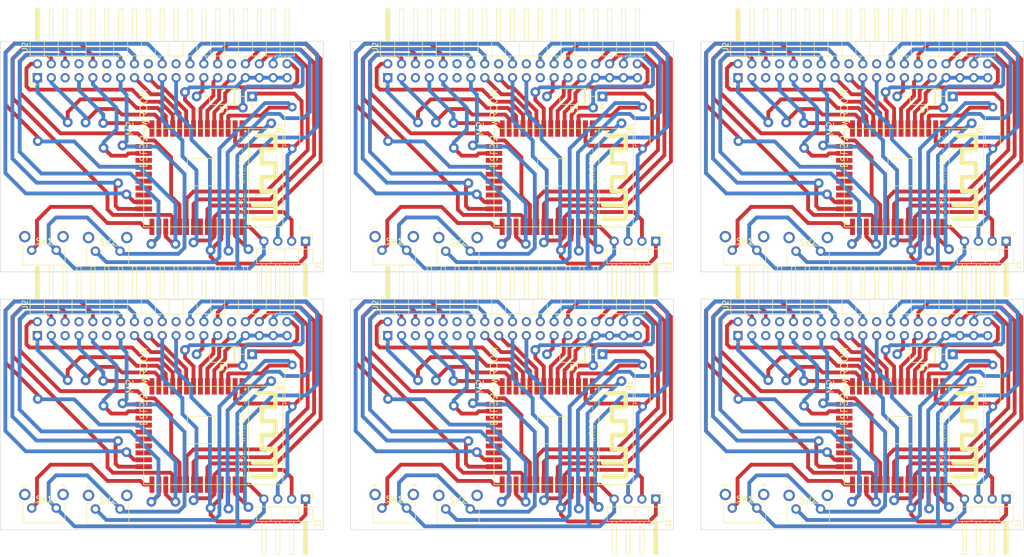
<source format=kicad_pcb>
(kicad_pcb (version 20221018) (generator pcbnew)
  (layers (0 "F.Cu" signal) (31 "B.Cu" signal) (34 "B.Paste" user) (35 "F.Paste" user) (36 "B.SilkS" user "B.Silkscreen") (37 "F.SilkS" user "F.Silkscreen") (38 "B.Mask" user) (39 "F.Mask" user) (44 "Edge.Cuts" user))
  (net 0 "")
  (net 1 "Board_0-+3V3")
  (net 2 "Board_0-GND")
  (net 3 "Board_0-HD_PWM")
  (net 4 "Board_0-I_SENS")
  (net 5 "Board_0-L_ANK_PWM")
  (net 6 "Board_0-L_ELB_PWM")
  (net 7 "Board_0-L_FT_ANGLE")
  (net 8 "Board_0-L_FT_PWM")
  (net 9 "Board_0-L_HP_PWM")
  (net 10 "Board_0-L_KN_PWM")
  (net 11 "Board_0-L_SH_PWM")
  (net 12 "Board_0-L_TG_PWM")
  (net 13 "Board_0-L_TX_PWM")
  (net 14 "Board_0-MAIN_RX")
  (net 15 "Board_0-MAIN_TX")
  (net 16 "Board_0-R_ANK_PWM")
  (net 17 "Board_0-R_ELB_PWM")
  (net 18 "Board_0-R_FT_ANGLE")
  (net 19 "Board_0-R_FT_PWM")
  (net 20 "Board_0-R_HP_PWM")
  (net 21 "Board_0-R_KN_PWM")
  (net 22 "Board_0-R_SH_PWM")
  (net 23 "Board_0-R_TG_PWM")
  (net 24 "Board_0-R_TX_PWM")
  (net 25 "Board_0-SCL")
  (net 26 "Board_0-SDA")
  (net 27 "Board_0-SERVO_CONTROL")
  (net 28 "Board_0-SERVO_VCC")
  (net 29 "Board_0-SHUTOFF")
  (net 30 "Board_0-unconnected-(J2-Pin_12-Pad12)")
  (net 31 "Board_0-unconnected-(J2-Pin_18-Pad18)")
  (net 32 "Board_0-unconnected-(J2-Pin_22-Pad22)")
  (net 33 "Board_0-unconnected-(J2-Pin_30-Pad30)")
  (net 34 "Board_0-unconnected-(J2-Pin_5-Pad5)")
  (net 35 "Board_0-unconnected-(J2-Pin_8-Pad8)")
  (net 36 "Board_1-+3V3")
  (net 37 "Board_1-GND")
  (net 38 "Board_1-HD_PWM")
  (net 39 "Board_1-I_SENS")
  (net 40 "Board_1-L_ANK_PWM")
  (net 41 "Board_1-L_ELB_PWM")
  (net 42 "Board_1-L_FT_ANGLE")
  (net 43 "Board_1-L_FT_PWM")
  (net 44 "Board_1-L_HP_PWM")
  (net 45 "Board_1-L_KN_PWM")
  (net 46 "Board_1-L_SH_PWM")
  (net 47 "Board_1-L_TG_PWM")
  (net 48 "Board_1-L_TX_PWM")
  (net 49 "Board_1-MAIN_RX")
  (net 50 "Board_1-MAIN_TX")
  (net 51 "Board_1-R_ANK_PWM")
  (net 52 "Board_1-R_ELB_PWM")
  (net 53 "Board_1-R_FT_ANGLE")
  (net 54 "Board_1-R_FT_PWM")
  (net 55 "Board_1-R_HP_PWM")
  (net 56 "Board_1-R_KN_PWM")
  (net 57 "Board_1-R_SH_PWM")
  (net 58 "Board_1-R_TG_PWM")
  (net 59 "Board_1-R_TX_PWM")
  (net 60 "Board_1-SCL")
  (net 61 "Board_1-SDA")
  (net 62 "Board_1-SERVO_CONTROL")
  (net 63 "Board_1-SERVO_VCC")
  (net 64 "Board_1-SHUTOFF")
  (net 65 "Board_1-unconnected-(J2-Pin_12-Pad12)")
  (net 66 "Board_1-unconnected-(J2-Pin_18-Pad18)")
  (net 67 "Board_1-unconnected-(J2-Pin_22-Pad22)")
  (net 68 "Board_1-unconnected-(J2-Pin_30-Pad30)")
  (net 69 "Board_1-unconnected-(J2-Pin_5-Pad5)")
  (net 70 "Board_1-unconnected-(J2-Pin_8-Pad8)")
  (net 71 "Board_2-+3V3")
  (net 72 "Board_2-GND")
  (net 73 "Board_2-HD_PWM")
  (net 74 "Board_2-I_SENS")
  (net 75 "Board_2-L_ANK_PWM")
  (net 76 "Board_2-L_ELB_PWM")
  (net 77 "Board_2-L_FT_ANGLE")
  (net 78 "Board_2-L_FT_PWM")
  (net 79 "Board_2-L_HP_PWM")
  (net 80 "Board_2-L_KN_PWM")
  (net 81 "Board_2-L_SH_PWM")
  (net 82 "Board_2-L_TG_PWM")
  (net 83 "Board_2-L_TX_PWM")
  (net 84 "Board_2-MAIN_RX")
  (net 85 "Board_2-MAIN_TX")
  (net 86 "Board_2-R_ANK_PWM")
  (net 87 "Board_2-R_ELB_PWM")
  (net 88 "Board_2-R_FT_ANGLE")
  (net 89 "Board_2-R_FT_PWM")
  (net 90 "Board_2-R_HP_PWM")
  (net 91 "Board_2-R_KN_PWM")
  (net 92 "Board_2-R_SH_PWM")
  (net 93 "Board_2-R_TG_PWM")
  (net 94 "Board_2-R_TX_PWM")
  (net 95 "Board_2-SCL")
  (net 96 "Board_2-SDA")
  (net 97 "Board_2-SERVO_CONTROL")
  (net 98 "Board_2-SERVO_VCC")
  (net 99 "Board_2-SHUTOFF")
  (net 100 "Board_2-unconnected-(J2-Pin_12-Pad12)")
  (net 101 "Board_2-unconnected-(J2-Pin_18-Pad18)")
  (net 102 "Board_2-unconnected-(J2-Pin_22-Pad22)")
  (net 103 "Board_2-unconnected-(J2-Pin_30-Pad30)")
  (net 104 "Board_2-unconnected-(J2-Pin_5-Pad5)")
  (net 105 "Board_2-unconnected-(J2-Pin_8-Pad8)")
  (net 106 "Board_3-+3V3")
  (net 107 "Board_3-GND")
  (net 108 "Board_3-HD_PWM")
  (net 109 "Board_3-I_SENS")
  (net 110 "Board_3-L_ANK_PWM")
  (net 111 "Board_3-L_ELB_PWM")
  (net 112 "Board_3-L_FT_ANGLE")
  (net 113 "Board_3-L_FT_PWM")
  (net 114 "Board_3-L_HP_PWM")
  (net 115 "Board_3-L_KN_PWM")
  (net 116 "Board_3-L_SH_PWM")
  (net 117 "Board_3-L_TG_PWM")
  (net 118 "Board_3-L_TX_PWM")
  (net 119 "Board_3-MAIN_RX")
  (net 120 "Board_3-MAIN_TX")
  (net 121 "Board_3-R_ANK_PWM")
  (net 122 "Board_3-R_ELB_PWM")
  (net 123 "Board_3-R_FT_ANGLE")
  (net 124 "Board_3-R_FT_PWM")
  (net 125 "Board_3-R_HP_PWM")
  (net 126 "Board_3-R_KN_PWM")
  (net 127 "Board_3-R_SH_PWM")
  (net 128 "Board_3-R_TG_PWM")
  (net 129 "Board_3-R_TX_PWM")
  (net 130 "Board_3-SCL")
  (net 131 "Board_3-SDA")
  (net 132 "Board_3-SERVO_CONTROL")
  (net 133 "Board_3-SERVO_VCC")
  (net 134 "Board_3-SHUTOFF")
  (net 135 "Board_3-unconnected-(J2-Pin_12-Pad12)")
  (net 136 "Board_3-unconnected-(J2-Pin_18-Pad18)")
  (net 137 "Board_3-unconnected-(J2-Pin_22-Pad22)")
  (net 138 "Board_3-unconnected-(J2-Pin_30-Pad30)")
  (net 139 "Board_3-unconnected-(J2-Pin_5-Pad5)")
  (net 140 "Board_3-unconnected-(J2-Pin_8-Pad8)")
  (net 141 "Board_4-+3V3")
  (net 142 "Board_4-GND")
  (net 143 "Board_4-HD_PWM")
  (net 144 "Board_4-I_SENS")
  (net 145 "Board_4-L_ANK_PWM")
  (net 146 "Board_4-L_ELB_PWM")
  (net 147 "Board_4-L_FT_ANGLE")
  (net 148 "Board_4-L_FT_PWM")
  (net 149 "Board_4-L_HP_PWM")
  (net 150 "Board_4-L_KN_PWM")
  (net 151 "Board_4-L_SH_PWM")
  (net 152 "Board_4-L_TG_PWM")
  (net 153 "Board_4-L_TX_PWM")
  (net 154 "Board_4-MAIN_RX")
  (net 155 "Board_4-MAIN_TX")
  (net 156 "Board_4-R_ANK_PWM")
  (net 157 "Board_4-R_ELB_PWM")
  (net 158 "Board_4-R_FT_ANGLE")
  (net 159 "Board_4-R_FT_PWM")
  (net 160 "Board_4-R_HP_PWM")
  (net 161 "Board_4-R_KN_PWM")
  (net 162 "Board_4-R_SH_PWM")
  (net 163 "Board_4-R_TG_PWM")
  (net 164 "Board_4-R_TX_PWM")
  (net 165 "Board_4-SCL")
  (net 166 "Board_4-SDA")
  (net 167 "Board_4-SERVO_CONTROL")
  (net 168 "Board_4-SERVO_VCC")
  (net 169 "Board_4-SHUTOFF")
  (net 170 "Board_4-unconnected-(J2-Pin_12-Pad12)")
  (net 171 "Board_4-unconnected-(J2-Pin_18-Pad18)")
  (net 172 "Board_4-unconnected-(J2-Pin_22-Pad22)")
  (net 173 "Board_4-unconnected-(J2-Pin_30-Pad30)")
  (net 174 "Board_4-unconnected-(J2-Pin_5-Pad5)")
  (net 175 "Board_4-unconnected-(J2-Pin_8-Pad8)")
  (net 176 "Board_5-+3V3")
  (net 177 "Board_5-GND")
  (net 178 "Board_5-HD_PWM")
  (net 179 "Board_5-I_SENS")
  (net 180 "Board_5-L_ANK_PWM")
  (net 181 "Board_5-L_ELB_PWM")
  (net 182 "Board_5-L_FT_ANGLE")
  (net 183 "Board_5-L_FT_PWM")
  (net 184 "Board_5-L_HP_PWM")
  (net 185 "Board_5-L_KN_PWM")
  (net 186 "Board_5-L_SH_PWM")
  (net 187 "Board_5-L_TG_PWM")
  (net 188 "Board_5-L_TX_PWM")
  (net 189 "Board_5-MAIN_RX")
  (net 190 "Board_5-MAIN_TX")
  (net 191 "Board_5-R_ANK_PWM")
  (net 192 "Board_5-R_ELB_PWM")
  (net 193 "Board_5-R_FT_ANGLE")
  (net 194 "Board_5-R_FT_PWM")
  (net 195 "Board_5-R_HP_PWM")
  (net 196 "Board_5-R_KN_PWM")
  (net 197 "Board_5-R_SH_PWM")
  (net 198 "Board_5-R_TG_PWM")
  (net 199 "Board_5-R_TX_PWM")
  (net 200 "Board_5-SCL")
  (net 201 "Board_5-SDA")
  (net 202 "Board_5-SERVO_CONTROL")
  (net 203 "Board_5-SERVO_VCC")
  (net 204 "Board_5-SHUTOFF")
  (net 205 "Board_5-unconnected-(J2-Pin_12-Pad12)")
  (net 206 "Board_5-unconnected-(J2-Pin_18-Pad18)")
  (net 207 "Board_5-unconnected-(J2-Pin_22-Pad22)")
  (net 208 "Board_5-unconnected-(J2-Pin_30-Pad30)")
  (net 209 "Board_5-unconnected-(J2-Pin_5-Pad5)")
  (net 210 "Board_5-unconnected-(J2-Pin_8-Pad8)")
  (net 211 "Board_0-3V3_ESP")
  (net 212 "Board_0-Net-(M2-GPIO0)")
  (net 213 "Board_0-Net-(M2-PadEN)")
  (net 214 "Board_0-unconnected-(M2-GPIO10-PadSD3)")
  (net 215 "Board_0-unconnected-(M2-GPIO11-PadCMD)")
  (net 216 "Board_0-unconnected-(M2-GPIO6-PadCLK)")
  (net 217 "Board_0-unconnected-(M2-GPIO7-PadSD0)")
  (net 218 "Board_0-unconnected-(M2-GPIO8-PadSD1)")
  (net 219 "Board_0-unconnected-(M2-GPIO9-PadSD2)")
  (net 220 "Board_1-3V3_ESP")
  (net 221 "Board_1-Net-(M2-GPIO0)")
  (net 222 "Board_1-Net-(M2-PadEN)")
  (net 223 "Board_1-unconnected-(M2-GPIO10-PadSD3)")
  (net 224 "Board_1-unconnected-(M2-GPIO11-PadCMD)")
  (net 225 "Board_1-unconnected-(M2-GPIO6-PadCLK)")
  (net 226 "Board_1-unconnected-(M2-GPIO7-PadSD0)")
  (net 227 "Board_1-unconnected-(M2-GPIO8-PadSD1)")
  (net 228 "Board_1-unconnected-(M2-GPIO9-PadSD2)")
  (net 229 "Board_2-3V3_ESP")
  (net 230 "Board_2-Net-(M2-GPIO0)")
  (net 231 "Board_2-Net-(M2-PadEN)")
  (net 232 "Board_2-unconnected-(M2-GPIO10-PadSD3)")
  (net 233 "Board_2-unconnected-(M2-GPIO11-PadCMD)")
  (net 234 "Board_2-unconnected-(M2-GPIO6-PadCLK)")
  (net 235 "Board_2-unconnected-(M2-GPIO7-PadSD0)")
  (net 236 "Board_2-unconnected-(M2-GPIO8-PadSD1)")
  (net 237 "Board_2-unconnected-(M2-GPIO9-PadSD2)")
  (net 238 "Board_3-3V3_ESP")
  (net 239 "Board_3-Net-(M2-GPIO0)")
  (net 240 "Board_3-Net-(M2-PadEN)")
  (net 241 "Board_3-unconnected-(M2-GPIO10-PadSD3)")
  (net 242 "Board_3-unconnected-(M2-GPIO11-PadCMD)")
  (net 243 "Board_3-unconnected-(M2-GPIO6-PadCLK)")
  (net 244 "Board_3-unconnected-(M2-GPIO7-PadSD0)")
  (net 245 "Board_3-unconnected-(M2-GPIO8-PadSD1)")
  (net 246 "Board_3-unconnected-(M2-GPIO9-PadSD2)")
  (net 247 "Board_4-3V3_ESP")
  (net 248 "Board_4-Net-(M2-GPIO0)")
  (net 249 "Board_4-Net-(M2-PadEN)")
  (net 250 "Board_4-unconnected-(M2-GPIO10-PadSD3)")
  (net 251 "Board_4-unconnected-(M2-GPIO11-PadCMD)")
  (net 252 "Board_4-unconnected-(M2-GPIO6-PadCLK)")
  (net 253 "Board_4-unconnected-(M2-GPIO7-PadSD0)")
  (net 254 "Board_4-unconnected-(M2-GPIO8-PadSD1)")
  (net 255 "Board_4-unconnected-(M2-GPIO9-PadSD2)")
  (net 256 "Board_5-3V3_ESP")
  (net 257 "Board_5-Net-(M2-GPIO0)")
  (net 258 "Board_5-Net-(M2-PadEN)")
  (net 259 "Board_5-unconnected-(M2-GPIO10-PadSD3)")
  (net 260 "Board_5-unconnected-(M2-GPIO11-PadCMD)")
  (net 261 "Board_5-unconnected-(M2-GPIO6-PadCLK)")
  (net 262 "Board_5-unconnected-(M2-GPIO7-PadSD0)")
  (net 263 "Board_5-unconnected-(M2-GPIO8-PadSD1)")
  (net 264 "Board_5-unconnected-(M2-GPIO9-PadSD2)")
  (footprint "Resistor_THT:R_Axial_DIN0207_L6.3mm_D2.5mm_P7.62mm_Horizontal" (layer "F.Cu") (at 236.555 86.9 90)
    (fp_text reference "R1")
    (fp_text value "4k7")
  )
  (footprint "Resistor_THT:R_Axial_DIN0207_L6.3mm_D2.5mm_P7.62mm_Horizontal" (layer "F.Cu") (at 172.405 86.9 90)
    (fp_text reference "R1")
    (fp_text value "4k7")
  )
  (footprint "Ben_modules:ESP32-WROOM" (layer "F.Cu") (at 145.193655 35.98078 -90)
    (fp_text reference "M2")
    (fp_text value "ESP32-WROOM")
  )
  (footprint "Ben_modules:ESP32-WROOM" (layer "F.Cu") (at 209.343655 83.20078 -90)
    (fp_text reference "M2")
    (fp_text value "ESP32-WROOM")
  )
  (footprint "Diode_THT:D_A-405_P10.16mm_Horizontal" (layer "F.Cu") (at 165.055 77.32 180)
    (fp_text reference "D1")
    (fp_text value "D_Schottky")
  )
  (footprint "Connector_PinHeader_2.54mm:PinHeader_2x19_P2.54mm_Horizontal" (layer "F.Cu") (at 61.57516 26.67434 90)
    (fp_text reference "J2")
    (fp_text value "Conn_02x19_Odd_Even")
  )
  (footprint "Button_Switch_THT:SW_Tactile_SPST_Angled_PTS645Vx39-2LFS" (layer "F.Cu") (at 76.7 58.4375 180)
    (fp_text reference "SW2")
    (fp_text value "SW_Push")
  )
  (footprint "Connector_PinHeader_2.54mm:PinHeader_1x04_P2.54mm_Horizontal" (layer "F.Cu") (at 238.975 56.62 -90)
    (fp_text reference "J1")
    (fp_text value "Conn_01x04_Pin")
  )
  (footprint "Ben_modules:ESP32-WROOM" (layer "F.Cu") (at 145.193655 83.20078 -90)
    (fp_text reference "M2")
    (fp_text value "ESP32-WROOM")
  )
  (footprint "Connector_PinHeader_2.54mm:PinHeader_1x04_P2.54mm_Horizontal" (layer "F.Cu") (at 174.825 103.84 -90)
    (fp_text reference "J1")
    (fp_text value "Conn_01x04_Pin")
  )
  (footprint "Connector_PinHeader_2.54mm:PinHeader_2x19_P2.54mm_Horizontal" (layer "F.Cu") (at 189.87516 73.89434 90)
    (fp_text reference "J2")
    (fp_text value "Conn_02x19_Odd_Even")
  )
  (footprint "Connector_PinHeader_2.54mm:PinHeader_1x04_P2.54mm_Horizontal" (layer "F.Cu") (at 174.825 56.62 -90)
    (fp_text reference "J1")
    (fp_text value "Conn_01x04_Pin")
  )
  (footprint "Button_Switch_THT:SW_Tactile_SPST_Angled_PTS645Vx39-2LFS" (layer "F.Cu") (at 193.33 58.2675 180)
    (fp_text reference "SW1")
    (fp_text value "SW_Push")
  )
  (footprint "Button_Switch_THT:SW_Tactile_SPST_Angled_PTS645Vx39-2LFS" (layer "F.Cu") (at 65.03 58.2675 180)
    (fp_text reference "SW1")
    (fp_text value "SW_Push")
  )
  (footprint "Ben_modules:ESP32-WROOM" (layer "F.Cu") (at 81.043655 83.20078 -90)
    (fp_text reference "M2")
    (fp_text value "ESP32-WROOM")
  )
  (footprint "Button_Switch_THT:SW_Tactile_SPST_Angled_PTS645Vx39-2LFS" (layer "F.Cu") (at 205 105.6575 180)
    (fp_text reference "SW2")
    (fp_text value "SW_Push")
  )
  (footprint "Button_Switch_THT:SW_Tactile_SPST_Angled_PTS645Vx39-2LFS" (layer "F.Cu") (at 193.33 105.4875 180)
    (fp_text reference "SW1")
    (fp_text value "SW_Push")
  )
  (footprint "Diode_THT:D_A-405_P10.16mm_Horizontal" (layer "F.Cu") (at 100.905 77.32 180)
    (fp_text reference "D1")
    (fp_text value "D_Schottky")
  )
  (footprint "Diode_THT:D_A-405_P10.16mm_Horizontal" (layer "F.Cu") (at 229.205 30.1 180)
    (fp_text reference "D1")
    (fp_text value "D_Schottky")
  )
  (footprint "Button_Switch_THT:SW_Tactile_SPST_Angled_PTS645Vx39-2LFS" (layer "F.Cu") (at 129.18 105.4875 180)
    (fp_text reference "SW1")
    (fp_text value "SW_Push")
  )
  (footprint "Connector_PinHeader_2.54mm:PinHeader_1x04_P2.54mm_Horizontal" (layer "F.Cu") (at 110.675 56.62 -90)
    (fp_text reference "J1")
    (fp_text value "Conn_01x04_Pin")
  )
  (footprint "Connector_PinHeader_2.54mm:PinHeader_2x19_P2.54mm_Horizontal" (layer "F.Cu") (at 61.57516 73.89434 90)
    (fp_text reference "J2")
    (fp_text value "Conn_02x19_Odd_Even")
  )
  (footprint "Button_Switch_THT:SW_Tactile_SPST_Angled_PTS645Vx39-2LFS" (layer "F.Cu") (at 65.03 105.4875 180)
    (fp_text reference "SW1")
    (fp_text value "SW_Push")
  )
  (footprint "Ben_modules:ESP32-WROOM" (layer "F.Cu") (at 81.043655 35.98078 -90)
    (fp_text reference "M2")
    (fp_text value "ESP32-WROOM")
  )
  (footprint "Connector_PinHeader_2.54mm:PinHeader_2x19_P2.54mm_Horizontal" (layer "F.Cu") (at 125.72516 26.67434 90)
    (fp_text reference "J2")
    (fp_text value "Conn_02x19_Odd_Even")
  )
  (footprint "Connector_PinHeader_2.54mm:PinHeader_1x04_P2.54mm_Horizontal" (layer "F.Cu") (at 238.975 103.84 -90)
    (fp_text reference "J1")
    (fp_text value "Conn_01x04_Pin")
  )
  (footprint "Resistor_THT:R_Axial_DIN0207_L6.3mm_D2.5mm_P7.62mm_Horizontal" (layer "F.Cu") (at 108.255 39.68 90)
    (fp_text reference "R1")
    (fp_text value "4k7")
  )
  (footprint "Connector_PinHeader_2.54mm:PinHeader_2x19_P2.54mm_Horizontal" (layer "F.Cu") (at 189.87516 26.67434 90)
    (fp_text reference "J2")
    (fp_text value "Conn_02x19_Odd_Even")
  )
  (footprint "Diode_THT:D_A-405_P10.16mm_Horizontal" (layer "F.Cu") (at 229.205 77.32 180)
    (fp_text reference "D1")
    (fp_text value "D_Schottky")
  )
  (footprint "Ben_modules:ESP32-WROOM" (layer "F.Cu") (at 209.343655 35.98078 -90)
    (fp_text reference "M2")
    (fp_text value "ESP32-WROOM")
  )
  (footprint "Button_Switch_THT:SW_Tactile_SPST_Angled_PTS645Vx39-2LFS" (layer "F.Cu") (at 140.85 58.4375 180)
    (fp_text reference "SW2")
    (fp_text value "SW_Push")
  )
  (footprint "Resistor_THT:R_Axial_DIN0207_L6.3mm_D2.5mm_P7.62mm_Horizontal" (layer "F.Cu") (at 108.255 86.9 90)
    (fp_text reference "R1")
    (fp_text value "4k7")
  )
  (footprint "Connector_PinHeader_2.54mm:PinHeader_2x19_P2.54mm_Horizontal" (layer "F.Cu") (at 125.72516 73.89434 90)
    (fp_text reference "J2")
    (fp_text value "Conn_02x19_Odd_Even")
  )
  (footprint "Button_Switch_THT:SW_Tactile_SPST_Angled_PTS645Vx39-2LFS" (layer "F.Cu") (at 205 58.4375 180)
    (fp_text reference "SW2")
    (fp_text value "SW_Push")
  )
  (footprint "Diode_THT:D_A-405_P10.16mm_Horizontal" (layer "F.Cu") (at 165.055 30.1 180)
    (fp_text reference "D1")
    (fp_text value "D_Schottky")
  )
  (footprint "Button_Switch_THT:SW_Tactile_SPST_Angled_PTS645Vx39-2LFS" (layer "F.Cu") (at 76.7 105.6575 180)
    (fp_text reference "SW2")
    (fp_text value "SW_Push")
  )
  (footprint "Resistor_THT:R_Axial_DIN0207_L6.3mm_D2.5mm_P7.62mm_Horizontal" (layer "F.Cu") (at 172.405 39.68 90)
    (fp_text reference "R1")
    (fp_text value "4k7")
  )
  (footprint "Diode_THT:D_A-405_P10.16mm_Horizontal" (layer "F.Cu") (at 100.905 30.1 180)
    (fp_text reference "D1")
    (fp_text value "D_Schottky")
  )
  (footprint "Resistor_THT:R_Axial_DIN0207_L6.3mm_D2.5mm_P7.62mm_Horizontal" (layer "F.Cu") (at 236.555 39.68 90)
    (fp_text reference "R1")
    (fp_text value "4k7")
  )
  (footprint "Button_Switch_THT:SW_Tactile_SPST_Angled_PTS645Vx39-2LFS" (layer "F.Cu") (at 140.85 105.6575 180)
    (fp_text reference "SW2")
    (fp_text value "SW_Push")
  )
  (footprint "Connector_PinHeader_2.54mm:PinHeader_1x04_P2.54mm_Horizontal" (layer "F.Cu") (at 110.675 103.84 -90)
    (fp_text reference "J1")
    (fp_text value "Conn_01x04_Pin")
  )
  (footprint "Button_Switch_THT:SW_Tactile_SPST_Angled_PTS645Vx39-2LFS" (layer "F.Cu") (at 129.18 58.2675 180)
    (fp_text reference "SW1")
    (fp_text value "SW_Push")
  )
  (gr_line (start 183.075 62.22) (end 242.225 62.22) (stroke (width 0.1)) (layer "Edge.Cuts"))
  (gr_line (start 54.775 109.44) (end 54.775 109.44) (stroke (width 0.1)) (layer "Edge.Cuts"))
  (gr_line (start 54.775 109.44) (end 113.925 109.44) (stroke (width 0.1)) (layer "Edge.Cuts"))
  (gr_line (start 242.225 67.22) (end 183.075 67.22) (stroke (width 0.1)) (layer "Edge.Cuts"))
  (gr_line (start 113.925 67.22) (end 54.775 67.22) (stroke (width 0.1)) (layer "Edge.Cuts"))
  (gr_line (start 113.925 62.22) (end 113.925 62.22) (stroke (width 0.1)) (layer "Edge.Cuts"))
  (gr_line (start 178.075 109.44) (end 178.075 67.22) (stroke (width 0.1)) (layer "Edge.Cuts"))
  (gr_line (start 113.925 62.22) (end 113.925 20) (stroke (width 0.1)) (layer "Edge.Cuts"))
  (gr_line (start 242.225 109.44) (end 242.225 67.22) (stroke (width 0.1)) (layer "Edge.Cuts"))
  (gr_line (start 242.225 62.22) (end 242.225 20) (stroke (width 0.1)) (layer "Edge.Cuts"))
  (gr_line (start 54.775 67.22) (end 54.775 109.44) (stroke (width 0.1)) (layer "Edge.Cuts"))
  (gr_line (start 113.925 109.44) (end 113.925 67.22) (stroke (width 0.1)) (layer "Edge.Cuts"))
  (gr_line (start 118.925 67.22) (end 118.925 109.44) (stroke (width 0.1)) (layer "Edge.Cuts"))
  (gr_line (start 178.075 62.22) (end 178.075 20) (stroke (width 0.1)) (layer "Edge.Cuts"))
  (gr_line (start 118.925 109.44) (end 118.925 109.44) (stroke (width 0.1)) (layer "Edge.Cuts"))
  (gr_line (start 113.925 20) (end 54.775 20) (stroke (width 0.1)) (layer "Edge.Cuts"))
  (gr_line (start 242.225 109.44) (end 242.225 109.44) (stroke (width 0.1)) (layer "Edge.Cuts"))
  (gr_line (start 118.925 109.44) (end 178.075 109.44) (stroke (width 0.1)) (layer "Edge.Cuts"))
  (gr_line (start 118.925 62.22) (end 178.075 62.22) (stroke (width 0.1)) (layer "Edge.Cuts"))
  (gr_line (start 178.075 20) (end 118.925 20) (stroke (width 0.1)) (layer "Edge.Cuts"))
  (gr_line (start 118.925 62.22) (end 118.925 62.22) (stroke (width 0.1)) (layer "Edge.Cuts"))
  (gr_line (start 54.775 20) (end 54.775 62.22) (stroke (width 0.1)) (layer "Edge.Cuts"))
  (gr_line (start 54.775 62.22) (end 113.925 62.22) (stroke (width 0.1)) (layer "Edge.Cuts"))
  (gr_line (start 178.075 67.22) (end 118.925 67.22) (stroke (width 0.1)) (layer "Edge.Cuts"))
  (gr_line (start 183.075 67.22) (end 183.075 109.44) (stroke (width 0.1)) (layer "Edge.Cuts"))
  (gr_line (start 242.225 20) (end 183.075 20) (stroke (width 0.1)) (layer "Edge.Cuts"))
  (gr_line (start 183.075 20) (end 183.075 62.22) (stroke (width 0.1)) (layer "Edge.Cuts"))
  (gr_line (start 183.075 20) (end 183.075 20) (stroke (width 0.1)) (layer "Edge.Cuts"))
  (gr_line (start 183.075 109.44) (end 242.225 109.44) (stroke (width 0.1)) (layer "Edge.Cuts"))
  (gr_line (start 118.925 20) (end 118.925 62.22) (stroke (width 0.1)) (layer "Edge.Cuts"))
  (segment (start 91.805 26.9245) (end 92.05516 26.67434) (width 0.7) (layer "F.Cu") (net 1))
  (segment (start 90.745 30.1) (end 91.805 29.04) (width 0.7) (layer "F.Cu") (net 1))
  (segment (start 91.805 29.04) (end 91.805 26.9245) (width 0.7) (layer "F.Cu") (net 1))
  (segment (start 77.165 39.08) (end 77.35 39.265) (width 0.7) (layer "F.Cu") (net 2))
  (segment (start 77.35 39.265) (end 81.043655 39.265) (width 0.7) (layer "F.Cu") (net 2))
  (segment (start 100.41422 53.97922) (end 103.055 56.62) (width 0.7) (layer "F.Cu") (net 2))
  (segment (start 104.385 35.02) (end 104.175 35.02) (width 0.7) (layer "F.Cu") (net 2))
  (segment (start 99.052255 53.97922) (end 100.41422 53.97922) (width 0.7) (layer "F.Cu") (net 2))
  (segment (start 103.21422 35.98078) (end 99.052255 35.98078) (width 0.7) (layer "F.Cu") (net 2))
  (segment (start 104.175 35.02) (end 103.21422 35.98078) (width 0.7) (layer "F.Cu") (net 2))
  (via (at 77.165 39.08) (size 1.8) (drill 0.9) (layers "F.Cu" "B.Cu") (net 2))
  (via (at 104.385 35.02) (size 1.8) (drill 0.9) (layers "F.Cu" "B.Cu") (net 2))
  (segment (start 98.185 40.96) (end 98.185 60.85) (width 0.7) (layer "B.Cu") (net 2))
  (segment (start 77.165 39.08) (end 77.905 38.34) (width 0.7) (layer "B.Cu") (net 2))
  (segment (start 68.3725 61.61) (end 100.415 61.61) (width 0.7) (layer "B.Cu") (net 2))
  (segment (start 77.905 29.79) (end 76.81516 28.70016) (width 0.7) (layer "B.Cu") (net 2))
  (segment (start 88.515 57.82) (end 87.405 58.93) (width 0.7) (layer "B.Cu") (net 2))
  (segment (start 88.515 44.31) (end 88.515 57.82) (width 0.7) (layer "B.Cu") (net 2))
  (segment (start 77.335 58.93) (end 70.675 52.27) (width 0.7) (layer "B.Cu") (net 2))
  (segment (start 83.485 39.28) (end 88.515 44.31) (width 0.7) (layer "B.Cu") (net 2))
  (segment (start 63.635 53.62) (end 63.635 56.8725) (width 0.7) (layer "B.Cu") (net 2))
  (segment (start 100.415 61.61) (end 103.055 58.97) (width 0.7) (layer "B.Cu") (net 2))
  (segment (start 98.185 60.85) (end 98.545 61.21) (width 0.7) (layer "B.Cu") (net 2))
  (segment (start 77.365 39.28) (end 83.485 39.28) (width 0.7) (layer "B.Cu") (net 2))
  (segment (start 104.125 35.02) (end 98.185 40.96) (width 0.7) (layer "B.Cu") (net 2))
  (segment (start 77.165 39.08) (end 77.365 39.28) (width 0.7) (layer "B.Cu") (net 2))
  (segment (start 70.675 52.27) (end 64.985 52.27) (width 0.7) (layer "B.Cu") (net 2))
  (segment (start 77.905 38.34) (end 77.905 29.79) (width 0.7) (layer "B.Cu") (net 2))
  (segment (start 76.81516 28.70016) (end 76.81516 26.67434) (width 0.7) (layer "B.Cu") (net 2))
  (segment (start 104.385 35.02) (end 104.125 35.02) (width 0.7) (layer "B.Cu") (net 2))
  (segment (start 64.985 52.27) (end 63.635 53.62) (width 0.7) (layer "B.Cu") (net 2))
  (segment (start 87.405 58.93) (end 77.335 58.93) (width 0.7) (layer "B.Cu") (net 2))
  (segment (start 103.055 58.97) (end 103.055 56.62) (width 0.7) (layer "B.Cu") (net 2))
  (segment (start 63.635 56.8725) (end 68.3725 61.61) (width 0.7) (layer "B.Cu") (net 2))
  (segment (start 94.59516 26.67434) (end 93.815 27.4545) (width 0.7) (layer "F.Cu") (net 4))
  (segment (start 93.815 29.96) (end 91.432255 32.342745) (width 0.7) (layer "F.Cu") (net 4))
  (segment (start 91.432255 32.342745) (end 91.432255 35.98078) (width 0.7) (layer "F.Cu") (net 4))
  (segment (start 93.815 27.4545) (end 93.815 29.96) (width 0.7) (layer "F.Cu") (net 4))
  (segment (start 79.745 32.21) (end 83.595 32.21) (width 0.7) (layer "F.Cu") (net 5))
  (segment (start 69.455 30.63) (end 78.165 30.63) (width 0.7) (layer "F.Cu") (net 5))
  (segment (start 83.595 32.21) (end 85.082255 33.697255) (width 0.7) (layer "F.Cu") (net 5))
  (segment (start 67.125 32.96) (end 69.455 30.63) (width 0.7) (layer "F.Cu") (net 5))
  (segment (start 78.165 30.63) (end 79.745 32.21) (width 0.7) (layer "F.Cu") (net 5))
  (segment (start 67.125 34.85) (end 67.125 32.96) (width 0.7) (layer "F.Cu") (net 5))
  (segment (start 85.082255 33.697255) (end 85.082255 35.98078) (width 0.7) (layer "F.Cu") (net 5))
  (via (at 67.125 34.85) (size 1.8) (drill 0.9) (layers "F.Cu" "B.Cu") (net 5))
  (segment (start 61.57516 29.30016) (end 61.57516 26.67434) (width 0.7) (layer "B.Cu") (net 5))
  (segment (start 67.125 34.85) (end 61.57516 29.30016) (width 0.7) (layer "B.Cu") (net 5))
  (segment (start 55.755 31.66) (end 55.755 22.03) (width 0.7) (layer "F.Cu") (net 6))
  (segment (start 86.695 57.04) (end 86.615 57.04) (width 0.7) (layer "F.Cu") (net 6))
  (segment (start 86.855 57.12) (end 86.775 57.04) (width 0.7) (layer "F.Cu") (net 6))
  (segment (start 61.645 38.28) (end 61.645 37.55) (width 0.7) (layer "F.Cu") (net 6))
  (segment (start 69.475 20.45) (end 71.73516 22.71016) (width 0.7) (layer "F.Cu") (net 6))
  (segment (start 86.615 57.04) (end 86.855 57.12) (width 0.7) (layer "F.Cu") (net 6))
  (segment (start 57.335 20.45) (end 69.475 20.45) (width 0.7) (layer "F.Cu") (net 6))
  (segment (start 86.363035 57.04) (end 85.082255 55.75922) (width 0.7) (layer "F.Cu") (net 6))
  (segment (start 55.755 22.03) (end 57.335 20.45) (width 0.7) (layer "F.Cu") (net 6))
  (segment (start 71.73516 22.71016) (end 71.73516 24.13434) (width 0.7) (layer "F.Cu") (net 6))
  (segment (start 61.645 37.55) (end 55.755 31.66) (width 0.7) (layer "F.Cu") (net 6))
  (segment (start 85.082255 55.75922) (end 85.082255 53.97922) (width 0.7) (layer "F.Cu") (net 6))
  (segment (start 86.775 57.04) (end 86.363035 57.04) (width 0.7) (layer "F.Cu") (net 6))
  (via (at 86.855 57.12) (size 1.8) (drill 0.9) (layers "F.Cu" "B.Cu") (net 6))
  (via (at 61.645 38.28) (size 1.8) (drill 0.9) (layers "F.Cu" "B.Cu") (net 6))
  (segment (start 68.305 38.34) (end 72.945 42.98) (width 0.7) (layer "B.Cu") (net 6))
  (segment (start 61.705 38.34) (end 68.305 38.34) (width 0.7) (layer "B.Cu") (net 6))
  (segment (start 80.165 42.98) (end 86.855 49.67) (width 0.7) (layer "B.Cu") (net 6))
  (segment (start 61.645 38.28) (end 61.705 38.34) (width 0.7) (layer "B.Cu") (net 6))
  (segment (start 86.855 49.67) (end 86.855 57.12) (width 0.7) (layer "B.Cu") (net 6))
  (segment (start 72.945 42.98) (end 80.165 42.98) (width 0.7) (layer "B.Cu") (net 6))
  (segment (start 95.955 29.51) (end 97.035 28.43) (width 0.7) (layer "F.Cu") (net 7))
  (segment (start 95.955 31.02) (end 95.955 29.51) (width 0.7) (layer "F.Cu") (net 7))
  (segment (start 109.165 25.2) (end 108.09934 24.13434) (width 0.7) (layer "F.Cu") (net 7))
  (segment (start 109.165 27.38) (end 109.165 25.2) (width 0.7) (layer "F.Cu") (net 7))
  (segment (start 108.115 28.43) (end 109.165 27.38) (width 0.7) (layer "F.Cu") (net 7))
  (segment (start 93.972255 35.98078) (end 93.972255 33.002745) (width 0.7) (layer "F.Cu") (net 7))
  (segment (start 93.972255 33.002745) (end 95.955 31.02) (width 0.7) (layer "F.Cu") (net 7))
  (segment (start 108.09934 24.13434) (end 107.29516 24.13434) (width 0.7) (layer "F.Cu") (net 7))
  (segment (start 97.035 28.43) (end 108.115 28.43) (width 0.7) (layer "F.Cu") (net 7))
  (segment (start 59.565 24.942419) (end 59.565 28.27) (width 0.7) (layer "F.Cu") (net 8))
  (segment (start 78.915 28.86) (end 81.125 31.07) (width 0.7) (layer "F.Cu") (net 8))
  (segment (start 83.975 31.07) (end 86.352255 33.447255) (width 0.7) (layer "F.Cu") (net 8))
  (segment (start 60.155 28.86) (end 78.915 28.86) (width 0.7) (layer "F.Cu") (net 8))
  (segment (start 61.57516 24.13434) (end 60.373079 24.13434) (width 0.7) (layer "F.Cu") (net 8))
  (segment (start 59.565 28.27) (end 60.155 28.86) (width 0.7) (layer "F.Cu") (net 8))
  (segment (start 60.373079 24.13434) (end 59.565 24.942419) (width 0.7) (layer "F.Cu") (net 8))
  (segment (start 86.352255 33.447255) (end 86.352255 35.98078) (width 0.7) (layer "F.Cu") (net 8))
  (segment (start 81.125 31.07) (end 83.975 31.07) (width 0.7) (layer "F.Cu") (net 8))
  (segment (start 73.685 39.53) (end 75.115 40.96) (width 0.7) (layer "F.Cu") (net 9))
  (segment (start 78.27 40.535) (end 81.043655 40.535) (width 0.7) (layer "F.Cu") (net 9))
  (segment (start 75.115 40.96) (end 77.845 40.96) (width 0.7) (layer "F.Cu") (net 9))
  (segment (start 77.845 40.96) (end 78.27 40.535) (width 0.7) (layer "F.Cu") (net 9))
  (via (at 73.685 39.53) (size 1.8) (drill 0.9) (layers "F.Cu" "B.Cu") (net 9))
  (segment (start 76.065 32.21) (end 71.73516 27.88016) (width 0.7) (layer "B.Cu") (net 9))
  (segment (start 73.685 39.53) (end 73.685 38.53) (width 0.7) (layer "B.Cu") (net 9))
  (segment (start 71.73516 27.88016) (end 71.73516 26.67434) (width 0.7) (layer "B.Cu") (net 9))
  (segment (start 73.685 38.53) (end 76.065 36.15) (width 0.7) (layer "B.Cu") (net 9))
  (segment (start 76.065 36.15) (end 76.065 32.21) (width 0.7) (layer "B.Cu") (net 9))
  (segment (start 83.065 33.43) (end 83.812255 34.177255) (width 0.7) (layer "F.Cu") (net 10))
  (segment (start 70.405 34.66) (end 72.655 32.41) (width 0.7) (layer "F.Cu") (net 10))
  (segment (start 77.065 33.43) (end 83.065 33.43) (width 0.7) (layer "F.Cu") (net 10))
  (segment (start 76.045 32.41) (end 77.065 33.43) (width 0.7) (layer "F.Cu") (net 10))
  (segment (start 70.405 34.87) (end 70.405 34.66) (width 0.7) (layer "F.Cu") (net 10))
  (segment (start 72.655 32.41) (end 76.045 32.41) (width 0.7) (layer "F.Cu") (net 10))
  (segment (start 83.812255 34.177255) (end 83.812255 35.98078) (width 0.7) (layer "F.Cu") (net 10))
  (via (at 70.405 34.87) (size 1.8) (drill 0.9) (layers "F.Cu" "B.Cu") (net 10))
  (segment (start 70.405 33.87) (end 64.11516 27.58016) (width 0.7) (layer "B.Cu") (net 10))
  (segment (start 64.11516 27.58016) (end 64.11516 26.67434) (width 0.7) (layer "B.Cu") (net 10))
  (segment (start 70.405 34.87) (end 70.405 33.87) (width 0.7) (layer "B.Cu") (net 10))
  (segment (start 57.075 23.14) (end 57.075 30.45) (width 0.7) (layer "F.Cu") (net 11))
  (segment (start 85.953035 51.8) (end 86.352255 52.19922) (width 0.7) (layer "F.Cu") (net 11))
  (segment (start 66.65516 24.13434) (end 66.65516 22.41016) (width 0.7) (layer "F.Cu") (net 11))
  (segment (start 86.352255 52.19922) (end 86.352255 53.97922) (width 0.7) (layer "F.Cu") (net 11))
  (segment (start 66.65516 22.41016) (end 65.715 21.47) (width 0.7) (layer "F.Cu") (net 11))
  (segment (start 74.415 50.81) (end 75.405 51.8) (width 0.7) (layer "F.Cu") (net 11))
  (segment (start 57.075 30.45) (end 74.415 47.79) (width 0.7) (layer "F.Cu") (net 11))
  (segment (start 74.415 47.79) (end 74.415 50.81) (width 0.7) (layer "F.Cu") (net 11))
  (segment (start 65.715 21.47) (end 58.745 21.47) (width 0.7) (layer "F.Cu") (net 11))
  (segment (start 75.405 51.8) (end 85.953035 51.8) (width 0.7) (layer "F.Cu") (net 11))
  (segment (start 58.745 21.47) (end 57.075 23.14) (width 0.7) (layer "F.Cu") (net 11))
  (segment (start 73.635 34.98) (end 73.645 34.99) (width 0.7) (layer "F.Cu") (net 12))
  (segment (start 81.551475 34.99) (end 82.542255 35.98078) (width 0.7) (layer "F.Cu") (net 12))
  (segment (start 73.645 34.99) (end 81.551475 34.99) (width 0.7) (layer "F.Cu") (net 12))
  (via (at 73.635 34.98) (size 1.8) (drill 0.9) (layers "F.Cu" "B.Cu") (net 12))
  (segment (start 73.635 33.4) (end 69.19516 28.96016) (width 0.7) (layer "B.Cu") (net 12))
  (segment (start 73.635 34.98) (end 73.635 33.4) (width 0.7) (layer "B.Cu") (net 12))
  (segment (start 69.19516 28.96016) (end 69.19516 26.67434) (width 0.7) (layer "B.Cu") (net 12))
  (segment (start 64.11516 24.13434) (end 64.11516 23.17016) (width 0.7) (layer "F.Cu") (net 13))
  (segment (start 58.375 29.44) (end 65.785 36.85) (width 0.7) (layer "F.Cu") (net 13))
  (segment (start 82.988105 38.16) (end 86.055 41.226895) (width 0.7) (layer "F.Cu") (net 13))
  (segment (start 86.055 41.226895) (end 86.055 48.4) (width 0.7) (layer "F.Cu") (net 13))
  (segment (start 86.055 48.4) (end 87.622255 49.967255) (width 0.7) (layer "F.Cu") (net 13))
  (segment (start 64.11516 23.17016) (end 63.415 22.47) (width 0.7) (layer "F.Cu") (net 13))
  (segment (start 65.785 36.85) (end 79.935 36.85) (width 0.7) (layer "F.Cu") (net 13))
  (segment (start 79.935 36.85) (end 81.245 38.16) (width 0.7) (layer "F.Cu") (net 13))
  (segment (start 63.415 22.47) (end 59.535 22.47) (width 0.7) (layer "F.Cu") (net 13))
  (segment (start 87.622255 49.967255) (end 87.622255 53.97922) (width 0.7) (layer "F.Cu") (net 13))
  (segment (start 81.245 38.16) (end 82.988105 38.16) (width 0.7) (layer "F.Cu") (net 13))
  (segment (start 59.535 22.47) (end 58.375 23.63) (width 0.7) (layer "F.Cu") (net 13))
  (segment (start 58.375 23.63) (end 58.375 29.44) (width 0.7) (layer "F.Cu") (net 13))
  (segment (start 108.135 52.75) (end 108.135 56.62) (width 0.7) (layer "F.Cu") (net 14))
  (segment (start 93.972255 53.97922) (end 93.972255 52.19922) (width 0.7) (layer "F.Cu") (net 14))
  (segment (start 90.545 56.47) (end 93.261475 56.47) (width 0.7) (layer "F.Cu") (net 14))
  (segment (start 90.175 56.84) (end 90.545 56.47) (width 0.7) (layer "F.Cu") (net 14))
  (segment (start 106.655 51.27) (end 108.135 52.75) (width 0.7) (layer "F.Cu") (net 14))
  (segment (start 93.261475 56.47) (end 93.972255 55.75922) (width 0.7) (layer "F.Cu") (net 14))
  (segment (start 93.972255 52.19922) (end 94.901475 51.27) (width 0.7) (layer "F.Cu") (net 14))
  (segment (start 94.901475 51.27) (end 106.655 51.27) (width 0.7) (layer "F.Cu") (net 14))
  (segment (start 93.972255 55.75922) (end 93.972255 53.97922) (width 0.7) (layer "F.Cu") (net 14))
  (via (at 90.175 56.84) (size 1.8) (drill 0.9) (layers "F.Cu" "B.Cu") (net 14))
  (segment (start 88.135 41.05) (end 88.135 38.17) (width 0.7) (layer "B.Cu") (net 14))
  (segment (start 90.175 56.84) (end 90.705 56.31) (width 0.7) (layer "B.Cu") (net 14))
  (segment (start 90.705 56.31) (end 90.705 43.62) (width 0.7) (layer "B.Cu") (net 14))
  (segment (start 88.135 38.17) (end 84.43516 34.47016) (width 0.7) (layer "B.Cu") (net 14))
  (segment (start 84.43516 34.47016) (end 84.43516 26.67434) (width 0.7) (layer "B.Cu") (net 14))
  (segment (start 90.705 43.62) (end 88.135 41.05) (width 0.7) (layer "B.Cu") (net 14))
  (segment (start 110.675 59.49) (end 110.675 56.62) (width 0.7) (layer "F.Cu") (net 15))
  (segment (start 95.242255 56.302745) (end 95.242255 53.97922) (width 0.7) (layer "F.Cu") (net 15))
  (segment (start 109.455 60.71) (end 110.675 59.49) (width 0.7) (layer "F.Cu") (net 15))
  (segment (start 93.295 58.25) (end 95.242255 56.302745) (width 0.7) (layer "F.Cu") (net 15))
  (segment (start 93.295 59.46) (end 94.545 60.71) (width 0.7) (layer "F.Cu") (net 15))
  (segment (start 93.295 58.25) (end 93.295 59.46) (width 0.7) (layer "F.Cu") (net 15))
  (segment (start 94.545 60.71) (end 109.455 60.71) (width 0.7) (layer "F.Cu") (net 15))
  (via (at 93.295 58.25) (size 1.8) (drill 0.9) (layers "F.Cu" "B.Cu") (net 15))
  (segment (start 93.165 58.12) (end 93.165 41.39) (width 0.7) (layer "B.Cu") (net 15))
  (segment (start 89.765 35.9) (end 86.97516 33.11016) (width 0.7) (layer "B.Cu") (net 15))
  (segment (start 86.97516 33.11016) (end 86.97516 26.67434) (width 0.7) (layer "B.Cu") (net 15))
  (segment (start 93.295 58.25) (end 93.165 58.12) (width 0.7) (layer "B.Cu") (net 15))
  (segment (start 93.165 41.39) (end 89.765 37.99) (width 0.7) (layer "B.Cu") (net 15))
  (segment (start 89.765 37.99) (end 89.765 35.9) (width 0.7) (layer "B.Cu") (net 15))
  (segment (start 96.512255 53.97922) (end 96.512255 58.307255) (width 0.7) (layer "F.Cu") (net 16))
  (segment (start 96.512255 58.307255) (end 96.575 58.37) (width 0.7) (layer "F.Cu") (net 16))
  (via (at 96.575 58.37) (size 1.8) (drill 0.9) (layers "F.Cu" "B.Cu") (net 16))
  (segment (start 105.925 33.3) (end 106.705 34.08) (width 0.7) (layer "B.Cu") (net 16))
  (segment (start 96.415 58.21) (end 96.415 40.37) (width 0.7) (layer "B.Cu") (net 16))
  (segment (start 110.325 34.08) (end 111.455 32.95) (width 0.7) (layer "B.Cu") (net 16))
  (segment (start 96.575 58.37) (end 96.415 58.21) (width 0.7) (layer "B.Cu") (net 16))
  (segment (start 96.415 40.37) (end 103.485 33.3) (width 0.7) (layer "B.Cu") (net 16))
  (segment (start 106.705 34.08) (end 110.325 34.08) (width 0.7) (layer "B.Cu") (net 16))
  (segment (start 92.05516 23.16984) (end 92.05516 24.13434) (width 0.7) (layer "B.Cu") (net 16))
  (segment (start 111.455 23.36) (end 109.575 21.48) (width 0.7) (layer "B.Cu") (net 16))
  (segment (start 103.485 33.3) (end 105.925 33.3) (width 0.7) (layer "B.Cu") (net 16))
  (segment (start 111.455 32.95) (end 111.455 23.36) (width 0.7) (layer "B.Cu") (net 16))
  (segment (start 93.745 21.48) (end 92.05516 23.16984) (width 0.7) (layer "B.Cu") (net 16))
  (segment (start 109.575 21.48) (end 93.745 21.48) (width 0.7) (layer "B.Cu") (net 16))
  (segment (start 77.885 48.03) (end 79.28 49.425) (width 0.7) (layer "F.Cu") (net 17))
  (segment (start 79.28 49.425) (end 81.043655 49.425) (width 0.7) (layer "F.Cu") (net 17))
  (via (at 77.885 48.03) (size 1.8) (drill 0.9) (layers "F.Cu" "B.Cu") (net 17))
  (segment (start 55.705 22.14) (end 57.385 20.46) (width 0.7) (layer "B.Cu") (net 17))
  (segment (start 55.705 44.13) (end 55.705 22.14) (width 0.7) (layer "B.Cu") (net 17))
  (segment (start 59.445 47.87) (end 55.705 44.13) (width 0.7) (layer "B.Cu") (net 17))
  (segment (start 77.885 48.03) (end 77.725 47.87) (width 0.7) (layer "B.Cu") (net 17))
  (segment (start 84.43516 23.12016) (end 84.43516 24.13434) (width 0.7) (layer "B.Cu") (net 17))
  (segment (start 57.385 20.46) (end 81.775 20.46) (width 0.7) (layer "B.Cu") (net 17))
  (segment (start 77.725 47.87) (end 59.445 47.87) (width 0.7) (layer "B.Cu") (net 17))
  (segment (start 81.775 20.46) (end 84.43516 23.12016) (width 0.7) (layer "B.Cu") (net 17))
  (segment (start 99.195 32.1605) (end 96.5645 32.1605) (width 0.7) (layer "F.Cu") (net 18))
  (segment (start 96.5645 32.1605) (end 95.242255 33.482745) (width 0.7) (layer "F.Cu") (net 18))
  (segment (start 95.242255 33.482745) (end 95.242255 35.98078) (width 0.7) (layer "F.Cu") (net 18))
  (via (at 99.195 32.1605) (size 1.8) (drill 0.9) (layers "F.Cu" "B.Cu") (net 18))
  (segment (start 108.155 22.59) (end 105.555 22.59) (width 0.7) (layer "B.Cu") (net 18))
  (segment (start 100.035 28.28) (end 109.785 28.28) (width 0.7) (layer "B.Cu") (net 18))
  (segment (start 104.75516 23.38984) (end 104.75516 24.13434) (width 0.7) (layer "B.Cu") (net 18))
  (segment (start 109.785 28.28) (end 110.165 27.9) (width 0.7) (layer "B.Cu") (net 18))
  (segment (start 110.165 27.9) (end 110.165 24.6) (width 0.7) (layer "B.Cu") (net 18))
  (segment (start 105.555 22.59) (end 104.75516 23.38984) (width 0.7) (layer "B.Cu") (net 18))
  (segment (start 99.195 29.12) (end 100.035 28.28) (width 0.7) (layer "B.Cu") (net 18))
  (segment (start 99.195 32.1605) (end 99.195 29.12) (width 0.7) (layer "B.Cu") (net 18))
  (segment (start 110.165 24.6) (end 108.155 22.59) (width 0.7) (layer "B.Cu") (net 18))
  (segment (start 97.782255 55.647255) (end 97.782255 53.97922) (width 0.7) (layer "F.Cu") (net 19))
  (segment (start 100.215 58.08) (end 97.782255 55.647255) (width 0.7) (layer "F.Cu") (net 19))
  (via (at 100.215 58.08) (size 1.8) (drill 0.9) (layers "F.Cu" "B.Cu") (net 19))
  (segment (start 91.585 20.44) (end 89.51516 22.50984) (width 0.7) (layer "B.Cu") (net 19))
  (segment (start 89.51516 22.50984) (end 89.51516 24.13434) (width 0.7) (layer "B.Cu") (net 19))
  (segment (start 99.575 57.44) (end 99.575 42.75) (width 0.7) (layer "B.Cu") (net 19))
  (segment (start 104.695 37.63) (end 110.805 37.63) (width 0.7) (layer "B.Cu") (net 19))
  (segment (start 110.835 20.44) (end 91.585 20.44) (width 0.7) (layer "B.Cu") (net 19))
  (segment (start 112.785 35.65) (end 112.785 22.39) (width 0.7) (layer "B.Cu") (net 19))
  (segment (start 100.215 58.08) (end 99.575 57.44) (width 0.7) (layer "B.Cu") (net 19))
  (segment (start 110.805 37.63) (end 112.785 35.65) (width 0.7) (layer "B.Cu") (net 19))
  (segment (start 112.785 22.39) (end 110.835 20.44) (width 0.7) (layer "B.Cu") (net 19))
  (segment (start 99.575 42.75) (end 104.695 37.63) (width 0.7) (layer "B.Cu") (net 19))
  (segment (start 103.8095 22.54) (end 108.785 22.54) (width 0.7) (layer "F.Cu") (net 20))
  (segment (start 88.892255 48.802745) (end 88.892255 53.97922) (width 0.7) (layer "F.Cu") (net 20))
  (segment (start 103.485 47.52) (end 90.175 47.52) (width 0.7) (layer "F.Cu") (net 20))
  (segment (start 108.785 22.54) (end 111.075 24.83) (width 0.7) (layer "F.Cu") (net 20))
  (segment (start 90.175 47.52) (end 88.892255 48.802745) (width 0.7) (layer "F.Cu") (net 20))
  (segment (start 111.075 24.83) (end 111.075 39.93) (width 0.7) (layer "F.Cu") (net 20))
  (segment (start 111.075 39.93) (end 103.485 47.52) (width 0.7) (layer "F.Cu") (net 20))
  (segment (start 102.21516 24.13434) (end 103.8095 22.54) (width 0.7) (layer "F.Cu") (net 20))
  (segment (start 105.335 50.09) (end 113.435 41.99) (width 0.7) (layer "F.Cu") (net 21))
  (segment (start 94.59516 22.41984) (end 94.59516 24.13434) (width 0.7) (layer "F.Cu") (net 21))
  (segment (start 92.702255 53.97922) (end 92.702255 50.792745) (width 0.7) (layer "F.Cu") (net 21))
  (segment (start 92.702255 50.792745) (end 93.405 50.09) (width 0.7) (layer "F.Cu") (net 21))
  (segment (start 113.435 23.22) (end 110.705 20.49) (width 0.7) (layer "F.Cu") (net 21))
  (segment (start 110.705 20.49) (end 96.525 20.49) (width 0.7) (layer "F.Cu") (net 21))
  (segment (start 96.525 20.49) (end 94.59516 22.41984) (width 0.7) (layer "F.Cu") (net 21))
  (segment (start 93.405 50.09) (end 105.335 50.09) (width 0.7) (layer "F.Cu") (net 21))
  (segment (start 113.435 41.99) (end 113.435 23.22) (width 0.7) (layer "F.Cu") (net 21))
  (segment (start 76.345 45.99) (end 75.905 46.43) (width 0.7) (layer "F.Cu") (net 22))
  (segment (start 76.44 50.695) (end 81.043655 50.695) (width 0.7) (layer "F.Cu") (net 22))
  (segment (start 75.905 50.16) (end 76.44 50.695) (width 0.7) (layer "F.Cu") (net 22))
  (segment (start 75.905 46.43) (end 75.905 50.16) (width 0.7) (layer "F.Cu") (net 22))
  (via (at 76.345 45.99) (size 1.8) (drill 0.9) (layers "F.Cu" "B.Cu") (net 22))
  (segment (start 61.415 45.9) (end 56.995 41.48) (width 0.7) (layer "B.Cu") (net 22))
  (segment (start 79.35516 22.66016) (end 79.35516 24.13434) (width 0.7) (layer "B.Cu") (net 22))
  (segment (start 58.885 21.42) (end 78.115 21.42) (width 0.7) (layer "B.Cu") (net 22))
  (segment (start 76.345 45.99) (end 76.255 45.9) (width 0.7) (layer "B.Cu") (net 22))
  (segment (start 56.995 41.48) (end 56.995 23.31) (width 0.7) (layer "B.Cu") (net 22))
  (segment (start 56.995 23.31) (end 58.885 21.42) (width 0.7) (layer "B.Cu") (net 22))
  (segment (start 76.255 45.9) (end 61.415 45.9) (width 0.7) (layer "B.Cu") (net 22))
  (segment (start 78.115 21.42) (end 79.35516 22.66016) (width 0.7) (layer "B.Cu") (net 22))
  (segment (start 112.245 23.99) (end 112.245 40.89) (width 0.7) (layer "F.Cu") (net 23))
  (segment (start 99.67516 24.13434) (end 102.2895 21.52) (width 0.7) (layer "F.Cu") (net 23))
  (segment (start 90.162255 49.822745) (end 90.162255 53.97922) (width 0.7) (layer "F.Cu") (net 23))
  (segment (start 99.5995 24.05868) (end 99.67516 24.13434) (width 0.7) (layer "F.Cu") (net 23))
  (segment (start 102.2895 21.52) (end 109.775 21.52) (width 0.7) (layer "F.Cu") (net 23))
  (segment (start 109.775 21.52) (end 112.245 23.99) (width 0.7) (layer "F.Cu") (net 23))
  (segment (start 91.035 48.95) (end 90.162255 49.822745) (width 0.7) (layer "F.Cu") (net 23))
  (segment (start 104.185 48.95) (end 91.035 48.95) (width 0.7) (layer "F.Cu") (net 23))
  (segment (start 112.245 40.89) (end 104.185 48.95) (width 0.7) (layer "F.Cu") (net 23))
  (segment (start 82.445 57.12) (end 82.445 57.24) (width 0.7) (layer "F.Cu") (net 24))
  (segment (start 83.812255 55.872745) (end 83.812255 53.97922) (width 0.7) (layer "F.Cu") (net 24))
  (segment (start 82.445 57.24) (end 83.812255 55.872745) (width 0.7) (layer "F.Cu") (net 24))
  (segment (start 82.605 57.08) (end 82.565 57.12) (width 0.7) (layer "F.Cu") (net 24))
  (segment (start 82.565 57.12) (end 82.445 57.12) (width 0.7) (layer "F.Cu") (net 24))
  (via (at 82.445 57.12) (size 1.8) (drill 0.9) (layers "F.Cu" "B.Cu") (net 24))
  (segment (start 83.745 49.36) (end 78.605 44.22) (width 0.7) (layer "B.Cu") (net 24))
  (segment (start 82.445 57.12) (end 83.745 55.82) (width 0.7) (layer "B.Cu") (net 24))
  (segment (start 78.605 44.22) (end 62.305 44.22) (width 0.7) (layer "B.Cu") (net 24))
  (segment (start 76.81516 23.02016) (end 76.81516 24.13434) (width 0.7) (layer "B.Cu") (net 24))
  (segment (start 62.305 44.22) (end 58.325 40.24) (width 0.7) (layer "B.Cu") (net 24))
  (segment (start 58.325 40.24) (end 58.325 23.74) (width 0.7) (layer "B.Cu") (net 24))
  (segment (start 58.325 23.74) (end 59.595 22.47) (width 0.7) (layer "B.Cu") (net 24))
  (segment (start 59.595 22.47) (end 76.265 22.47) (width 0.7) (layer "B.Cu") (net 24))
  (segment (start 76.265 22.47) (end 76.81516 23.02016) (width 0.7) (layer "B.Cu") (net 24))
  (segment (start 83.745 55.82) (end 83.745 49.36) (width 0.7) (layer "B.Cu") (net 24))
  (segment (start 82.39082 29.71) (end 84.165 29.71) (width 0.7) (layer "F.Cu") (net 25))
  (segment (start 79.35516 26.67434) (end 82.39082 29.71) (width 0.7) (layer "F.Cu") (net 25))
  (segment (start 84.165 29.71) (end 87.622255 33.167255) (width 0.7) (layer "F.Cu") (net 25))
  (segment (start 87.622255 33.167255) (end 87.622255 35.98078) (width 0.7) (layer "F.Cu") (net 25))
  (segment (start 81.89516 26.67434) (end 83.68082 28.46) (width 0.7) (layer "F.Cu") (net 26))
  (segment (start 84.515 28.46) (end 88.812255 32.757255) (width 0.7) (layer "F.Cu") (net 26))
  (segment (start 83.68082 28.46) (end 84.515 28.46) (width 0.7) (layer "F.Cu") (net 26))
  (segment (start 88.812255 35.90078) (end 88.892255 35.98078) (width 0.7) (layer "F.Cu") (net 26))
  (segment (start 88.812255 32.757255) (end 88.812255 35.90078) (width 0.7) (layer "F.Cu") (net 26))
  (segment (start 90.162255 32.317255) (end 90.162255 35.98078) (width 0.7) (layer "F.Cu") (net 27))
  (segment (start 88.605 29.31) (end 88.605 30.76) (width 0.7) (layer "F.Cu") (net 27))
  (segment (start 88.605 30.76) (end 90.162255 32.317255) (width 0.7) (layer "F.Cu") (net 27))
  (via (at 88.605 29.31) (size 1.8) (drill 0.9) (layers "F.Cu" "B.Cu") (net 27))
  (segment (start 97.9095 28.44) (end 99.67516 26.67434) (width 0.7) (layer "B.Cu") (net 27))
  (segment (start 89.475 28.44) (end 97.9095 28.44) (width 0.7) (layer "B.Cu") (net 27))
  (segment (start 88.605 29.31) (end 89.475 28.44) (width 0.7) (layer "B.Cu") (net 27))
  (segment (start 107.29516 26.67434) (end 99.67516 26.67434) (width 0.7) (layer "B.Cu") (net 27))
  (segment (start 94.845 28.9645) (end 94.845 30.59) (width 0.7) (layer "F.Cu") (net 29))
  (segment (start 97.13516 26.67434) (end 94.845 28.9645) (width 0.7) (layer "F.Cu") (net 29))
  (segment (start 92.702255 32.732745) (end 92.702255 35.98078) (width 0.7) (layer "F.Cu") (net 29))
  (segment (start 94.845 30.59) (end 92.702255 32.732745) (width 0.7) (layer "F.Cu") (net 29))
  (segment (start 155.955 29.04) (end 155.955 26.9245) (width 0.7) (layer "F.Cu") (net 36))
  (segment (start 154.895 30.1) (end 155.955 29.04) (width 0.7) (layer "F.Cu") (net 36))
  (segment (start 155.955 26.9245) (end 156.20516 26.67434) (width 0.7) (layer "F.Cu") (net 36))
  (segment (start 141.315 39.08) (end 141.5 39.265) (width 0.7) (layer "F.Cu") (net 37))
  (segment (start 163.202255 53.97922) (end 164.56422 53.97922) (width 0.7) (layer "F.Cu") (net 37))
  (segment (start 168.535 35.02) (end 168.325 35.02) (width 0.7) (layer "F.Cu") (net 37))
  (segment (start 141.5 39.265) (end 145.193655 39.265) (width 0.7) (layer "F.Cu") (net 37))
  (segment (start 168.325 35.02) (end 167.36422 35.98078) (width 0.7) (layer "F.Cu") (net 37))
  (segment (start 164.56422 53.97922) (end 167.205 56.62) (width 0.7) (layer "F.Cu") (net 37))
  (segment (start 167.36422 35.98078) (end 163.202255 35.98078) (width 0.7) (layer "F.Cu") (net 37))
  (via (at 141.315 39.08) (size 1.8) (drill 0.9) (layers "F.Cu" "B.Cu") (net 37))
  (via (at 168.535 35.02) (size 1.8) (drill 0.9) (layers "F.Cu" "B.Cu") (net 37))
  (segment (start 151.555 58.93) (end 141.485 58.93) (width 0.7) (layer "B.Cu") (net 37))
  (segment (start 142.055 38.34) (end 142.055 29.79) (width 0.7) (layer "B.Cu") (net 37))
  (segment (start 152.665 44.31) (end 152.665 57.82) (width 0.7) (layer "B.Cu") (net 37))
  (segment (start 134.825 52.27) (end 129.135 52.27) (width 0.7) (layer "B.Cu") (net 37))
  (segment (start 141.315 39.08) (end 142.055 38.34) (width 0.7) (layer "B.Cu") (net 37))
  (segment (start 168.535 35.02) (end 168.275 35.02) (width 0.7) (layer "B.Cu") (net 37))
  (segment (start 168.275 35.02) (end 162.335 40.96) (width 0.7) (layer "B.Cu") (net 37))
  (segment (start 142.055 29.79) (end 140.96516 28.70016) (width 0.7) (layer "B.Cu") (net 37))
  (segment (start 141.315 39.08) (end 141.515 39.28) (width 0.7) (layer "B.Cu") (net 37))
  (segment (start 164.565 61.61) (end 167.205 58.97) (width 0.7) (layer "B.Cu") (net 37))
  (segment (start 162.335 40.96) (end 162.335 60.85) (width 0.7) (layer "B.Cu") (net 37))
  (segment (start 127.785 56.8725) (end 132.5225 61.61) (width 0.7) (layer "B.Cu") (net 37))
  (segment (start 127.785 53.62) (end 127.785 56.8725) (width 0.7) (layer "B.Cu") (net 37))
  (segment (start 132.5225 61.61) (end 164.565 61.61) (width 0.7) (layer "B.Cu") (net 37))
  (segment (start 140.96516 28.70016) (end 140.96516 26.67434) (width 0.7) (layer "B.Cu") (net 37))
  (segment (start 167.205 58.97) (end 167.205 56.62) (width 0.7) (layer "B.Cu") (net 37))
  (segment (start 162.335 60.85) (end 162.695 61.21) (width 0.7) (layer "B.Cu") (net 37))
  (segment (start 152.665 57.82) (end 151.555 58.93) (width 0.7) (layer "B.Cu") (net 37))
  (segment (start 141.485 58.93) (end 134.825 52.27) (width 0.7) (layer "B.Cu") (net 37))
  (segment (start 147.635 39.28) (end 152.665 44.31) (width 0.7) (layer "B.Cu") (net 37))
  (segment (start 129.135 52.27) (end 127.785 53.62) (width 0.7) (layer "B.Cu") (net 37))
  (segment (start 141.515 39.28) (end 147.635 39.28) (width 0.7) (layer "B.Cu") (net 37))
  (segment (start 157.965 27.4545) (end 157.965 29.96) (width 0.7) (layer "F.Cu") (net 39))
  (segment (start 157.965 29.96) (end 155.582255 32.342745) (width 0.7) (layer "F.Cu") (net 39))
  (segment (start 158.74516 26.67434) (end 157.965 27.4545) (width 0.7) (layer "F.Cu") (net 39))
  (segment (start 155.582255 32.342745) (end 155.582255 35.98078) (width 0.7) (layer "F.Cu") (net 39))
  (segment (start 133.605 30.63) (end 142.315 30.63) (width 0.7) (layer "F.Cu") (net 40))
  (segment (start 142.315 30.63) (end 143.895 32.21) (width 0.7) (layer "F.Cu") (net 40))
  (segment (start 143.895 32.21) (end 147.745 32.21) (width 0.7) (layer "F.Cu") (net 40))
  (segment (start 149.232255 33.697255) (end 149.232255 35.98078) (width 0.7) (layer "F.Cu") (net 40))
  (segment (start 131.275 34.85) (end 131.275 32.96) (width 0.7) (layer "F.Cu") (net 40))
  (segment (start 131.275 32.96) (end 133.605 30.63) (width 0.7) (layer "F.Cu") (net 40))
  (segment (start 147.745 32.21) (end 149.232255 33.697255) (width 0.7) (layer "F.Cu") (net 40))
  (via (at 131.275 34.85) (size 1.8) (drill 0.9) (layers "F.Cu" "B.Cu") (net 40))
  (segment (start 131.275 34.85) (end 125.72516 29.30016) (width 0.7) (layer "B.Cu") (net 40))
  (segment (start 125.72516 29.30016) (end 125.72516 26.67434) (width 0.7) (layer "B.Cu") (net 40))
  (segment (start 135.88516 22.71016) (end 135.88516 24.13434) (width 0.7) (layer "F.Cu") (net 41))
  (segment (start 125.795 37.55) (end 119.905 31.66) (width 0.7) (layer "F.Cu") (net 41))
  (segment (start 151.005 57.12) (end 150.925 57.04) (width 0.7) (layer "F.Cu") (net 41))
  (segment (start 150.845 57.04) (end 150.765 57.04) (width 0.7) (layer "F.Cu") (net 41))
  (segment (start 121.485 20.45) (end 133.625 20.45) (width 0.7) (layer "F.Cu") (net 41))
  (segment (start 133.625 20.45) (end 135.88516 22.71016) (width 0.7) (layer "F.Cu") (net 41))
  (segment (start 125.795 38.28) (end 125.795 37.55) (width 0.7) (layer "F.Cu") (net 41))
  (segment (start 149.232255 55.75922) (end 149.232255 53.97922) (width 0.7) (layer "F.Cu") (net 41))
  (segment (start 119.905 31.66) (end 119.905 22.03) (width 0.7) (layer "F.Cu") (net 41))
  (segment (start 150.925 57.04) (end 150.513035 57.04) (width 0.7) (layer "F.Cu") (net 41))
  (segment (start 119.905 22.03) (end 121.485 20.45) (width 0.7) (layer "F.Cu") (net 41))
  (segment (start 150.513035 57.04) (end 149.232255 55.75922) (width 0.7) (layer "F.Cu") (net 41))
  (segment (start 150.765 57.04) (end 151.005 57.12) (width 0.7) (layer "F.Cu") (net 41))
  (via (at 151.005 57.12) (size 1.8) (drill 0.9) (layers "F.Cu" "B.Cu") (net 41))
  (via (at 125.795 38.28) (size 1.8) (drill 0.9) (layers "F.Cu" "B.Cu") (net 41))
  (segment (start 132.455 38.34) (end 137.095 42.98) (width 0.7) (layer "B.Cu") (net 41))
  (segment (start 125.795 38.28) (end 125.855 38.34) (width 0.7) (layer "B.Cu") (net 41))
  (segment (start 144.315 42.98) (end 151.005 49.67) (width 0.7) (layer "B.Cu") (net 41))
  (segment (start 125.855 38.34) (end 132.455 38.34) (width 0.7) (layer "B.Cu") (net 41))
  (segment (start 137.095 42.98) (end 144.315 42.98) (width 0.7) (layer "B.Cu") (net 41))
  (segment (start 151.005 49.67) (end 151.005 57.12) (width 0.7) (layer "B.Cu") (net 41))
  (segment (start 161.185 28.43) (end 172.265 28.43) (width 0.7) (layer "F.Cu") (net 42))
  (segment (start 160.105 29.51) (end 161.185 28.43) (width 0.7) (layer "F.Cu") (net 42))
  (segment (start 160.105 31.02) (end 160.105 29.51) (width 0.7) (layer "F.Cu") (net 42))
  (segment (start 172.265 28.43) (end 173.315 27.38) (width 0.7) (layer "F.Cu") (net 42))
  (segment (start 158.122255 33.002745) (end 160.105 31.02) (width 0.7) (layer "F.Cu") (net 42))
  (segment (start 172.24934 24.13434) (end 171.44516 24.13434) (width 0.7) (layer "F.Cu") (net 42))
  (segment (start 158.122255 35.98078) (end 158.122255 33.002745) (width 0.7) (layer "F.Cu") (net 42))
  (segment (start 173.315 27.38) (end 173.315 25.2) (width 0.7) (layer "F.Cu") (net 42))
  (segment (start 173.315 25.2) (end 172.24934 24.13434) (width 0.7) (layer "F.Cu") (net 42))
  (segment (start 124.305 28.86) (end 143.065 28.86) (width 0.7) (layer "F.Cu") (net 43))
  (segment (start 145.275 31.07) (end 148.125 31.07) (width 0.7) (layer "F.Cu") (net 43))
  (segment (start 148.125 31.07) (end 150.502255 33.447255) (width 0.7) (layer "F.Cu") (net 43))
  (segment (start 143.065 28.86) (end 145.275 31.07) (width 0.7) (layer "F.Cu") (net 43))
  (segment (start 125.72516 24.13434) (end 124.523079 24.13434) (width 0.7) (layer "F.Cu") (net 43))
  (segment (start 123.715 24.942419) (end 123.715 28.27) (width 0.7) (layer "F.Cu") (net 43))
  (segment (start 150.502255 33.447255) (end 150.502255 35.98078) (width 0.7) (layer "F.Cu") (net 43))
  (segment (start 123.715 28.27) (end 124.305 28.86) (width 0.7) (layer "F.Cu") (net 43))
  (segment (start 124.523079 24.13434) (end 123.715 24.942419) (width 0.7) (layer "F.Cu") (net 43))
  (segment (start 142.42 40.535) (end 145.193655 40.535) (width 0.7) (layer "F.Cu") (net 44))
  (segment (start 137.835 39.53) (end 139.265 40.96) (width 0.7) (layer "F.Cu") (net 44))
  (segment (start 141.995 40.96) (end 142.42 40.535) (width 0.7) (layer "F.Cu") (net 44))
  (segment (start 139.265 40.96) (end 141.995 40.96) (width 0.7) (layer "F.Cu") (net 44))
  (via (at 137.835 39.53) (size 1.8) (drill 0.9) (layers "F.Cu" "B.Cu") (net 44))
  (segment (start 140.215 32.21) (end 135.88516 27.88016) (width 0.7) (layer "B.Cu") (net 44))
  (segment (start 135.88516 27.88016) (end 135.88516 26.67434) (width 0.7) (layer "B.Cu") (net 44))
  (segment (start 137.835 39.53) (end 137.835 38.53) (width 0.7) (layer "B.Cu") (net 44))
  (segment (start 140.215 36.15) (end 140.215 32.21) (width 0.7) (layer "B.Cu") (net 44))
  (segment (start 137.835 38.53) (end 140.215 36.15) (width 0.7) (layer "B.Cu") (net 44))
  (segment (start 134.555 34.87) (end 134.555 34.66) (width 0.7) (layer "F.Cu") (net 45))
  (segment (start 134.555 34.66) (end 136.805 32.41) (width 0.7) (layer "F.Cu") (net 45))
  (segment (start 136.805 32.41) (end 140.195 32.41) (width 0.7) (layer "F.Cu") (net 45))
  (segment (start 147.215 33.43) (end 147.962255 34.177255) (width 0.7) (layer "F.Cu") (net 45))
  (segment (start 141.215 33.43) (end 147.215 33.43) (width 0.7) (layer "F.Cu") (net 45))
  (segment (start 147.962255 34.177255) (end 147.962255 35.98078) (width 0.7) (layer "F.Cu") (net 45))
  (segment (start 140.195 32.41) (end 141.215 33.43) (width 0.7) (layer "F.Cu") (net 45))
  (via (at 134.555 34.87) (size 1.8) (drill 0.9) (layers "F.Cu" "B.Cu") (net 45))
  (segment (start 134.555 33.87) (end 128.26516 27.58016) (width 0.7) (layer "B.Cu") (net 45))
  (segment (start 134.555 34.87) (end 134.555 33.87) (width 0.7) (layer "B.Cu") (net 45))
  (segment (start 128.26516 27.58016) (end 128.26516 26.67434) (width 0.7) (layer "B.Cu") (net 45))
  (segment (start 139.555 51.8) (end 150.103035 51.8) (width 0.7) (layer "F.Cu") (net 46))
  (segment (start 150.502255 52.19922) (end 150.502255 53.97922) (width 0.7) (layer "F.Cu") (net 46))
  (segment (start 138.565 50.81) (end 139.555 51.8) (width 0.7) (layer "F.Cu") (net 46))
  (segment (start 129.865 21.47) (end 122.895 21.47) (width 0.7) (layer "F.Cu") (net 46))
  (segment (start 121.225 23.14) (end 121.225 30.45) (width 0.7) (layer "F.Cu") (net 46))
  (segment (start 130.80516 22.41016) (end 129.865 21.47) (width 0.7) (layer "F.Cu") (net 46))
  (segment (start 122.895 21.47) (end 121.225 23.14) (width 0.7) (layer "F.Cu") (net 46))
  (segment (start 138.565 47.79) (end 138.565 50.81) (width 0.7) (layer "F.Cu") (net 46))
  (segment (start 121.225 30.45) (end 138.565 47.79) (width 0.7) (layer "F.Cu") (net 46))
  (segment (start 130.80516 24.13434) (end 130.80516 22.41016) (width 0.7) (layer "F.Cu") (net 46))
  (segment (start 150.103035 51.8) (end 150.502255 52.19922) (width 0.7) (layer "F.Cu") (net 46))
  (segment (start 137.785 34.98) (end 137.795 34.99) (width 0.7) (layer "F.Cu") (net 47))
  (segment (start 137.795 34.99) (end 145.701475 34.99) (width 0.7) (layer "F.Cu") (net 47))
  (segment (start 145.701475 34.99) (end 146.692255 35.98078) (width 0.7) (layer "F.Cu") (net 47))
  (via (at 137.785 34.98) (size 1.8) (drill 0.9) (layers "F.Cu" "B.Cu") (net 47))
  (segment (start 137.785 34.98) (end 137.785 33.4) (width 0.7) (layer "B.Cu") (net 47))
  (segment (start 133.34516 28.96016) (end 133.34516 26.67434) (width 0.7) (layer "B.Cu") (net 47))
  (segment (start 137.785 33.4) (end 133.34516 28.96016) (width 0.7) (layer "B.Cu") (net 47))
  (segment (start 122.525 23.63) (end 122.525 29.44) (width 0.7) (layer "F.Cu") (net 48))
  (segment (start 128.26516 24.13434) (end 128.26516 23.17016) (width 0.7) (layer "F.Cu") (net 48))
  (segment (start 145.395 38.16) (end 147.138105 38.16) (width 0.7) (layer "F.Cu") (net 48))
  (segment (start 123.685 22.47) (end 122.525 23.63) (width 0.7) (layer "F.Cu") (net 48))
  (segment (start 122.525 29.44) (end 129.935 36.85) (width 0.7) (layer "F.Cu") (net 48))
  (segment (start 147.138105 38.16) (end 150.205 41.226895) (width 0.7) (layer "F.Cu") (net 48))
  (segment (start 150.205 48.4) (end 151.772255 49.967255) (width 0.7) (layer "F.Cu") (net 48))
  (segment (start 151.772255 49.967255) (end 151.772255 53.97922) (width 0.7) (layer "F.Cu") (net 48))
  (segment (start 144.085 36.85) (end 145.395 38.16) (width 0.7) (layer "F.Cu") (net 48))
  (segment (start 150.205 41.226895) (end 150.205 48.4) (width 0.7) (layer "F.Cu") (net 48))
  (segment (start 128.26516 23.17016) (end 127.565 22.47) (width 0.7) (layer "F.Cu") (net 48))
  (segment (start 129.935 36.85) (end 144.085 36.85) (width 0.7) (layer "F.Cu") (net 48))
  (segment (start 127.565 22.47) (end 123.685 22.47) (width 0.7) (layer "F.Cu") (net 48))
  (segment (start 159.051475 51.27) (end 170.805 51.27) (width 0.7) (layer "F.Cu") (net 49))
  (segment (start 170.805 51.27) (end 172.285 52.75) (width 0.7) (layer "F.Cu") (net 49))
  (segment (start 158.122255 53.97922) (end 158.122255 52.19922) (width 0.7) (layer "F.Cu") (net 49))
  (segment (start 154.325 56.84) (end 154.695 56.47) (width 0.7) (layer "F.Cu") (net 49))
  (segment (start 172.285 52.75) (end 172.285 56.62) (width 0.7) (layer "F.Cu") (net 49))
  (segment (start 158.122255 55.75922) (end 158.122255 53.97922) (width 0.7) (layer "F.Cu") (net 49))
  (segment (start 157.411475 56.47) (end 158.122255 55.75922) (width 0.7) (layer "F.Cu") (net 49))
  (segment (start 154.695 56.47) (end 157.411475 56.47) (width 0.7) (layer "F.Cu") (net 49))
  (segment (start 158.122255 52.19922) (end 159.051475 51.27) (width 0.7) (layer "F.Cu") (net 49))
  (via (at 154.325 56.84) (size 1.8) (drill 0.9) (layers "F.Cu" "B.Cu") (net 49))
  (segment (start 154.855 43.62) (end 152.285 41.05) (width 0.7) (layer "B.Cu") (net 49))
  (segment (start 154.325 56.84) (end 154.855 56.31) (width 0.7) (layer "B.Cu") (net 49))
  (segment (start 152.285 38.17) (end 148.58516 34.47016) (width 0.7) (layer "B.Cu") (net 49))
  (segment (start 152.285 41.05) (end 152.285 38.17) (width 0.7) (layer "B.Cu") (net 49))
  (segment (start 154.855 56.31) (end 154.855 43.62) (width 0.7) (layer "B.Cu") (net 49))
  (segment (start 148.58516 34.47016) (end 148.58516 26.67434) (width 0.7) (layer "B.Cu") (net 49))
  (segment (start 174.825 59.49) (end 174.825 56.62) (width 0.7) (layer "F.Cu") (net 50))
  (segment (start 157.445 59.46) (end 158.695 60.71) (width 0.7) (layer "F.Cu") (net 50))
  (segment (start 159.392255 56.302745) (end 159.392255 53.97922) (width 0.7) (layer "F.Cu") (net 50))
  (segment (start 157.445 58.25) (end 159.392255 56.302745) (width 0.7) (layer "F.Cu") (net 50))
  (segment (start 157.445 58.25) (end 157.445 59.46) (width 0.7) (layer "F.Cu") (net 50))
  (segment (start 173.605 60.71) (end 174.825 59.49) (width 0.7) (layer "F.Cu") (net 50))
  (segment (start 158.695 60.71) (end 173.605 60.71) (width 0.7) (layer "F.Cu") (net 50))
  (via (at 157.445 58.25) (size 1.8) (drill 0.9) (layers "F.Cu" "B.Cu") (net 50))
  (segment (start 153.915 37.99) (end 153.915 35.9) (width 0.7) (layer "B.Cu") (net 50))
  (segment (start 151.12516 33.11016) (end 151.12516 26.67434) (width 0.7) (layer "B.Cu") (net 50))
  (segment (start 157.315 58.12) (end 157.315 41.39) (width 0.7) (layer "B.Cu") (net 50))
  (segment (start 157.445 58.25) (end 157.315 58.12) (width 0.7) (layer "B.Cu") (net 50))
  (segment (start 157.315 41.39) (end 153.915 37.99) (width 0.7) (layer "B.Cu") (net 50))
  (segment (start 153.915 35.9) (end 151.12516 33.11016) (width 0.7) (layer "B.Cu") (net 50))
  (segment (start 160.662255 53.97922) (end 160.662255 58.307255) (width 0.7) (layer "F.Cu") (net 51))
  (segment (start 160.662255 58.307255) (end 160.725 58.37) (width 0.7) (layer "F.Cu") (net 51))
  (via (at 160.725 58.37) (size 1.8) (drill 0.9) (layers "F.Cu" "B.Cu") (net 51))
  (segment (start 160.725 58.37) (end 160.565 58.21) (width 0.7) (layer "B.Cu") (net 51))
  (segment (start 156.20516 23.16984) (end 156.20516 24.13434) (width 0.7) (layer "B.Cu") (net 51))
  (segment (start 173.725 21.48) (end 157.895 21.48) (width 0.7) (layer "B.Cu") (net 51))
  (segment (start 175.605 32.95) (end 175.605 23.36) (width 0.7) (layer "B.Cu") (net 51))
  (segment (start 160.565 58.21) (end 160.565 40.37) (width 0.7) (layer "B.Cu") (net 51))
  (segment (start 175.605 23.36) (end 173.725 21.48) (width 0.7) (layer "B.Cu") (net 51))
  (segment (start 157.895 21.48) (end 156.20516 23.16984) (width 0.7) (layer "B.Cu") (net 51))
  (segment (start 170.075 33.3) (end 170.855 34.08) (width 0.7) (layer "B.Cu") (net 51))
  (segment (start 167.635 33.3) (end 170.075 33.3) (width 0.7) (layer "B.Cu") (net 51))
  (segment (start 160.565 40.37) (end 167.635 33.3) (width 0.7) (layer "B.Cu") (net 51))
  (segment (start 170.855 34.08) (end 174.475 34.08) (width 0.7) (layer "B.Cu") (net 51))
  (segment (start 174.475 34.08) (end 175.605 32.95) (width 0.7) (layer "B.Cu") (net 51))
  (segment (start 143.43 49.425) (end 145.193655 49.425) (width 0.7) (layer "F.Cu") (net 52))
  (segment (start 142.035 48.03) (end 143.43 49.425) (width 0.7) (layer "F.Cu") (net 52))
  (via (at 142.035 48.03) (size 1.8) (drill 0.9) (layers "F.Cu" "B.Cu") (net 52))
  (segment (start 123.595 47.87) (end 119.855 44.13) (width 0.7) (layer "B.Cu") (net 52))
  (segment (start 145.925 20.46) (end 148.58516 23.12016) (width 0.7) (layer "B.Cu") (net 52))
  (segment (start 119.855 22.14) (end 121.535 20.46) (width 0.7) (layer "B.Cu") (net 52))
  (segment (start 148.58516 23.12016) (end 148.58516 24.13434) (width 0.7) (layer "B.Cu") (net 52))
  (segment (start 142.035 48.03) (end 141.875 47.87) (width 0.7) (layer "B.Cu") (net 52))
  (segment (start 119.855 44.13) (end 119.855 22.14) (width 0.7) (layer "B.Cu") (net 52))
  (segment (start 121.535 20.46) (end 145.925 20.46) (width 0.7) (layer "B.Cu") (net 52))
  (segment (start 141.875 47.87) (end 123.595 47.87) (width 0.7) (layer "B.Cu") (net 52))
  (segment (start 160.7145 32.1605) (end 159.392255 33.482745) (width 0.7) (layer "F.Cu") (net 53))
  (segment (start 163.345 32.1605) (end 160.7145 32.1605) (width 0.7) (layer "F.Cu") (net 53))
  (segment (start 159.392255 33.482745) (end 159.392255 35.98078) (width 0.7) (layer "F.Cu") (net 53))
  (via (at 163.345 32.1605) (size 1.8) (drill 0.9) (layers "F.Cu" "B.Cu") (net 53))
  (segment (start 164.185 28.28) (end 173.935 28.28) (width 0.7) (layer "B.Cu") (net 53))
  (segment (start 174.315 24.6) (end 172.305 22.59) (width 0.7) (layer "B.Cu") (net 53))
  (segment (start 174.315 27.9) (end 174.315 24.6) (width 0.7) (layer "B.Cu") (net 53))
  (segment (start 172.305 22.59) (end 169.705 22.59) (width 0.7) (layer "B.Cu") (net 53))
  (segment (start 169.705 22.59) (end 168.90516 23.38984) (width 0.7) (layer "B.Cu") (net 53))
  (segment (start 163.345 32.1605) (end 163.345 29.12) (width 0.7) (layer "B.Cu") (net 53))
  (segment (start 173.935 28.28) (end 174.315 27.9) (width 0.7) (layer "B.Cu") (net 53))
  (segment (start 168.90516 23.38984) (end 168.90516 24.13434) (width 0.7) (layer "B.Cu") (net 53))
  (segment (start 163.345 29.12) (end 164.185 28.28) (width 0.7) (layer "B.Cu") (net 53))
  (segment (start 164.365 58.08) (end 161.932255 55.647255) (width 0.7) (layer "F.Cu") (net 54))
  (segment (start 161.932255 55.647255) (end 161.932255 53.97922) (width 0.7) (layer "F.Cu") (net 54))
  (via (at 164.365 58.08) (size 1.8) (drill 0.9) (layers "F.Cu" "B.Cu") (net 54))
  (segment (start 174.955 37.63) (end 176.935 35.65) (width 0.7) (layer "B.Cu") (net 54))
  (segment (start 168.845 37.63) (end 174.955 37.63) (width 0.7) (layer "B.Cu") (net 54))
  (segment (start 176.935 22.39) (end 174.985 20.44) (width 0.7) (layer "B.Cu") (net 54))
  (segment (start 163.725 57.44) (end 163.725 42.75) (width 0.7) (layer "B.Cu") (net 54))
  (segment (start 153.66516 22.50984) (end 153.66516 24.13434) (width 0.7) (layer "B.Cu") (net 54))
  (segment (start 164.365 58.08) (end 163.725 57.44) (width 0.7) (layer "B.Cu") (net 54))
  (segment (start 163.725 42.75) (end 168.845 37.63) (width 0.7) (layer "B.Cu") (net 54))
  (segment (start 174.985 20.44) (end 155.735 20.44) (width 0.7) (layer "B.Cu") (net 54))
  (segment (start 155.735 20.44) (end 153.66516 22.50984) (width 0.7) (layer "B.Cu") (net 54))
  (segment (start 176.935 35.65) (end 176.935 22.39) (width 0.7) (layer "B.Cu") (net 54))
  (segment (start 167.9595 22.54) (end 172.935 22.54) (width 0.7) (layer "F.Cu") (net 55))
  (segment (start 172.935 22.54) (end 175.225 24.83) (width 0.7) (layer "F.Cu") (net 55))
  (segment (start 175.225 24.83) (end 175.225 39.93) (width 0.7) (layer "F.Cu") (net 55))
  (segment (start 175.225 39.93) (end 167.635 47.52) (width 0.7) (layer "F.Cu") (net 55))
  (segment (start 166.36516 24.13434) (end 167.9595 22.54) (width 0.7) (layer "F.Cu") (net 55))
  (segment (start 167.635 47.52) (end 154.325 47.52) (width 0.7) (layer "F.Cu") (net 55))
  (segment (start 154.325 47.52) (end 153.042255 48.802745) (width 0.7) (layer "F.Cu") (net 55))
  (segment (start 153.042255 48.802745) (end 153.042255 53.97922) (width 0.7) (layer "F.Cu") (net 55))
  (segment (start 157.555 50.09) (end 169.485 50.09) (width 0.7) (layer "F.Cu") (net 56))
  (segment (start 160.675 20.49) (end 158.74516 22.41984) (width 0.7) (layer "F.Cu") (net 56))
  (segment (start 177.585 41.99) (end 177.585 23.22) (width 0.7) (layer "F.Cu") (net 56))
  (segment (start 156.852255 50.792745) (end 157.555 50.09) (width 0.7) (layer "F.Cu") (net 56))
  (segment (start 174.855 20.49) (end 160.675 20.49) (width 0.7) (layer "F.Cu") (net 56))
  (segment (start 156.852255 53.97922) (end 156.852255 50.792745) (width 0.7) (layer "F.Cu") (net 56))
  (segment (start 158.74516 22.41984) (end 158.74516 24.13434) (width 0.7) (layer "F.Cu") (net 56))
  (segment (start 177.585 23.22) (end 174.855 20.49) (width 0.7) (layer "F.Cu") (net 56))
  (segment (start 169.485 50.09) (end 177.585 41.99) (width 0.7) (layer "F.Cu") (net 56))
  (segment (start 140.59 50.695) (end 145.193655 50.695) (width 0.7) (layer "F.Cu") (net 57))
  (segment (start 140.055 50.16) (end 140.59 50.695) (width 0.7) (layer "F.Cu") (net 57))
  (segment (start 140.055 46.43) (end 140.055 50.16) (width 0.7) (layer "F.Cu") (net 57))
  (segment (start 140.495 45.99) (end 140.055 46.43) (width 0.7) (layer "F.Cu") (net 57))
  (via (at 140.495 45.99) (size 1.8) (drill 0.9) (layers "F.Cu" "B.Cu") (net 57))
  (segment (start 140.495 45.99) (end 140.405 45.9) (width 0.7) (layer "B.Cu") (net 57))
  (segment (start 140.405 45.9) (end 125.565 45.9) (width 0.7) (layer "B.Cu") (net 57))
  (segment (start 125.565 45.9) (end 121.145 41.48) (width 0.7) (layer "B.Cu") (net 57))
  (segment (start 142.265 21.42) (end 143.50516 22.66016) (width 0.7) (layer "B.Cu") (net 57))
  (segment (start 123.035 21.42) (end 142.265 21.42) (width 0.7) (layer "B.Cu") (net 57))
  (segment (start 121.145 41.48) (end 121.145 23.31) (width 0.7) (layer "B.Cu") (net 57))
  (segment (start 143.50516 22.66016) (end 143.50516 24.13434) (width 0.7) (layer "B.Cu") (net 57))
  (segment (start 121.145 23.31) (end 123.035 21.42) (width 0.7) (layer "B.Cu") (net 57))
  (segment (start 163.82516 24.13434) (end 166.4395 21.52) (width 0.7) (layer "F.Cu") (net 58))
  (segment (start 166.4395 21.52) (end 173.925 21.52) (width 0.7) (layer "F.Cu") (net 58))
  (segment (start 154.312255 49.822745) (end 154.312255 53.97922) (width 0.7) (layer "F.Cu") (net 58))
  (segment (start 176.395 23.99) (end 176.395 40.89) (width 0.7) (layer "F.Cu") (net 58))
  (segment (start 168.335 48.95) (end 155.185 48.95) (width 0.7) (layer "F.Cu") (net 58))
  (segment (start 173.925 21.52) (end 176.395 23.99) (width 0.7) (layer "F.Cu") (net 58))
  (segment (start 155.185 48.95) (end 154.312255 49.822745) (width 0.7) (layer "F.Cu") (net 58))
  (segment (start 176.395 40.89) (end 168.335 48.95) (width 0.7) (layer "F.Cu") (net 58))
  (segment (start 163.7495 24.05868) (end 163.82516 24.13434) (width 0.7) (layer "F.Cu") (net 58))
  (segment (start 147.962255 55.872745) (end 147.962255 53.97922) (width 0.7) (layer "F.Cu") (net 59))
  (segment (start 146.595 57.24) (end 147.962255 55.872745) (width 0.7) (layer "F.Cu") (net 59))
  (segment (start 146.595 57.12) (end 146.595 57.24) (width 0.7) (layer "F.Cu") (net 59))
  (segment (start 146.715 57.12) (end 146.595 57.12) (width 0.7) (layer "F.Cu") (net 59))
  (segment (start 146.755 57.08) (end 146.715 57.12) (width 0.7) (layer "F.Cu") (net 59))
  (via (at 146.595 57.12) (size 1.8) (drill 0.9) (layers "F.Cu" "B.Cu") (net 59))
  (segment (start 140.96516 23.02016) (end 140.96516 24.13434) (width 0.7) (layer "B.Cu") (net 59))
  (segment (start 146.595 57.12) (end 147.895 55.82) (width 0.7) (layer "B.Cu") (net 59))
  (segment (start 142.755 44.22) (end 126.455 44.22) (width 0.7) (layer "B.Cu") (net 59))
  (segment (start 122.475 40.24) (end 122.475 23.74) (width 0.7) (layer "B.Cu") (net 59))
  (segment (start 147.895 55.82) (end 147.895 49.36) (width 0.7) (layer "B.Cu") (net 59))
  (segment (start 140.415 22.47) (end 140.96516 23.02016) (width 0.7) (layer "B.Cu") (net 59))
  (segment (start 122.475 23.74) (end 123.745 22.47) (width 0.7) (layer "B.Cu") (net 59))
  (segment (start 126.455 44.22) (end 122.475 40.24) (width 0.7) (layer "B.Cu") (net 59))
  (segment (start 123.745 22.47) (end 140.415 22.47) (width 0.7) (layer "B.Cu") (net 59))
  (segment (start 147.895 49.36) (end 142.755 44.22) (width 0.7) (layer "B.Cu") (net 59))
  (segment (start 146.54082 29.71) (end 148.315 29.71) (width 0.7) (layer "F.Cu") (net 60))
  (segment (start 143.50516 26.67434) (end 146.54082 29.71) (width 0.7) (layer "F.Cu") (net 60))
  (segment (start 151.772255 33.167255) (end 151.772255 35.98078) (width 0.7) (layer "F.Cu") (net 60))
  (segment (start 148.315 29.71) (end 151.772255 33.167255) (width 0.7) (layer "F.Cu") (net 60))
  (segment (start 147.83082 28.46) (end 148.665 28.46) (width 0.7) (layer "F.Cu") (net 61))
  (segment (start 152.962255 35.90078) (end 153.042255 35.98078) (width 0.7) (layer "F.Cu") (net 61))
  (segment (start 146.04516 26.67434) (end 147.83082 28.46) (width 0.7) (layer "F.Cu") (net 61))
  (segment (start 148.665 28.46) (end 152.962255 32.757255) (width 0.7) (layer "F.Cu") (net 61))
  (segment (start 152.962255 32.757255) (end 152.962255 35.90078) (width 0.7) (layer "F.Cu") (net 61))
  (segment (start 152.755 30.76) (end 154.312255 32.317255) (width 0.7) (layer "F.Cu") (net 62))
  (segment (start 154.312255 32.317255) (end 154.312255 35.98078) (width 0.7) (layer "F.Cu") (net 62))
  (segment (start 152.755 29.31) (end 152.755 30.76) (width 0.7) (layer "F.Cu") (net 62))
  (via (at 152.755 29.31) (size 1.8) (drill 0.9) (layers "F.Cu" "B.Cu") (net 62))
  (segment (start 153.625 28.44) (end 162.0595 28.44) (width 0.7) (layer "B.Cu") (net 62))
  (segment (start 152.755 29.31) (end 153.625 28.44) (width 0.7) (layer "B.Cu") (net 62))
  (segment (start 162.0595 28.44) (end 163.82516 26.67434) (width 0.7) (layer "B.Cu") (net 62))
  (segment (start 171.44516 26.67434) (end 163.82516 26.67434) (width 0.7) (layer "B.Cu") (net 62))
  (segment (start 158.995 30.59) (end 156.852255 32.732745) (width 0.7) (layer "F.Cu") (net 64))
  (segment (start 161.28516 26.67434) (end 158.995 28.9645) (width 0.7) (layer "F.Cu") (net 64))
  (segment (start 158.995 28.9645) (end 158.995 30.59) (width 0.7) (layer "F.Cu") (net 64))
  (segment (start 156.852255 32.732745) (end 156.852255 35.98078) (width 0.7) (layer "F.Cu") (net 64))
  (segment (start 219.045 30.1) (end 220.105 29.04) (width 0.7) (layer "F.Cu") (net 71))
  (segment (start 220.105 26.9245) (end 220.35516 26.67434) (width 0.7) (layer "F.Cu") (net 71))
  (segment (start 220.105 29.04) (end 220.105 26.9245) (width 0.7) (layer "F.Cu") (net 71))
  (segment (start 231.51422 35.98078) (end 227.352255 35.98078) (width 0.7) (layer "F.Cu") (net 72))
  (segment (start 205.65 39.265) (end 209.343655 39.265) (width 0.7) (layer "F.Cu") (net 72))
  (segment (start 232.685 35.02) (end 232.475 35.02) (width 0.7) (layer "F.Cu") (net 72))
  (segment (start 205.465 39.08) (end 205.65 39.265) (width 0.7) (layer "F.Cu") (net 72))
  (segment (start 228.71422 53.97922) (end 231.355 56.62) (width 0.7) (layer "F.Cu") (net 72))
  (segment (start 232.475 35.02) (end 231.51422 35.98078) (width 0.7) (layer "F.Cu") (net 72))
  (segment (start 227.352255 53.97922) (end 228.71422 53.97922) (width 0.7) (layer "F.Cu") (net 72))
  (via (at 205.465 39.08) (size 1.8) (drill 0.9) (layers "F.Cu" "B.Cu") (net 72))
  (via (at 232.685 35.02) (size 1.8) (drill 0.9) (layers "F.Cu" "B.Cu") (net 72))
  (segment (start 193.285 52.27) (end 191.935 53.62) (width 0.7) (layer "B.Cu") (net 72))
  (segment (start 226.485 40.96) (end 226.485 60.85) (width 0.7) (layer "B.Cu") (net 72))
  (segment (start 198.975 52.27) (end 193.285 52.27) (width 0.7) (layer "B.Cu") (net 72))
  (segment (start 205.635 58.93) (end 198.975 52.27) (width 0.7) (layer "B.Cu") (net 72))
  (segment (start 191.935 56.8725) (end 196.6725 61.61) (width 0.7) (layer "B.Cu") (net 72))
  (segment (start 228.715 61.61) (end 231.355 58.97) (width 0.7) (layer "B.Cu") (net 72))
  (segment (start 206.205 29.79) (end 205.11516 28.70016) (width 0.7) (layer "B.Cu") (net 72))
  (segment (start 206.205 38.34) (end 206.205 29.79) (width 0.7) (layer "B.Cu") (net 72))
  (segment (start 231.355 58.97) (end 231.355 56.62) (width 0.7) (layer "B.Cu") (net 72))
  (segment (start 205.465 39.08) (end 206.205 38.34) (width 0.7) (layer "B.Cu") (net 72))
  (segment (start 196.6725 61.61) (end 228.715 61.61) (width 0.7) (layer "B.Cu") (net 72))
  (segment (start 216.815 57.82) (end 215.705 58.93) (width 0.7) (layer "B.Cu") (net 72))
  (segment (start 211.785 39.28) (end 216.815 44.31) (width 0.7) (layer "B.Cu") (net 72))
  (segment (start 191.935 53.62) (end 191.935 56.8725) (width 0.7) (layer "B.Cu") (net 72))
  (segment (start 205.465 39.08) (end 205.665 39.28) (width 0.7) (layer "B.Cu") (net 72))
  (segment (start 226.485 60.85) (end 226.845 61.21) (width 0.7) (layer "B.Cu") (net 72))
  (segment (start 205.665 39.28) (end 211.785 39.28) (width 0.7) (layer "B.Cu") (net 72))
  (segment (start 215.705 58.93) (end 205.635 58.93) (width 0.7) (layer "B.Cu") (net 72))
  (segment (start 216.815 44.31) (end 216.815 57.82) (width 0.7) (layer "B.Cu") (net 72))
  (segment (start 205.11516 28.70016) (end 205.11516 26.67434) (width 0.7) (layer "B.Cu") (net 72))
  (segment (start 232.425 35.02) (end 226.485 40.96) (width 0.7) (layer "B.Cu") (net 72))
  (segment (start 232.685 35.02) (end 232.425 35.02) (width 0.7) (layer "B.Cu") (net 72))
  (segment (start 222.115 27.4545) (end 222.115 29.96) (width 0.7) (layer "F.Cu") (net 74))
  (segment (start 222.115 29.96) (end 219.732255 32.342745) (width 0.7) (layer "F.Cu") (net 74))
  (segment (start 219.732255 32.342745) (end 219.732255 35.98078) (width 0.7) (layer "F.Cu") (net 74))
  (segment (start 222.89516 26.67434) (end 222.115 27.4545) (width 0.7) (layer "F.Cu") (net 74))
  (segment (start 206.465 30.63) (end 208.045 32.21) (width 0.7) (layer "F.Cu") (net 75))
  (segment (start 197.755 30.63) (end 206.465 30.63) (width 0.7) (layer "F.Cu") (net 75))
  (segment (start 195.425 32.96) (end 197.755 30.63) (width 0.7) (layer "F.Cu") (net 75))
  (segment (start 195.425 34.85) (end 195.425 32.96) (width 0.7) (layer "F.Cu") (net 75))
  (segment (start 213.382255 33.697255) (end 213.382255 35.98078) (width 0.7) (layer "F.Cu") (net 75))
  (segment (start 208.045 32.21) (end 211.895 32.21) (width 0.7) (layer "F.Cu") (net 75))
  (segment (start 211.895 32.21) (end 213.382255 33.697255) (width 0.7) (layer "F.Cu") (net 75))
  (via (at 195.425 34.85) (size 1.8) (drill 0.9) (layers "F.Cu" "B.Cu") (net 75))
  (segment (start 189.87516 29.30016) (end 189.87516 26.67434) (width 0.7) (layer "B.Cu") (net 75))
  (segment (start 195.425 34.85) (end 189.87516 29.30016) (width 0.7) (layer "B.Cu") (net 75))
  (segment (start 215.075 57.04) (end 214.663035 57.04) (width 0.7) (layer "F.Cu") (net 76))
  (segment (start 189.945 37.55) (end 184.055 31.66) (width 0.7) (layer "F.Cu") (net 76))
  (segment (start 214.663035 57.04) (end 213.382255 55.75922) (width 0.7) (layer "F.Cu") (net 76))
  (segment (start 184.055 22.03) (end 185.635 20.45) (width 0.7) (layer "F.Cu") (net 76))
  (segment (start 215.155 57.12) (end 215.075 57.04) (width 0.7) (layer "F.Cu") (net 76))
  (segment (start 200.03516 22.71016) (end 200.03516 24.13434) (width 0.7) (layer "F.Cu") (net 76))
  (segment (start 189.945 38.28) (end 189.945 37.55) (width 0.7) (layer "F.Cu") (net 76))
  (segment (start 214.915 57.04) (end 215.155 57.12) (width 0.7) (layer "F.Cu") (net 76))
  (segment (start 214.995 57.04) (end 214.915 57.04) (width 0.7) (layer "F.Cu") (net 76))
  (segment (start 184.055 31.66) (end 184.055 22.03) (width 0.7) (layer "F.Cu") (net 76))
  (segment (start 197.775 20.45) (end 200.03516 22.71016) (width 0.7) (layer "F.Cu") (net 76))
  (segment (start 185.635 20.45) (end 197.775 20.45) (width 0.7) (layer "F.Cu") (net 76))
  (segment (start 213.382255 55.75922) (end 213.382255 53.97922) (width 0.7) (layer "F.Cu") (net 76))
  (via (at 215.155 57.12) (size 1.8) (drill 0.9) (layers "F.Cu" "B.Cu") (net 76))
  (via (at 189.945 38.28) (size 1.8) (drill 0.9) (layers "F.Cu" "B.Cu") (net 76))
  (segment (start 215.155 49.67) (end 215.155 57.12) (width 0.7) (layer "B.Cu") (net 76))
  (segment (start 189.945 38.28) (end 190.005 38.34) (width 0.7) (layer "B.Cu") (net 76))
  (segment (start 196.605 38.34) (end 201.245 42.98) (width 0.7) (layer "B.Cu") (net 76))
  (segment (start 208.465 42.98) (end 215.155 49.67) (width 0.7) (layer "B.Cu") (net 76))
  (segment (start 201.245 42.98) (end 208.465 42.98) (width 0.7) (layer "B.Cu") (net 76))
  (segment (start 190.005 38.34) (end 196.605 38.34) (width 0.7) (layer "B.Cu") (net 76))
  (segment (start 222.272255 33.002745) (end 224.255 31.02) (width 0.7) (layer "F.Cu") (net 77))
  (segment (start 224.255 29.51) (end 225.335 28.43) (width 0.7) (layer "F.Cu") (net 77))
  (segment (start 237.465 27.38) (end 237.465 25.2) (width 0.7) (layer "F.Cu") (net 77))
  (segment (start 224.255 31.02) (end 224.255 29.51) (width 0.7) (layer "F.Cu") (net 77))
  (segment (start 236.415 28.43) (end 237.465 27.38) (width 0.7) (layer "F.Cu") (net 77))
  (segment (start 236.39934 24.13434) (end 235.59516 24.13434) (width 0.7) (layer "F.Cu") (net 77))
  (segment (start 237.465 25.2) (end 236.39934 24.13434) (width 0.7) (layer "F.Cu") (net 77))
  (segment (start 225.335 28.43) (end 236.415 28.43) (width 0.7) (layer "F.Cu") (net 77))
  (segment (start 222.272255 35.98078) (end 222.272255 33.002745) (width 0.7) (layer "F.Cu") (net 77))
  (segment (start 188.673079 24.13434) (end 187.865 24.942419) (width 0.7) (layer "F.Cu") (net 78))
  (segment (start 209.425 31.07) (end 212.275 31.07) (width 0.7) (layer "F.Cu") (net 78))
  (segment (start 212.275 31.07) (end 214.652255 33.447255) (width 0.7) (layer "F.Cu") (net 78))
  (segment (start 207.215 28.86) (end 209.425 31.07) (width 0.7) (layer "F.Cu") (net 78))
  (segment (start 188.455 28.86) (end 207.215 28.86) (width 0.7) (layer "F.Cu") (net 78))
  (segment (start 187.865 28.27) (end 188.455 28.86) (width 0.7) (layer "F.Cu") (net 78))
  (segment (start 187.865 24.942419) (end 187.865 28.27) (width 0.7) (layer "F.Cu") (net 78))
  (segment (start 214.652255 33.447255) (end 214.652255 35.98078) (width 0.7) (layer "F.Cu") (net 78))
  (segment (start 189.87516 24.13434) (end 188.673079 24.13434) (width 0.7) (layer "F.Cu") (net 78))
  (segment (start 201.985 39.53) (end 203.415 40.96) (width 0.7) (layer "F.Cu") (net 79))
  (segment (start 206.145 40.96) (end 206.57 40.535) (width 0.7) (layer "F.Cu") (net 79))
  (segment (start 203.415 40.96) (end 206.145 40.96) (width 0.7) (layer "F.Cu") (net 79))
  (segment (start 206.57 40.535) (end 209.343655 40.535) (width 0.7) (layer "F.Cu") (net 79))
  (via (at 201.985 39.53) (size 1.8) (drill 0.9) (layers "F.Cu" "B.Cu") (net 79))
  (segment (start 201.985 38.53) (end 204.365 36.15) (width 0.7) (layer "B.Cu") (net 79))
  (segment (start 204.365 36.15) (end 204.365 32.21) (width 0.7) (layer "B.Cu") (net 79))
  (segment (start 200.03516 27.88016) (end 200.03516 26.67434) (width 0.7) (layer "B.Cu") (net 79))
  (segment (start 204.365 32.21) (end 200.03516 27.88016) (width 0.7) (layer "B.Cu") (net 79))
  (segment (start 201.985 39.53) (end 201.985 38.53) (width 0.7) (layer "B.Cu") (net 79))
  (segment (start 204.345 32.41) (end 205.365 33.43) (width 0.7) (layer "F.Cu") (net 80))
  (segment (start 211.365 33.43) (end 212.112255 34.177255) (width 0.7) (layer "F.Cu") (net 80))
  (segment (start 200.955 32.41) (end 204.345 32.41) (width 0.7) (layer "F.Cu") (net 80))
  (segment (start 205.365 33.43) (end 211.365 33.43) (width 0.7) (layer "F.Cu") (net 80))
  (segment (start 212.112255 34.177255) (end 212.112255 35.98078) (width 0.7) (layer "F.Cu") (net 80))
  (segment (start 198.705 34.66) (end 200.955 32.41) (width 0.7) (layer "F.Cu") (net 80))
  (segment (start 198.705 34.87) (end 198.705 34.66) (width 0.7) (layer "F.Cu") (net 80))
  (via (at 198.705 34.87) (size 1.8) (drill 0.9) (layers "F.Cu" "B.Cu") (net 80))
  (segment (start 192.41516 27.58016) (end 192.41516 26.67434) (width 0.7) (layer "B.Cu") (net 80))
  (segment (start 198.705 34.87) (end 198.705 33.87) (width 0.7) (layer "B.Cu") (net 80))
  (segment (start 198.705 33.87) (end 192.41516 27.58016) (width 0.7) (layer "B.Cu") (net 80))
  (segment (start 203.705 51.8) (end 214.253035 51.8) (width 0.7) (layer "F.Cu") (net 81))
  (segment (start 194.95516 22.41016) (end 194.015 21.47) (width 0.7) (layer "F.Cu") (net 81))
  (segment (start 214.652255 52.19922) (end 214.652255 53.97922) (width 0.7) (layer "F.Cu") (net 81))
  (segment (start 185.375 30.45) (end 202.715 47.79) (width 0.7) (layer "F.Cu") (net 81))
  (segment (start 202.715 47.79) (end 202.715 50.81) (width 0.7) (layer "F.Cu") (net 81))
  (segment (start 202.715 50.81) (end 203.705 51.8) (width 0.7) (layer "F.Cu") (net 81))
  (segment (start 214.253035 51.8) (end 214.652255 52.19922) (width 0.7) (layer "F.Cu") (net 81))
  (segment (start 185.375 23.14) (end 185.375 30.45) (width 0.7) (layer "F.Cu") (net 81))
  (segment (start 194.015 21.47) (end 187.045 21.47) (width 0.7) (layer "F.Cu") (net 81))
  (segment (start 194.95516 24.13434) (end 194.95516 22.41016) (width 0.7) (layer "F.Cu") (net 81))
  (segment (start 187.045 21.47) (end 185.375 23.14) (width 0.7) (layer "F.Cu") (net 81))
  (segment (start 209.851475 34.99) (end 210.842255 35.98078) (width 0.7) (layer "F.Cu") (net 82))
  (segment (start 201.935 34.98) (end 201.945 34.99) (width 0.7) (layer "F.Cu") (net 82))
  (segment (start 201.945 34.99) (end 209.851475 34.99) (width 0.7) (layer "F.Cu") (net 82))
  (via (at 201.935 34.98) (size 1.8) (drill 0.9) (layers "F.Cu" "B.Cu") (net 82))
  (segment (start 201.935 34.98) (end 201.935 33.4) (width 0.7) (layer "B.Cu") (net 82))
  (segment (start 201.935 33.4) (end 197.49516 28.96016) (width 0.7) (layer "B.Cu") (net 82))
  (segment (start 197.49516 28.96016) (end 197.49516 26.67434) (width 0.7) (layer "B.Cu") (net 82))
  (segment (start 192.41516 24.13434) (end 192.41516 23.17016) (width 0.7) (layer "F.Cu") (net 83))
  (segment (start 186.675 29.44) (end 194.085 36.85) (width 0.7) (layer "F.Cu") (net 83))
  (segment (start 192.41516 23.17016) (end 191.715 22.47) (width 0.7) (layer "F.Cu") (net 83))
  (segment (start 186.675 23.63) (end 186.675 29.44) (width 0.7) (layer "F.Cu") (net 83))
  (segment (start 187.835 22.47) (end 186.675 23.63) (width 0.7) (layer "F.Cu") (net 83))
  (segment (start 194.085 36.85) (end 208.235 36.85) (width 0.7) (layer "F.Cu") (net 83))
  (segment (start 214.355 41.226895) (end 214.355 48.4) (width 0.7) (layer "F.Cu") (net 83))
  (segment (start 208.235 36.85) (end 209.545 38.16) (width 0.7) (layer "F.Cu") (net 83))
  (segment (start 191.715 22.47) (end 187.835 22.47) (width 0.7) (layer "F.Cu") (net 83))
  (segment (start 211.288105 38.16) (end 214.355 41.226895) (width 0.7) (layer "F.Cu") (net 83))
  (segment (start 214.355 48.4) (end 215.922255 49.967255) (width 0.7) (layer "F.Cu") (net 83))
  (segment (start 209.545 38.16) (end 211.288105 38.16) (width 0.7) (layer "F.Cu") (net 83))
  (segment (start 215.922255 49.967255) (end 215.922255 53.97922) (width 0.7) (layer "F.Cu") (net 83))
  (segment (start 221.561475 56.47) (end 222.272255 55.75922) (width 0.7) (layer "F.Cu") (net 84))
  (segment (start 218.475 56.84) (end 218.845 56.47) (width 0.7) (layer "F.Cu") (net 84))
  (segment (start 218.845 56.47) (end 221.561475 56.47) (width 0.7) (layer "F.Cu") (net 84))
  (segment (start 222.272255 53.97922) (end 222.272255 52.19922) (width 0.7) (layer "F.Cu") (net 84))
  (segment (start 223.201475 51.27) (end 234.955 51.27) (width 0.7) (layer "F.Cu") (net 84))
  (segment (start 222.272255 55.75922) (end 222.272255 53.97922) (width 0.7) (layer "F.Cu") (net 84))
  (segment (start 222.272255 52.19922) (end 223.201475 51.27) (width 0.7) (layer "F.Cu") (net 84))
  (segment (start 236.435 52.75) (end 236.435 56.62) (width 0.7) (layer "F.Cu") (net 84))
  (segment (start 234.955 51.27) (end 236.435 52.75) (width 0.7) (layer "F.Cu") (net 84))
  (via (at 218.475 56.84) (size 1.8) (drill 0.9) (layers "F.Cu" "B.Cu") (net 84))
  (segment (start 212.73516 34.47016) (end 212.73516 26.67434) (width 0.7) (layer "B.Cu") (net 84))
  (segment (start 216.435 38.17) (end 212.73516 34.47016) (width 0.7) (layer "B.Cu") (net 84))
  (segment (start 216.435 41.05) (end 216.435 38.17) (width 0.7) (layer "B.Cu") (net 84))
  (segment (start 219.005 56.31) (end 219.005 43.62) (width 0.7) (layer "B.Cu") (net 84))
  (segment (start 218.475 56.84) (end 219.005 56.31) (width 0.7) (layer "B.Cu") (net 84))
  (segment (start 219.005 43.62) (end 216.435 41.05) (width 0.7) (layer "B.Cu") (net 84))
  (segment (start 221.595 58.25) (end 221.595 59.46) (width 0.7) (layer "F.Cu") (net 85))
  (segment (start 237.755 60.71) (end 238.975 59.49) (width 0.7) (layer "F.Cu") (net 85))
  (segment (start 223.542255 56.302745) (end 223.542255 53.97922) (width 0.7) (layer "F.Cu") (net 85))
  (segment (start 222.845 60.71) (end 237.755 60.71) (width 0.7) (layer "F.Cu") (net 85))
  (segment (start 221.595 59.46) (end 222.845 60.71) (width 0.7) (layer "F.Cu") (net 85))
  (segment (start 221.595 58.25) (end 223.542255 56.302745) (width 0.7) (layer "F.Cu") (net 85))
  (segment (start 238.975 59.49) (end 238.975 56.62) (width 0.7) (layer "F.Cu") (net 85))
  (via (at 221.595 58.25) (size 1.8) (drill 0.9) (layers "F.Cu" "B.Cu") (net 85))
  (segment (start 218.065 37.99) (end 218.065 35.9) (width 0.7) (layer "B.Cu") (net 85))
  (segment (start 215.27516 33.11016) (end 215.27516 26.67434) (width 0.7) (layer "B.Cu") (net 85))
  (segment (start 221.595 58.25) (end 221.465 58.12) (width 0.7) (layer "B.Cu") (net 85))
  (segment (start 221.465 41.39) (end 218.065 37.99) (width 0.7) (layer "B.Cu") (net 85))
  (segment (start 218.065 35.9) (end 215.27516 33.11016) (width 0.7) (layer "B.Cu") (net 85))
  (segment (start 221.465 58.12) (end 221.465 41.39) (width 0.7) (layer "B.Cu") (net 85))
  (segment (start 224.812255 53.97922) (end 224.812255 58.307255) (width 0.7) (layer "F.Cu") (net 86))
  (segment (start 224.812255 58.307255) (end 224.875 58.37) (width 0.7) (layer "F.Cu") (net 86))
  (via (at 224.875 58.37) (size 1.8) (drill 0.9) (layers "F.Cu" "B.Cu") (net 86))
  (segment (start 222.045 21.48) (end 220.35516 23.16984) (width 0.7) (layer "B.Cu") (net 86))
  (segment (start 238.625 34.08) (end 239.755 32.95) (width 0.7) (layer "B.Cu") (net 86))
  (segment (start 239.755 23.36) (end 237.875 21.48) (width 0.7) (layer "B.Cu") (net 86))
  (segment (start 234.225 33.3) (end 235.005 34.08) (width 0.7) (layer "B.Cu") (net 86))
  (segment (start 220.35516 23.16984) (end 220.35516 24.13434) (width 0.7) (layer "B.Cu") (net 86))
  (segment (start 224.715 40.37) (end 231.785 33.3) (width 0.7) (layer "B.Cu") (net 86))
  (segment (start 224.875 58.37) (end 224.715 58.21) (width 0.7) (layer "B.Cu") (net 86))
  (segment (start 235.005 34.08) (end 238.625 34.08) (width 0.7) (layer "B.Cu") (net 86))
  (segment (start 224.715 58.21) (end 224.715 40.37) (width 0.7) (layer "B.Cu") (net 86))
  (segment (start 239.755 32.95) (end 239.755 23.36) (width 0.7) (layer "B.Cu") (net 86))
  (segment (start 231.785 33.3) (end 234.225 33.3) (width 0.7) (layer "B.Cu") (net 86))
  (segment (start 237.875 21.48) (end 222.045 21.48) (width 0.7) (layer "B.Cu") (net 86))
  (segment (start 207.58 49.425) (end 209.343655 49.425) (width 0.7) (layer "F.Cu") (net 87))
  (segment (start 206.185 48.03) (end 207.58 49.425) (width 0.7) (layer "F.Cu") (net 87))
  (via (at 206.185 48.03) (size 1.8) (drill 0.9) (layers "F.Cu" "B.Cu") (net 87))
  (segment (start 184.005 22.14) (end 185.685 20.46) (width 0.7) (layer "B.Cu") (net 87))
  (segment (start 212.73516 23.12016) (end 212.73516 24.13434) (width 0.7) (layer "B.Cu") (net 87))
  (segment (start 206.025 47.87) (end 187.745 47.87) (width 0.7) (layer "B.Cu") (net 87))
  (segment (start 185.685 20.46) (end 210.075 20.46) (width 0.7) (layer "B.Cu") (net 87))
  (segment (start 187.745 47.87) (end 184.005 44.13) (width 0.7) (layer "B.Cu") (net 87))
  (segment (start 210.075 20.46) (end 212.73516 23.12016) (width 0.7) (layer "B.Cu") (net 87))
  (segment (start 206.185 48.03) (end 206.025 47.87) (width 0.7) (layer "B.Cu") (net 87))
  (segment (start 184.005 44.13) (end 184.005 22.14) (width 0.7) (layer "B.Cu") (net 87))
  (segment (start 227.495 32.1605) (end 224.8645 32.1605) (width 0.7) (layer "F.Cu") (net 88))
  (segment (start 223.542255 33.482745) (end 223.542255 35.98078) (width 0.7) (layer "F.Cu") (net 88))
  (segment (start 224.8645 32.1605) (end 223.542255 33.482745) (width 0.7) (layer "F.Cu") (net 88))
  (via (at 227.495 32.1605) (size 1.8) (drill 0.9) (layers "F.Cu" "B.Cu") (net 88))
  (segment (start 238.465 24.6) (end 236.455 22.59) (width 0.7) (layer "B.Cu") (net 88))
  (segment (start 227.495 32.1605) (end 227.495 29.12) (width 0.7) (layer "B.Cu") (net 88))
  (segment (start 236.455 22.59) (end 233.855 22.59) (width 0.7) (layer "B.Cu") (net 88))
  (segment (start 238.085 28.28) (end 238.465 27.9) (width 0.7) (layer "B.Cu") (net 88))
  (segment (start 233.05516 23.38984) (end 233.05516 24.13434) (width 0.7) (layer "B.Cu") (net 88))
  (segment (start 233.855 22.59) (end 233.05516 23.38984) (width 0.7) (layer "B.Cu") (net 88))
  (segment (start 227.495 29.12) (end 228.335 28.28) (width 0.7) (layer "B.Cu") (net 88))
  (segment (start 228.335 28.28) (end 238.085 28.28) (width 0.7) (layer "B.Cu") (net 88))
  (segment (start 238.465 27.9) (end 238.465 24.6) (width 0.7) (layer "B.Cu") (net 88))
  (segment (start 226.082255 55.647255) (end 226.082255 53.97922) (width 0.7) (layer "F.Cu") (net 89))
  (segment (start 228.515 58.08) (end 226.082255 55.647255) (width 0.7) (layer "F.Cu") (net 89))
  (via (at 228.515 58.08) (size 1.8) (drill 0.9) (layers "F.Cu" "B.Cu") (net 89))
  (segment (start 227.875 42.75) (end 232.995 37.63) (width 0.7) (layer "B.Cu") (net 89))
  (segment (start 241.085 35.65) (end 241.085 22.39) (width 0.7) (layer "B.Cu") (net 89))
  (segment (start 227.875 57.44) (end 227.875 42.75) (width 0.7) (layer "B.Cu") (net 89))
  (segment (start 241.085 22.39) (end 239.135 20.44) (width 0.7) (layer "B.Cu") (net 89))
  (segment (start 219.885 20.44) (end 217.81516 22.50984) (width 0.7) (layer "B.Cu") (net 89))
  (segment (start 232.995 37.63) (end 239.105 37.63) (width 0.7) (layer "B.Cu") (net 89))
  (segment (start 239.105 37.63) (end 241.085 35.65) (width 0.7) (layer "B.Cu") (net 89))
  (segment (start 217.81516 22.50984) (end 217.81516 24.13434) (width 0.7) (layer "B.Cu") (net 89))
  (segment (start 239.135 20.44) (end 219.885 20.44) (width 0.7) (layer "B.Cu") (net 89))
  (segment (start 228.515 58.08) (end 227.875 57.44) (width 0.7) (layer "B.Cu") (net 89))
  (segment (start 232.1095 22.54) (end 237.085 22.54) (width 0.7) (layer "F.Cu") (net 90))
  (segment (start 239.375 39.93) (end 231.785 47.52) (width 0.7) (layer "F.Cu") (net 90))
  (segment (start 217.192255 48.802745) (end 217.192255 53.97922) (width 0.7) (layer "F.Cu") (net 90))
  (segment (start 218.475 47.52) (end 217.192255 48.802745) (width 0.7) (layer "F.Cu") (net 90))
  (segment (start 231.785 47.52) (end 218.475 47.52) (width 0.7) (layer "F.Cu") (net 90))
  (segment (start 237.085 22.54) (end 239.375 24.83) (width 0.7) (layer "F.Cu") (net 90))
  (segment (start 230.51516 24.13434) (end 232.1095 22.54) (width 0.7) (layer "F.Cu") (net 90))
  (segment (start 239.375 24.83) (end 239.375 39.93) (width 0.7) (layer "F.Cu") (net 90))
  (segment (start 221.705 50.09) (end 233.635 50.09) (width 0.7) (layer "F.Cu") (net 91))
  (segment (start 233.635 50.09) (end 241.735 41.99) (width 0.7) (layer "F.Cu") (net 91))
  (segment (start 239.005 20.49) (end 224.825 20.49) (width 0.7) (layer "F.Cu") (net 91))
  (segment (start 224.825 20.49) (end 222.89516 22.41984) (width 0.7) (layer "F.Cu") (net 91))
  (segment (start 222.89516 22.41984) (end 222.89516 24.13434) (width 0.7) (layer "F.Cu") (net 91))
  (segment (start 221.002255 53.97922) (end 221.002255 50.792745) (width 0.7) (layer "F.Cu") (net 91))
  (segment (start 221.002255 50.792745) (end 221.705 50.09) (width 0.7) (layer "F.Cu") (net 91))
  (segment (start 241.735 41.99) (end 241.735 23.22) (width 0.7) (layer "F.Cu") (net 91))
  (segment (start 241.735 23.22) (end 239.005 20.49) (width 0.7) (layer "F.Cu") (net 91))
  (segment (start 204.74 50.695) (end 209.343655 50.695) (width 0.7) (layer "F.Cu") (net 92))
  (segment (start 204.205 46.43) (end 204.205 50.16) (width 0.7) (layer "F.Cu") (net 92))
  (segment (start 204.205 50.16) (end 204.74 50.695) (width 0.7) (layer "F.Cu") (net 92))
  (segment (start 204.645 45.99) (end 204.205 46.43) (width 0.7) (layer "F.Cu") (net 92))
  (via (at 204.645 45.99) (size 1.8) (drill 0.9) (layers "F.Cu" "B.Cu") (net 92))
  (segment (start 185.295 41.48) (end 185.295 23.31) (width 0.7) (layer "B.Cu") (net 92))
  (segment (start 185.295 23.31) (end 187.185 21.42) (width 0.7) (layer "B.Cu") (net 92))
  (segment (start 189.715 45.9) (end 185.295 41.48) (width 0.7) (layer "B.Cu") (net 92))
  (segment (start 206.415 21.42) (end 207.65516 22.66016) (width 0.7) (layer "B.Cu") (net 92))
  (segment (start 187.185 21.42) (end 206.415 21.42) (width 0.7) (layer "B.Cu") (net 92))
  (segment (start 207.65516 22.66016) (end 207.65516 24.13434) (width 0.7) (layer "B.Cu") (net 92))
  (segment (start 204.645 45.99) (end 204.555 45.9) (width 0.7) (layer "B.Cu") (net 92))
  (segment (start 204.555 45.9) (end 189.715 45.9) (width 0.7) (layer "B.Cu") (net 92))
  (segment (start 240.545 40.89) (end 232.485 48.95) (width 0.7) (layer "F.Cu") (net 93))
  (segment (start 227.97516 24.13434) (end 230.5895 21.52) (width 0.7) (layer "F.Cu") (net 93))
  (segment (start 232.485 48.95) (end 219.335 48.95) (width 0.7) (layer "F.Cu") (net 93))
  (segment (start 238.075 21.52) (end 240.545 23.99) (width 0.7) (layer "F.Cu") (net 93))
  (segment (start 227.8995 24.05868) (end 227.97516 24.13434) (width 0.7) (layer "F.Cu") (net 93))
  (segment (start 240.545 23.99) (end 240.545 40.89) (width 0.7) (layer "F.Cu") (net 93))
  (segment (start 219.335 48.95) (end 218.462255 49.822745) (width 0.7) (layer "F.Cu") (net 93))
  (segment (start 218.462255 49.822745) (end 218.462255 53.97922) (width 0.7) (layer "F.Cu") (net 93))
  (segment (start 230.5895 21.52) (end 238.075 21.52) (width 0.7) (layer "F.Cu") (net 93))
  (segment (start 210.905 57.08) (end 210.865 57.12) (width 0.7) (layer "F.Cu") (net 94))
  (segment (start 210.745 57.24) (end 212.112255 55.872745) (width 0.7) (layer "F.Cu") (net 94))
  (segment (start 212.112255 55.872745) (end 212.112255 53.97922) (width 0.7) (layer "F.Cu") (net 94))
  (segment (start 210.865 57.12) (end 210.745 57.12) (width 0.7) (layer "F.Cu") (net 94))
  (segment (start 210.745 57.12) (end 210.745 57.24) (width 0.7) (layer "F.Cu") (net 94))
  (via (at 210.745 57.12) (size 1.8) (drill 0.9) (layers "F.Cu" "B.Cu") (net 94))
  (segment (start 205.11516 23.02016) (end 205.11516 24.13434) (width 0.7) (layer "B.Cu") (net 94))
  (segment (start 204.565 22.47) (end 205.11516 23.02016) (width 0.7) (layer "B.Cu") (net 94))
  (segment (start 212.045 49.36) (end 206.905 44.22) (width 0.7) (layer "B.Cu") (net 94))
  (segment (start 186.625 40.24) (end 186.625 23.74) (width 0.7) (layer "B.Cu") (net 94))
  (segment (start 210.745 57.12) (end 212.045 55.82) (width 0.7) (layer "B.Cu") (net 94))
  (segment (start 190.605 44.22) (end 186.625 40.24) (width 0.7) (layer "B.Cu") (net 94))
  (segment (start 187.895 22.47) (end 204.565 22.47) (width 0.7) (layer "B.Cu") (net 94))
  (segment (start 212.045 55.82) (end 212.045 49.36) (width 0.7) (layer "B.Cu") (net 94))
  (segment (start 206.905 44.22) (end 190.605 44.22) (width 0.7) (layer "B.Cu") (net 94))
  (segment (start 186.625 23.74) (end 187.895 22.47) (width 0.7) (layer "B.Cu") (net 94))
  (segment (start 212.465 29.71) (end 215.922255 33.167255) (width 0.7) (layer "F.Cu") (net 95))
  (segment (start 210.69082 29.71) (end 212.465 29.71) (width 0.7) (layer "F.Cu") (net 95))
  (segment (start 215.922255 33.167255) (end 215.922255 35.98078) (width 0.7) (layer "F.Cu") (net 95))
  (segment (start 207.65516 26.67434) (end 210.69082 29.71) (width 0.7) (layer "F.Cu") (net 95))
  (segment (start 212.815 28.46) (end 217.112255 32.757255) (width 0.7) (layer "F.Cu") (net 96))
  (segment (start 217.112255 32.757255) (end 217.112255 35.90078) (width 0.7) (layer "F.Cu") (net 96))
  (segment (start 210.19516 26.67434) (end 211.98082 28.46) (width 0.7) (layer "F.Cu") (net 96))
  (segment (start 211.98082 28.46) (end 212.815 28.46) (width 0.7) (layer "F.Cu") (net 96))
  (segment (start 217.112255 35.90078) (end 217.192255 35.98078) (width 0.7) (layer "F.Cu") (net 96))
  (segment (start 216.905 29.31) (end 216.905 30.76) (width 0.7) (layer "F.Cu") (net 97))
  (segment (start 216.905 30.76) (end 218.462255 32.317255) (width 0.7) (layer "F.Cu") (net 97))
  (segment (start 218.462255 32.317255) (end 218.462255 35.98078) (width 0.7) (layer "F.Cu") (net 97))
  (via (at 216.905 29.31) (size 1.8) (drill 0.9) (layers "F.Cu" "B.Cu") (net 97))
  (segment (start 226.2095 28.44) (end 227.97516 26.67434) (width 0.7) (layer "B.Cu") (net 97))
  (segment (start 235.59516 26.67434) (end 227.97516 26.67434) (width 0.7) (layer "B.Cu") (net 97))
  (segment (start 216.905 29.31) (end 217.775 28.44) (width 0.7) (layer "B.Cu") (net 97))
  (segment (start 217.775 28.44) (end 226.2095 28.44) (width 0.7) (layer "B.Cu") (net 97))
  (segment (start 223.145 28.9645) (end 223.145 30.59) (width 0.7) (layer "F.Cu") (net 99))
  (segment (start 221.002255 32.732745) (end 221.002255 35.98078) (width 0.7) (layer "F.Cu") (net 99))
  (segment (start 225.43516 26.67434) (end 223.145 28.9645) (width 0.7) (layer "F.Cu") (net 99))
  (segment (start 223.145 30.59) (end 221.002255 32.732745) (width 0.7) (layer "F.Cu") (net 99))
  (segment (start 91.805 74.1445) (end 92.05516 73.89434) (width 0.7) (layer "F.Cu") (net 106))
  (segment (start 90.745 77.32) (end 91.805 76.26) (width 0.7) (layer "F.Cu") (net 106))
  (segment (start 91.805 76.26) (end 91.805 74.1445) (width 0.7) (layer "F.Cu") (net 106))
  (segment (start 77.165 86.3) (end 77.35 86.485) (width 0.7) (layer "F.Cu") (net 107))
  (segment (start 100.41422 101.19922) (end 103.055 103.84) (width 0.7) (layer "F.Cu") (net 107))
  (segment (start 104.385 82.24) (end 104.175 82.24) (width 0.7) (layer "F.Cu") (net 107))
  (segment (start 104.175 82.24) (end 103.21422 83.20078) (width 0.7) (layer "F.Cu") (net 107))
  (segment (start 99.052255 101.19922) (end 100.41422 101.19922) (width 0.7) (layer "F.Cu") (net 107))
  (segment (start 77.35 86.485) (end 81.043655 86.485) (width 0.7) (layer "F.Cu") (net 107))
  (segment (start 103.21422 83.20078) (end 99.052255 83.20078) (width 0.7) (layer "F.Cu") (net 107))
  (via (at 77.165 86.3) (size 1.8) (drill 0.9) (layers "F.Cu" "B.Cu") (net 107))
  (via (at 104.385 82.24) (size 1.8) (drill 0.9) (layers "F.Cu" "B.Cu") (net 107))
  (segment (start 100.415 108.83) (end 103.055 106.19) (width 0.7) (layer "B.Cu") (net 107))
  (segment (start 77.905 85.56) (end 77.905 77.01) (width 0.7) (layer "B.Cu") (net 107))
  (segment (start 87.405 106.15) (end 77.335 106.15) (width 0.7) (layer "B.Cu") (net 107))
  (segment (start 68.3725 108.83) (end 100.415 108.83) (width 0.7) (layer "B.Cu") (net 107))
  (segment (start 77.335 106.15) (end 70.675 99.49) (width 0.7) (layer "B.Cu") (net 107))
  (segment (start 76.81516 75.92016) (end 76.81516 73.89434) (width 0.7) (layer "B.Cu") (net 107))
  (segment (start 77.365 86.5) (end 83.485 86.5) (width 0.7) (layer "B.Cu") (net 107))
  (segment (start 83.485 86.5) (end 88.515 91.53) (width 0.7) (layer "B.Cu") (net 107))
  (segment (start 63.635 104.0925) (end 68.3725 108.83) (width 0.7) (layer "B.Cu") (net 107))
  (segment (start 77.165 86.3) (end 77.365 86.5) (width 0.7) (layer "B.Cu") (net 107))
  (segment (start 88.515 91.53) (end 88.515 105.04) (width 0.7) (layer "B.Cu") (net 107))
  (segment (start 70.675 99.49) (end 64.985 99.49) (width 0.7) (layer "B.Cu") (net 107))
  (segment (start 103.055 106.19) (end 103.055 103.84) (width 0.7) (layer "B.Cu") (net 107))
  (segment (start 77.165 86.3) (end 77.905 85.56) (width 0.7) (layer "B.Cu") (net 107))
  (segment (start 98.185 108.07) (end 98.545 108.43) (width 0.7) (layer "B.Cu") (net 107))
  (segment (start 98.185 88.18) (end 98.185 108.07) (width 0.7) (layer "B.Cu") (net 107))
  (segment (start 63.635 100.84) (end 63.635 104.0925) (width 0.7) (layer "B.Cu") (net 107))
  (segment (start 64.985 99.49) (end 63.635 100.84) (width 0.7) (layer "B.Cu") (net 107))
  (segment (start 88.515 105.04) (end 87.405 106.15) (width 0.7) (layer "B.Cu") (net 107))
  (segment (start 104.385 82.24) (end 104.125 82.24) (width 0.7) (layer "B.Cu") (net 107))
  (segment (start 104.125 82.24) (end 98.185 88.18) (width 0.7) (layer "B.Cu") (net 107))
  (segment (start 77.905 77.01) (end 76.81516 75.92016) (width 0.7) (layer "B.Cu") (net 107))
  (segment (start 93.815 77.18) (end 91.432255 79.562745) (width 0.7) (layer "F.Cu") (net 109))
  (segment (start 91.432255 79.562745) (end 91.432255 83.20078) (width 0.7) (layer "F.Cu") (net 109))
  (segment (start 94.59516 73.89434) (end 93.815 74.6745) (width 0.7) (layer "F.Cu") (net 109))
  (segment (start 93.815 74.6745) (end 93.815 77.18) (width 0.7) (layer "F.Cu") (net 109))
  (segment (start 85.082255 80.917255) (end 85.082255 83.20078) (width 0.7) (layer "F.Cu") (net 110))
  (segment (start 69.455 77.85) (end 78.165 77.85) (width 0.7) (layer "F.Cu") (net 110))
  (segment (start 67.125 82.07) (end 67.125 80.18) (width 0.7) (layer "F.Cu") (net 110))
  (segment (start 78.165 77.85) (end 79.745 79.43) (width 0.7) (layer "F.Cu") (net 110))
  (segment (start 83.595 79.43) (end 85.082255 80.917255) (width 0.7) (layer "F.Cu") (net 110))
  (segment (start 67.125 80.18) (end 69.455 77.85) (width 0.7) (layer "F.Cu") (net 110))
  (segment (start 79.745 79.43) (end 83.595 79.43) (width 0.7) (layer "F.Cu") (net 110))
  (via (at 67.125 82.07) (size 1.8) (drill 0.9) (layers "F.Cu" "B.Cu") (net 110))
  (segment (start 67.125 82.07) (end 61.57516 76.52016) (width 0.7) (layer "B.Cu") (net 110))
  (segment (start 61.57516 76.52016) (end 61.57516 73.89434) (width 0.7) (layer "B.Cu") (net 110))
  (segment (start 86.855 104.34) (end 86.775 104.26) (width 0.7) (layer "F.Cu") (net 111))
  (segment (start 57.335 67.67) (end 69.475 67.67) (width 0.7) (layer "F.Cu") (net 111))
  (segment (start 69.475 67.67) (end 71.73516 69.93016) (width 0.7) (layer "F.Cu") (net 111))
  (segment (start 61.645 84.77) (end 55.755 78.88) (width 0.7) (layer "F.Cu") (net 111))
  (segment (start 61.645 85.5) (end 61.645 84.77) (width 0.7) (layer "F.Cu") (net 111))
  (segment (start 55.755 78.88) (end 55.755 69.25) (width 0.7) (layer "F.Cu") (net 111))
  (segment (start 85.082255 102.97922) (end 85.082255 101.19922) (width 0.7) (layer "F.Cu") (net 111))
  (segment (start 86.695 104.26) (end 86.615 104.26) (width 0.7) (layer "F.Cu") (net 111))
  (segment (start 86.775 104.26) (end 86.363035 104.26) (width 0.7) (layer "F.Cu") (net 111))
  (segment (start 86.363035 104.26) (end 85.082255 102.97922) (width 0.7) (layer "F.Cu") (net 111))
  (segment (start 71.73516 69.93016) (end 71.73516 71.35434) (width 0.7) (layer "F.Cu") (net 111))
  (segment (start 55.755 69.25) (end 57.335 67.67) (width 0.7) (layer "F.Cu") (net 111))
  (segment (start 86.615 104.26) (end 86.855 104.34) (width 0.7) (layer "F.Cu") (net 111))
  (via (at 61.645 85.5) (size 1.8) (drill 0.9) (layers "F.Cu" "B.Cu") (net 111))
  (via (at 86.855 104.34) (size 1.8) (drill 0.9) (layers "F.Cu" "B.Cu") (net 111))
  (segment (start 86.855 96.89) (end 86.855 104.34) (width 0.7) (layer "B.Cu") (net 111))
  (segment (start 61.645 85.5) (end 61.705 85.56) (width 0.7) (layer "B.Cu") (net 111))
  (segment (start 80.165 90.2) (end 86.855 96.89) (width 0.7) (layer "B.Cu") (net 111))
  (segment (start 61.705 85.56) (end 68.305 85.56) (width 0.7) (layer "B.Cu") (net 111))
  (segment (start 68.305 85.56) (end 72.945 90.2) (width 0.7) (layer "B.Cu") (net 111))
  (segment (start 72.945 90.2) (end 80.165 90.2) (width 0.7) (layer "B.Cu") (net 111))
  (segment (start 109.165 74.6) (end 109.165 72.42) (width 0.7) (layer "F.Cu") (net 112))
  (segment (start 108.115 75.65) (end 109.165 74.6) (width 0.7) (layer "F.Cu") (net 112))
  (segment (start 93.972255 80.222745) (end 95.955 78.24) (width 0.7) (layer "F.Cu") (net 112))
  (segment (start 95.955 78.24) (end 95.955 76.73) (width 0.7) (layer "F.Cu") (net 112))
  (segment (start 97.035 75.65) (end 108.115 75.65) (width 0.7) (layer "F.Cu") (net 112))
  (segment (start 109.165 72.42) (end 108.09934 71.35434) (width 0.7) (layer "F.Cu") (net 112))
  (segment (start 108.09934 71.35434) (end 107.29516 71.35434) (width 0.7) (layer "F.Cu") (net 112))
  (segment (start 93.972255 83.20078) (end 93.972255 80.222745) (width 0.7) (layer "F.Cu") (net 112))
  (segment (start 95.955 76.73) (end 97.035 75.65) (width 0.7) (layer "F.Cu") (net 112))
  (segment (start 60.373079 71.35434) (end 59.565 72.162419) (width 0.7) (layer "F.Cu") (net 113))
  (segment (start 59.565 72.162419) (end 59.565 75.49) (width 0.7) (layer "F.Cu") (net 113))
  (segment (start 81.125 78.29) (end 83.975 78.29) (width 0.7) (layer "F.Cu") (net 113))
  (segment (start 83.975 78.29) (end 86.352255 80.667255) (width 0.7) (layer "F.Cu") (net 113))
  (segment (start 78.915 76.08) (end 81.125 78.29) (width 0.7) (layer "F.Cu") (net 113))
  (segment (start 61.57516 71.35434) (end 60.373079 71.35434) (width 0.7) (layer "F.Cu") (net 113))
  (segment (start 86.352255 80.667255) (end 86.352255 83.20078) (width 0.7) (layer "F.Cu") (net 113))
  (segment (start 60.155 76.08) (end 78.915 76.08) (width 0.7) (layer "F.Cu") (net 113))
  (segment (start 59.565 75.49) (end 60.155 76.08) (width 0.7) (layer "F.Cu") (net 113))
  (segment (start 77.845 88.18) (end 78.27 87.755) (width 0.7) (layer "F.Cu") (net 114))
  (segment (start 75.115 88.18) (end 77.845 88.18) (width 0.7) (layer "F.Cu") (net 114))
  (segment (start 73.685 86.75) (end 75.115 88.18) (width 0.7) (layer "F.Cu") (net 114))
  (segment (start 78.27 87.755) (end 81.043655 87.755) (width 0.7) (layer "F.Cu") (net 114))
  (via (at 73.685 86.75) (size 1.8) (drill 0.9) (layers "F.Cu" "B.Cu") (net 114))
  (segment (start 76.065 83.37) (end 76.065 79.43) (width 0.7) (layer "B.Cu") (net 114))
  (segment (start 73.685 86.75) (end 73.685 85.75) (width 0.7) (layer "B.Cu") (net 114))
  (segment (start 73.685 85.75) (end 76.065 83.37) (width 0.7) (layer "B.Cu") (net 114))
  (segment (start 76.065 79.43) (end 71.73516 75.10016) (width 0.7) (layer "B.Cu") (net 114))
  (segment (start 71.73516 75.10016) (end 71.73516 73.89434) (width 0.7) (layer "B.Cu") (net 114))
  (segment (start 76.045 79.63) (end 77.065 80.65) (width 0.7) (layer "F.Cu") (net 115))
  (segment (start 83.812255 81.397255) (end 83.812255 83.20078) (width 0.7) (layer "F.Cu") (net 115))
  (segment (start 70.405 81.88) (end 72.655 79.63) (width 0.7) (layer "F.Cu") (net 115))
  (segment (start 83.065 80.65) (end 83.812255 81.397255) (width 0.7) (layer "F.Cu") (net 115))
  (segment (start 77.065 80.65) (end 83.065 80.65) (width 0.7) (layer "F.Cu") (net 115))
  (segment (start 72.655 79.63) (end 76.045 79.63) (width 0.7) (layer "F.Cu") (net 115))
  (segment (start 70.405 82.09) (end 70.405 81.88) (width 0.7) (layer "F.Cu") (net 115))
  (via (at 70.405 82.09) (size 1.8) (drill 0.9) (layers "F.Cu" "B.Cu") (net 115))
  (segment (start 70.405 82.09) (end 70.405 81.09) (width 0.7) (layer "B.Cu") (net 115))
  (segment (start 70.405 81.09) (end 64.11516 74.80016) (width 0.7) (layer "B.Cu") (net 115))
  (segment (start 64.11516 74.80016) (end 64.11516 73.89434) (width 0.7) (layer "B.Cu") (net 115))
  (segment (start 65.715 68.69) (end 58.745 68.69) (width 0.7) (layer "F.Cu") (net 116))
  (segment (start 57.075 70.36) (end 57.075 77.67) (width 0.7) (layer "F.Cu") (net 116))
  (segment (start 74.415 95.01) (end 74.415 98.03) (width 0.7) (layer "F.Cu") (net 116))
  (segment (start 75.405 99.02) (end 85.953035 99.02) (width 0.7) (layer "F.Cu") (net 116))
  (segment (start 57.075 77.67) (end 74.415 95.01) (width 0.7) (layer "F.Cu") (net 116))
  (segment (start 58.745 68.69) (end 57.075 70.36) (width 0.7) (layer "F.Cu") (net 116))
  (segment (start 66.65516 69.63016) (end 65.715 68.69) (width 0.7) (layer "F.Cu") (net 116))
  (segment (start 85.953035 99.02) (end 86.352255 99.41922) (width 0.7) (layer "F.Cu") (net 116))
  (segment (start 74.415 98.03) (end 75.405 99.02) (width 0.7) (layer "F.Cu") (net 116))
  (segment (start 66.65516 71.35434) (end 66.65516 69.63016) (width 0.7) (layer "F.Cu") (net 116))
  (segment (start 86.352255 99.41922) (end 86.352255 101.19922) (width 0.7) (layer "F.Cu") (net 116))
  (segment (start 73.645 82.21) (end 81.551475 82.21) (width 0.7) (layer "F.Cu") (net 117))
  (segment (start 73.635 82.2) (end 73.645 82.21) (width 0.7) (layer "F.Cu") (net 117))
  (segment (start 81.551475 82.21) (end 82.542255 83.20078) (width 0.7) (layer "F.Cu") (net 117))
  (via (at 73.635 82.2) (size 1.8) (drill 0.9) (layers "F.Cu" "B.Cu") (net 117))
  (segment (start 73.635 80.62) (end 69.19516 76.18016) (width 0.7) (layer "B.Cu") (net 117))
  (segment (start 69.19516 76.18016) (end 69.19516 73.89434) (width 0.7) (layer "B.Cu") (net 117))
  (segment (start 73.635 82.2) (end 73.635 80.62) (width 0.7) (layer "B.Cu") (net 117))
  (segment (start 82.988105 85.38) (end 86.055 88.446895) (width 0.7) (layer "F.Cu") (net 118))
  (segment (start 87.622255 97.187255) (end 87.622255 101.19922) (width 0.7) (layer "F.Cu") (net 118))
  (segment (start 59.535 69.69) (end 58.375 70.85) (width 0.7) (layer "F.Cu") (net 118))
  (segment (start 58.375 70.85) (end 58.375 76.66) (width 0.7) (layer "F.Cu") (net 118))
  (segment (start 86.055 88.446895) (end 86.055 95.62) (width 0.7) (layer "F.Cu") (net 118))
  (segment (start 65.785 84.07) (end 79.935 84.07) (width 0.7) (layer "F.Cu") (net 118))
  (segment (start 64.11516 70.39016) (end 63.415 69.69) (width 0.7) (layer "F.Cu") (net 118))
  (segment (start 63.415 69.69) (end 59.535 69.69) (width 0.7) (layer "F.Cu") (net 118))
  (segment (start 64.11516 71.35434) (end 64.11516 70.39016) (width 0.7) (layer "F.Cu") (net 118))
  (segment (start 79.935 84.07) (end 81.245 85.38) (width 0.7) (layer "F.Cu") (net 118))
  (segment (start 81.245 85.38) (end 82.988105 85.38) (width 0.7) (layer "F.Cu") (net 118))
  (segment (start 86.055 95.62) (end 87.622255 97.187255) (width 0.7) (layer "F.Cu") (net 118))
  (segment (start 58.375 76.66) (end 65.785 84.07) (width 0.7) (layer "F.Cu") (net 118))
  (segment (start 93.972255 101.19922) (end 93.972255 99.41922) (width 0.7) (layer "F.Cu") (net 119))
  (segment (start 90.545 103.69) (end 93.261475 103.69) (width 0.7) (layer "F.Cu") (net 119))
  (segment (start 106.655 98.49) (end 108.135 99.97) (width 0.7) (layer "F.Cu") (net 119))
  (segment (start 94.901475 98.49) (end 106.655 98.49) (width 0.7) (layer "F.Cu") (net 119))
  (segment (start 93.261475 103.69) (end 93.972255 102.97922) (width 0.7) (layer "F.Cu") (net 119))
  (segment (start 93.972255 99.41922) (end 94.901475 98.49) (width 0.7) (layer "F.Cu") (net 119))
  (segment (start 108.135 99.97) (end 108.135 103.84) (width 0.7) (layer "F.Cu") (net 119))
  (segment (start 90.175 104.06) (end 90.545 103.69) (width 0.7) (layer "F.Cu") (net 119))
  (segment (start 93.972255 102.97922) (end 93.972255 101.19922) (width 0.7) (layer "F.Cu") (net 119))
  (via (at 90.175 104.06) (size 1.8) (drill 0.9) (layers "F.Cu" "B.Cu") (net 119))
  (segment (start 90.705 103.53) (end 90.705 90.84) (width 0.7) (layer "B.Cu") (net 119))
  (segment (start 90.175 104.06) (end 90.705 103.53) (width 0.7) (layer "B.Cu") (net 119))
  (segment (start 90.705 90.84) (end 88.135 88.27) (width 0.7) (layer "B.Cu") (net 119))
  (segment (start 88.135 88.27) (end 88.135 85.39) (width 0.7) (layer "B.Cu") (net 119))
  (segment (start 84.43516 81.69016) (end 84.43516 73.89434) (width 0.7) (layer "B.Cu") (net 119))
  (segment (start 88.135 85.39) (end 84.43516 81.69016) (width 0.7) (layer "B.Cu") (net 119))
  (segment (start 93.295 106.68) (end 94.545 107.93) (width 0.7) (layer "F.Cu") (net 120))
  (segment (start 109.455 107.93) (end 110.675 106.71) (width 0.7) (layer "F.Cu") (net 120))
  (segment (start 93.295 105.47) (end 95.242255 103.522745) (width 0.7) (layer "F.Cu") (net 120))
  (segment (start 95.242255 103.522745) (end 95.242255 101.19922) (width 0.7) (layer "F.Cu") (net 120))
  (segment (start 110.675 106.71) (end 110.675 103.84) (width 0.7) (layer "F.Cu") (net 120))
  (segment (start 93.295 105.47) (end 93.295 106.68) (width 0.7) (layer "F.Cu") (net 120))
  (segment (start 94.545 107.93) (end 109.455 107.93) (width 0.7) (layer "F.Cu") (net 120))
  (via (at 93.295 105.47) (size 1.8) (drill 0.9) (layers "F.Cu" "B.Cu") (net 120))
  (segment (start 86.97516 80.33016) (end 86.97516 73.89434) (width 0.7) (layer "B.Cu") (net 120))
  (segment (start 89.765 83.12) (end 86.97516 80.33016) (width 0.7) (layer "B.Cu") (net 120))
  (segment (start 93.295 105.47) (end 93.165 105.34) (width 0.7) (layer "B.Cu") (net 120))
  (segment (start 93.165 88.61) (end 89.765 85.21) (width 0.7) (layer "B.Cu") (net 120))
  (segment (start 89.765 85.21) (end 89.765 83.12) (width 0.7) (layer "B.Cu") (net 120))
  (segment (start 93.165 105.34) (end 93.165 88.61) (width 0.7) (layer "B.Cu") (net 120))
  (segment (start 96.512255 105.527255) (end 96.575 105.59) (width 0.7) (layer "F.Cu") (net 121))
  (segment (start 96.512255 101.19922) (end 96.512255 105.527255) (width 0.7) (layer "F.Cu") (net 121))
  (via (at 96.575 105.59) (size 1.8) (drill 0.9) (layers "F.Cu" "B.Cu") (net 121))
  (segment (start 106.705 81.3) (end 110.325 81.3) (width 0.7) (layer "B.Cu") (net 121))
  (segment (start 105.925 80.52) (end 106.705 81.3) (width 0.7) (layer "B.Cu") (net 121))
  (segment (start 103.485 80.52) (end 105.925 80.52) (width 0.7) (layer "B.Cu") (net 121))
  (segment (start 96.415 87.59) (end 103.485 80.52) (width 0.7) (layer "B.Cu") (net 121))
  (segment (start 96.575 105.59) (end 96.415 105.43) (width 0.7) (layer "B.Cu") (net 121))
  (segment (start 110.325 81.3) (end 111.455 80.17) (width 0.7) (layer "B.Cu") (net 121))
  (segment (start 111.455 70.58) (end 109.575 68.7) (width 0.7) (layer "B.Cu") (net 121))
  (segment (start 96.415 105.43) (end 96.415 87.59) (width 0.7) (layer "B.Cu") (net 121))
  (segment (start 92.05516 70.38984) (end 92.05516 71.35434) (width 0.7) (layer "B.Cu") (net 121))
  (segment (start 109.575 68.7) (end 93.745 68.7) (width 0.7) (layer "B.Cu") (net 121))
  (segment (start 93.745 68.7) (end 92.05516 70.38984) (width 0.7) (layer "B.Cu") (net 121))
  (segment (start 111.455 80.17) (end 111.455 70.58) (width 0.7) (layer "B.Cu") (net 121))
  (segment (start 79.28 96.645) (end 81.043655 96.645) (width 0.7) (layer "F.Cu") (net 122))
  (segment (start 77.885 95.25) (end 79.28 96.645) (width 0.7) (layer "F.Cu") (net 122))
  (via (at 77.885 95.25) (size 1.8) (drill 0.9) (layers "F.Cu" "B.Cu") (net 122))
  (segment (start 55.705 69.36) (end 57.385 67.68) (width 0.7) (layer "B.Cu") (net 122))
  (segment (start 77.725 95.09) (end 59.445 95.09) (width 0.7) (layer "B.Cu") (net 122))
  (segment (start 57.385 67.68) (end 81.775 67.68) (width 0.7) (layer "B.Cu") (net 122))
  (segment (start 81.775 67.68) (end 84.43516 70.34016) (width 0.7) (layer "B.Cu") (net 122))
  (segment (start 84.43516 70.34016) (end 84.43516 71.35434) (width 0.7) (layer "B.Cu") (net 122))
  (segment (start 59.445 95.09) (end 55.705 91.35) (width 0.7) (layer "B.Cu") (net 122))
  (segment (start 77.885 95.25) (end 77.725 95.09) (width 0.7) (layer "B.Cu") (net 122))
  (segment (start 55.705 91.35) (end 55.705 69.36) (width 0.7) (layer "B.Cu") (net 122))
  (segment (start 96.5645 79.3805) (end 95.242255 80.702745) (width 0.7) (layer "F.Cu") (net 123))
  (segment (start 95.242255 80.702745) (end 95.242255 83.20078) (width 0.7) (layer "F.Cu") (net 123))
  (segment (start 99.195 79.3805) (end 96.5645 79.3805) (width 0.7) (layer "F.Cu") (net 123))
  (via (at 99.195 79.3805) (size 1.8) (drill 0.9) (layers "F.Cu" "B.Cu") (net 123))
  (segment (start 110.165 71.82) (end 108.155 69.81) (width 0.7) (layer "B.Cu") (net 123))
  (segment (start 108.155 69.81) (end 105.555 69.81) (width 0.7) (layer "B.Cu") (net 123))
  (segment (start 110.165 75.12) (end 110.165 71.82) (width 0.7) (layer "B.Cu") (net 123))
  (segment (start 100.035 75.5) (end 109.785 75.5) (width 0.7) (layer "B.Cu") (net 123))
  (segment (start 104.75516 70.60984) (end 104.75516 71.35434) (width 0.7) (layer "B.Cu") (net 123))
  (segment (start 99.195 79.3805) (end 99.195 76.34) (width 0.7) (layer "B.Cu") (net 123))
  (segment (start 109.785 75.5) (end 110.165 75.12) (width 0.7) (layer "B.Cu") (net 123))
  (segment (start 99.195 76.34) (end 100.035 75.5) (width 0.7) (layer "B.Cu") (net 123))
  (segment (start 105.555 69.81) (end 104.75516 70.60984) (width 0.7) (layer "B.Cu") (net 123))
  (segment (start 100.215 105.3) (end 97.782255 102.867255) (width 0.7) (layer "F.Cu") (net 124))
  (segment (start 97.782255 102.867255) (end 97.782255 101.19922) (width 0.7) (layer "F.Cu") (net 124))
  (via (at 100.215 105.3) (size 1.8) (drill 0.9) (layers "F.Cu" "B.Cu") (net 124))
  (segment (start 110.835 67.66) (end 91.585 67.66) (width 0.7) (layer "B.Cu") (net 124))
  (segment (start 99.575 104.66) (end 99.575 89.97) (width 0.7) (layer "B.Cu") (net 124))
  (segment (start 100.215 105.3) (end 99.575 104.66) (width 0.7) (layer "B.Cu") (net 124))
  (segment (start 89.51516 69.72984) (end 89.51516 71.35434) (width 0.7) (layer "B.Cu") (net 124))
  (segment (start 104.695 84.85) (end 110.805 84.85) (width 0.7) (layer "B.Cu") (net 124))
  (segment (start 110.805 84.85) (end 112.785 82.87) (width 0.7) (layer "B.Cu") (net 124))
  (segment (start 91.585 67.66) (end 89.51516 69.72984) (width 0.7) (layer "B.Cu") (net 124))
  (segment (start 112.785 82.87) (end 112.785 69.61) (width 0.7) (layer "B.Cu") (net 124))
  (segment (start 112.785 69.61) (end 110.835 67.66) (width 0.7) (layer "B.Cu") (net 124))
  (segment (start 99.575 89.97) (end 104.695 84.85) (width 0.7) (layer "B.Cu") (net 124))
  (segment (start 90.175 94.74) (end 88.892255 96.022745) (width 0.7) (layer "F.Cu") (net 125))
  (segment (start 88.892255 96.022745) (end 88.892255 101.19922) (width 0.7) (layer "F.Cu") (net 125))
  (segment (start 102.21516 71.35434) (end 103.8095 69.76) (width 0.7) (layer "F.Cu") (net 125))
  (segment (start 108.785 69.76) (end 111.075 72.05) (width 0.7) (layer "F.Cu") (net 125))
  (segment (start 111.075 87.15) (end 103.485 94.74) (width 0.7) (layer "F.Cu") (net 125))
  (segment (start 111.075 72.05) (end 111.075 87.15) (width 0.7) (layer "F.Cu") (net 125))
  (segment (start 103.485 94.74) (end 90.175 94.74) (width 0.7) (layer "F.Cu") (net 125))
  (segment (start 103.8095 69.76) (end 108.785 69.76) (width 0.7) (layer "F.Cu") (net 125))
  (segment (start 96.525 67.71) (end 94.59516 69.63984) (width 0.7) (layer "F.Cu") (net 126))
  (segment (start 113.435 89.21) (end 113.435 70.44) (width 0.7) (layer "F.Cu") (net 126))
  (segment (start 105.335 97.31) (end 113.435 89.21) (width 0.7) (layer "F.Cu") (net 126))
  (segment (start 110.705 67.71) (end 96.525 67.71) (width 0.7) (layer "F.Cu") (net 126))
  (segment (start 94.59516 69.63984) (end 94.59516 71.35434) (width 0.7) (layer "F.Cu") (net 126))
  (segment (start 92.702255 98.012745) (end 93.405 97.31) (width 0.7) (layer "F.Cu") (net 126))
  (segment (start 113.435 70.44) (end 110.705 67.71) (width 0.7) (layer "F.Cu") (net 126))
  (segment (start 92.702255 101.19922) (end 92.702255 98.012745) (width 0.7) (layer "F.Cu") (net 126))
  (segment (start 93.405 97.31) (end 105.335 97.31) (width 0.7) (layer "F.Cu") (net 126))
  (segment (start 76.44 97.915) (end 81.043655 97.915) (width 0.7) (layer "F.Cu") (net 127))
  (segment (start 75.905 97.38) (end 76.44 97.915) (width 0.7) (layer "F.Cu") (net 127))
  (segment (start 75.905 93.65) (end 75.905 97.38) (width 0.7) (layer "F.Cu") (net 127))
  (segment (start 76.345 93.21) (end 75.905 93.65) (width 0.7) (layer "F.Cu") (net 127))
  (via (at 76.345 93.21) (size 1.8) (drill 0.9) (layers "F.Cu" "B.Cu") (net 127))
  (segment (start 56.995 70.53) (end 58.885 68.64) (width 0.7) (layer "B.Cu") (net 127))
  (segment (start 76.255 93.12) (end 61.415 93.12) (width 0.7) (layer "B.Cu") (net 127))
  (segment (start 76.345 93.21) (end 76.255 93.12) (width 0.7) (layer "B.Cu") (net 127))
  (segment (start 56.995 88.7) (end 56.995 70.53) (width 0.7) (layer "B.Cu") (net 127))
  (segment (start 79.35516 69.88016) (end 79.35516 71.35434) (width 0.7) (layer "B.Cu") (net 127))
  (segment (start 78.115 68.64) (end 79.35516 69.88016) (width 0.7) (layer "B.Cu") (net 127))
  (segment (start 58.885 68.64) (end 78.115 68.64) (width 0.7) (layer "B.Cu") (net 127))
  (segment (start 61.415 93.12) (end 56.995 88.7) (width 0.7) (layer "B.Cu") (net 127))
  (segment (start 104.185 96.17) (end 91.035 96.17) (width 0.7) (layer "F.Cu") (net 128))
  (segment (start 112.245 88.11) (end 104.185 96.17) (width 0.7) (layer "F.Cu") (net 128))
  (segment (start 99.5995 71.27868) (end 99.67516 71.35434) (width 0.7) (layer "F.Cu") (net 128))
  (segment (start 109.775 68.74) (end 112.245 71.21) (width 0.7) (layer "F.Cu") (net 128))
  (segment (start 90.162255 97.042745) (end 90.162255 101.19922) (width 0.7) (layer "F.Cu") (net 128))
  (segment (start 102.2895 68.74) (end 109.775 68.74) (width 0.7) (layer "F.Cu") (net 128))
  (segment (start 99.67516 71.35434) (end 102.2895 68.74) (width 0.7) (layer "F.Cu") (net 128))
  (segment (start 112.245 71.21) (end 112.245 88.11) (width 0.7) (layer "F.Cu") (net 128))
  (segment (start 91.035 96.17) (end 90.162255 97.042745) (width 0.7) (layer "F.Cu") (net 128))
  (segment (start 82.565 104.34) (end 82.445 104.34) (width 0.7) (layer "F.Cu") (net 129))
  (segment (start 82.445 104.34) (end 82.445 104.46) (width 0.7) (layer "F.Cu") (net 129))
  (segment (start 82.445 104.46) (end 83.812255 103.092745) (width 0.7) (layer "F.Cu") (net 129))
  (segment (start 82.605 104.3) (end 82.565 104.34) (width 0.7) (layer "F.Cu") (net 129))
  (segment (start 83.812255 103.092745) (end 83.812255 101.19922) (width 0.7) (layer "F.Cu") (net 129))
  (via (at 82.445 104.34) (size 1.8) (drill 0.9) (layers "F.Cu" "B.Cu") (net 129))
  (segment (start 83.745 96.58) (end 78.605 91.44) (width 0.7) (layer "B.Cu") (net 129))
  (segment (start 58.325 87.46) (end 58.325 70.96) (width 0.7) (layer "B.Cu") (net 129))
  (segment (start 78.605 91.44) (end 62.305 91.44) (width 0.7) (layer "B.Cu") (net 129))
  (segment (start 59.595 69.69) (end 76.265 69.69) (width 0.7) (layer "B.Cu") (net 129))
  (segment (start 82.445 104.34) (end 83.745 103.04) (width 0.7) (layer "B.Cu") (net 129))
  (segment (start 83.745 103.04) (end 83.745 96.58) (width 0.7) (layer "B.Cu") (net 129))
  (segment (start 76.265 69.69) (end 76.81516 70.24016) (width 0.7) (layer "B.Cu") (net 129))
  (segment (start 62.305 91.44) (end 58.325 87.46) (width 0.7) (layer "B.Cu") (net 129))
  (segment (start 76.81516 70.24016) (end 76.81516 71.35434) (width 0.7) (layer "B.Cu") (net 129))
  (segment (start 58.325 70.96) (end 59.595 69.69) (width 0.7) (layer "B.Cu") (net 129))
  (segment (start 82.39082 76.93) (end 84.165 76.93) (width 0.7) (layer "F.Cu") (net 130))
  (segment (start 79.35516 73.89434) (end 82.39082 76.93) (width 0.7) (layer "F.Cu") (net 130))
  (segment (start 87.622255 80.387255) (end 87.622255 83.20078) (width 0.7) (layer "F.Cu") (net 130))
  (segment (start 84.165 76.93) (end 87.622255 80.387255) (width 0.7) (layer "F.Cu") (net 130))
  (segment (start 81.89516 73.89434) (end 83.68082 75.68) (width 0.7) (layer "F.Cu") (net 131))
  (segment (start 88.812255 79.977255) (end 88.812255 83.12078) (width 0.7) (layer "F.Cu") (net 131))
  (segment (start 84.515 75.68) (end 88.812255 79.977255) (width 0.7) (layer "F.Cu") (net 131))
  (segment (start 88.812255 83.12078) (end 88.892255 83.20078) (width 0.7) (layer "F.Cu") (net 131))
  (segment (start 83.68082 75.68) (end 84.515 75.68) (width 0.7) (layer "F.Cu") (net 131))
  (segment (start 88.605 77.98) (end 90.162255 79.537255) (width 0.7) (layer "F.Cu") (net 132))
  (segment (start 88.605 76.53) (end 88.605 77.98) (width 0.7) (layer "F.Cu") (net 132))
  (segment (start 90.162255 79.537255) (end 90.162255 83.20078) (width 0.7) (layer "F.Cu") (net 132))
  (via (at 88.605 76.53) (size 1.8) (drill 0.9) (layers "F.Cu" "B.Cu") (net 132))
  (segment (start 107.29516 73.89434) (end 99.67516 73.89434) (width 0.7) (layer "B.Cu") (net 132))
  (segment (start 88.605 76.53) (end 89.475 75.66) (width 0.7) (layer "B.Cu") (net 132))
  (segment (start 89.475 75.66) (end 97.9095 75.66) (width 0.7) (layer "B.Cu") (net 132))
  (segment (start 97.9095 75.66) (end 99.67516 73.89434) (width 0.7) (layer "B.Cu") (net 132))
  (segment (start 94.845 76.1845) (end 94.845 77.81) (width 0.7) (layer "F.Cu") (net 134))
  (segment (start 92.702255 79.952745) (end 92.702255 83.20078) (width 0.7) (layer "F.Cu") (net 134))
  (segment (start 97.13516 73.89434) (end 94.845 76.1845) (width 0.7) (layer "F.Cu") (net 134))
  (segment (start 94.845 77.81) (end 92.702255 79.952745) (width 0.7) (layer "F.Cu") (net 134))
  (segment (start 154.895 77.32) (end 155.955 76.26) (width 0.7) (layer "F.Cu") (net 141))
  (segment (start 155.955 74.1445) (end 156.20516 73.89434) (width 0.7) (layer "F.Cu") (net 141))
  (segment (start 155.955 76.26) (end 155.955 74.1445) (width 0.7) (layer "F.Cu") (net 141))
  (segment (start 167.36422 83.20078) (end 163.202255 83.20078) (width 0.7) (layer "F.Cu") (net 142))
  (segment (start 168.535 82.24) (end 168.325 82.24) (width 0.7) (layer "F.Cu") (net 142))
  (segment (start 163.202255 101.19922) (end 164.56422 101.19922) (width 0.7) (layer "F.Cu") (net 142))
  (segment (start 168.325 82.24) (end 167.36422 83.20078) (width 0.7) (layer "F.Cu") (net 142))
  (segment (start 141.315 86.3) (end 141.5 86.485) (width 0.7) (layer "F.Cu") (net 142))
  (segment (start 164.56422 101.19922) (end 167.205 103.84) (width 0.7) (layer "F.Cu") (net 142))
  (segment (start 141.5 86.485) (end 145.193655 86.485) (width 0.7) (layer "F.Cu") (net 142))
  (via (at 141.315 86.3) (size 1.8) (drill 0.9) (layers "F.Cu" "B.Cu") (net 142))
  (via (at 168.535 82.24) (size 1.8) (drill 0.9) (layers "F.Cu" "B.Cu") (net 142))
  (segment (start 134.825 99.49) (end 129.135 99.49) (width 0.7) (layer "B.Cu") (net 142))
  (segment (start 141.315 86.3) (end 141.515 86.5) (width 0.7) (layer "B.Cu") (net 142))
  (segment (start 168.535 82.24) (end 168.275 82.24) (width 0.7) (layer "B.Cu") (net 142))
  (segment (start 140.96516 75.92016) (end 140.96516 73.89434) (width 0.7) (layer "B.Cu") (net 142))
  (segment (start 151.555 106.15) (end 141.485 106.15) (width 0.7) (layer "B.Cu") (net 142))
  (segment (start 141.515 86.5) (end 147.635 86.5) (width 0.7) (layer "B.Cu") (net 142))
  (segment (start 141.315 86.3) (end 142.055 85.56) (width 0.7) (layer "B.Cu") (net 142))
  (segment (start 129.135 99.49) (end 127.785 100.84) (width 0.7) (layer "B.Cu") (net 142))
  (segment (start 142.055 77.01) (end 140.96516 75.92016) (width 0.7) (layer "B.Cu") (net 142))
  (segment (start 127.785 100.84) (end 127.785 104.0925) (width 0.7) (layer "B.Cu") (net 142))
  (segment (start 147.635 86.5) (end 152.665 91.53) (width 0.7) (layer "B.Cu") (net 142))
  (segment (start 162.335 108.07) (end 162.695 108.43) (width 0.7) (layer "B.Cu") (net 142))
  (segment (start 152.665 105.04) (end 151.555 106.15) (width 0.7) (layer "B.Cu") (net 142))
  (segment (start 164.565 108.83) (end 167.205 106.19) (width 0.7) (layer "B.Cu") (net 142))
  (segment (start 168.275 82.24) (end 162.335 88.18) (width 0.7) (layer "B.Cu") (net 142))
  (segment (start 141.485 106.15) (end 134.825 99.49) (width 0.7) (layer "B.Cu") (net 142))
  (segment (start 167.205 106.19) (end 167.205 103.84) (width 0.7) (layer "B.Cu") (net 142))
  (segment (start 162.335 88.18) (end 162.335 108.07) (width 0.7) (layer "B.Cu") (net 142))
  (segment (start 142.055 85.56) (end 142.055 77.01) (width 0.7) (layer "B.Cu") (net 142))
  (segment (start 152.665 91.53) (end 152.665 105.04) (width 0.7) (layer "B.Cu") (net 142))
  (segment (start 127.785 104.0925) (end 132.5225 108.83) (width 0.7) (layer "B.Cu") (net 142))
  (segment (start 132.5225 108.83) (end 164.565 108.83) (width 0.7) (layer "B.Cu") (net 142))
  (segment (start 158.74516 73.89434) (end 157.965 74.6745) (width 0.7) (layer "F.Cu") (net 144))
  (segment (start 157.965 77.18) (end 155.582255 79.562745) (width 0.7) (layer "F.Cu") (net 144))
  (segment (start 157.965 74.6745) (end 157.965 77.18) (width 0.7) (layer "F.Cu") (net 144))
  (segment (start 155.582255 79.562745) (end 155.582255 83.20078) (width 0.7) (layer "F.Cu") (net 144))
  (segment (start 131.275 80.18) (end 133.605 77.85) (width 0.7) (layer "F.Cu") (net 145))
  (segment (start 133.605 77.85) (end 142.315 77.85) (width 0.7) (layer "F.Cu") (net 145))
  (segment (start 142.315 77.85) (end 143.895 79.43) (width 0.7) (layer "F.Cu") (net 145))
  (segment (start 131.275 82.07) (end 131.275 80.18) (width 0.7) (layer "F.Cu") (net 145))
  (segment (start 149.232255 80.917255) (end 149.232255 83.20078) (width 0.7) (layer "F.Cu") (net 145))
  (segment (start 147.745 79.43) (end 149.232255 80.917255) (width 0.7) (layer "F.Cu") (net 145))
  (segment (start 143.895 79.43) (end 147.745 79.43) (width 0.7) (layer "F.Cu") (net 145))
  (via (at 131.275 82.07) (size 1.8) (drill 0.9) (layers "F.Cu" "B.Cu") (net 145))
  (segment (start 125.72516 76.52016) (end 125.72516 73.89434) (width 0.7) (layer "B.Cu") (net 145))
  (segment (start 131.275 82.07) (end 125.72516 76.52016) (width 0.7) (layer "B.Cu") (net 145))
  (segment (start 150.765 104.26) (end 151.005 104.34) (width 0.7) (layer "F.Cu") (net 146))
  (segment (start 151.005 104.34) (end 150.925 104.26) (width 0.7) (layer "F.Cu") (net 146))
  (segment (start 135.88516 69.93016) (end 135.88516 71.35434) (width 0.7) (layer "F.Cu") (net 146))
  (segment (start 133.625 67.67) (end 135.88516 69.93016) (width 0.7) (layer "F.Cu") (net 146))
  (segment (start 119.905 78.88) (end 119.905 69.25) (width 0.7) (layer "F.Cu") (net 146))
  (segment (start 150.513035 104.26) (end 149.232255 102.97922) (width 0.7) (layer "F.Cu") (net 146))
  (segment (start 121.485 67.67) (end 133.625 67.67) (width 0.7) (layer "F.Cu") (net 146))
  (segment (start 119.905 69.25) (end 121.485 67.67) (width 0.7) (layer "F.Cu") (net 146))
  (segment (start 125.795 85.5) (end 125.795 84.77) (width 0.7) (layer "F.Cu") (net 146))
  (segment (start 125.795 84.77) (end 119.905 78.88) (width 0.7) (layer "F.Cu") (net 146))
  (segment (start 150.845 104.26) (end 150.765 104.26) (width 0.7) (layer "F.Cu") (net 146))
  (segment (start 149.232255 102.97922) (end 149.232255 101.19922) (width 0.7) (layer "F.Cu") (net 146))
  (segment (start 150.925 104.26) (end 150.513035 104.26) (width 0.7) (layer "F.Cu") (net 146))
  (via (at 151.005 104.34) (size 1.8) (drill 0.9) (layers "F.Cu" "B.Cu") (net 146))
  (via (at 125.795 85.5) (size 1.8) (drill 0.9) (layers "F.Cu" "B.Cu") (net 146))
  (segment (start 125.795 85.5) (end 125.855 85.56) (width 0.7) (layer "B.Cu") (net 146))
  (segment (start 144.315 90.2) (end 151.005 96.89) (width 0.7) (layer "B.Cu") (net 146))
  (segment (start 151.005 96.89) (end 151.005 104.34) (width 0.7) (layer "B.Cu") (net 146))
  (segment (start 125.855 85.56) (end 132.455 85.56) (width 0.7) (layer "B.Cu") (net 146))
  (segment (start 132.455 85.56) (end 137.095 90.2) (width 0.7) (layer "B.Cu") (net 146))
  (segment (start 137.095 90.2) (end 144.315 90.2) (width 0.7) (layer "B.Cu") (net 146))
  (segment (start 173.315 72.42) (end 172.24934 71.35434) (width 0.7) (layer "F.Cu") (net 147))
  (segment (start 173.315 74.6) (end 173.315 72.42) (width 0.7) (layer "F.Cu") (net 147))
  (segment (start 161.185 75.65) (end 172.265 75.65) (width 0.7) (layer "F.Cu") (net 147))
  (segment (start 158.122255 83.20078) (end 158.122255 80.222745) (width 0.7) (layer "F.Cu") (net 147))
  (segment (start 160.105 76.73) (end 161.185 75.65) (width 0.7) (layer "F.Cu") (net 147))
  (segment (start 160.105 78.24) (end 160.105 76.73) (width 0.7) (layer "F.Cu") (net 147))
  (segment (start 158.122255 80.222745) (end 160.105 78.24) (width 0.7) (layer "F.Cu") (net 147))
  (segment (start 172.265 75.65) (end 173.315 74.6) (width 0.7) (layer "F.Cu") (net 147))
  (segment (start 172.24934 71.35434) (end 171.44516 71.35434) (width 0.7) (layer "F.Cu") (net 147))
  (segment (start 125.72516 71.35434) (end 124.523079 71.35434) (width 0.7) (layer "F.Cu") (net 148))
  (segment (start 123.715 72.162419) (end 123.715 75.49) (width 0.7) (layer "F.Cu") (net 148))
  (segment (start 124.305 76.08) (end 143.065 76.08) (width 0.7) (layer "F.Cu") (net 148))
  (segment (start 148.125 78.29) (end 150.502255 80.667255) (width 0.7) (layer "F.Cu") (net 148))
  (segment (start 123.715 75.49) (end 124.305 76.08) (width 0.7) (layer "F.Cu") (net 148))
  (segment (start 124.523079 71.35434) (end 123.715 72.162419) (width 0.7) (layer "F.Cu") (net 148))
  (segment (start 143.065 76.08) (end 145.275 78.29) (width 0.7) (layer "F.Cu") (net 148))
  (segment (start 150.502255 80.667255) (end 150.502255 83.20078) (width 0.7) (layer "F.Cu") (net 148))
  (segment (start 145.275 78.29) (end 148.125 78.29) (width 0.7) (layer "F.Cu") (net 148))
  (segment (start 139.265 88.18) (end 141.995 88.18) (width 0.7) (layer "F.Cu") (net 149))
  (segment (start 137.835 86.75) (end 139.265 88.18) (width 0.7) (layer "F.Cu") (net 149))
  (segment (start 141.995 88.18) (end 142.42 87.755) (width 0.7) (layer "F.Cu") (net 149))
  (segment (start 142.42 87.755) (end 145.193655 87.755) (width 0.7) (layer "F.Cu") (net 149))
  (via (at 137.835 86.75) (size 1.8) (drill 0.9) (layers "F.Cu" "B.Cu") (net 149))
  (segment (start 137.835 85.75) (end 140.215 83.37) (width 0.7) (layer "B.Cu") (net 149))
  (segment (start 140.215 83.37) (end 140.215 79.43) (width 0.7) (layer "B.Cu") (net 149))
  (segment (start 140.215 79.43) (end 135.88516 75.10016) (width 0.7) (layer "B.Cu") (net 149))
  (segment (start 137.835 86.75) (end 137.835 85.75) (width 0.7) (layer "B.Cu") (net 149))
  (segment (start 135.88516 75.10016) (end 135.88516 73.89434) (width 0.7) (layer "B.Cu") (net 149))
  (segment (start 134.555 81.88) (end 136.805 79.63) (width 0.7) (layer "F.Cu") (net 150))
  (segment (start 141.215 80.65) (end 147.215 80.65) (width 0.7) (layer "F.Cu") (net 150))
  (segment (start 147.215 80.65) (end 147.962255 81.397255) (width 0.7) (layer "F.Cu") (net 150))
  (segment (start 136.805 79.63) (end 140.195 79.63) (width 0.7) (layer "F.Cu") (net 150))
  (segment (start 147.962255 81.397255) (end 147.962255 83.20078) (width 0.7) (layer "F.Cu") (net 150))
  (segment (start 134.555 82.09) (end 134.555 81.88) (width 0.7) (layer "F.Cu") (net 150))
  (segment (start 140.195 79.63) (end 141.215 80.65) (width 0.7) (layer "F.Cu") (net 150))
  (via (at 134.555 82.09) (size 1.8) (drill 0.9) (layers "F.Cu" "B.Cu") (net 150))
  (segment (start 128.26516 74.80016) (end 128.26516 73.89434) (width 0.7) (layer "B.Cu") (net 150))
  (segment (start 134.555 82.09) (end 134.555 81.09) (width 0.7) (layer "B.Cu") (net 150))
  (segment (start 134.555 81.09) (end 128.26516 74.80016) (width 0.7) (layer "B.Cu") (net 150))
  (segment (start 121.225 70.36) (end 121.225 77.67) (width 0.7) (layer "F.Cu") (net 151))
  (segment (start 130.80516 71.35434) (end 130.80516 69.63016) (width 0.7) (layer "F.Cu") (net 151))
  (segment (start 129.865 68.69) (end 122.895 68.69) (width 0.7) (layer "F.Cu") (net 151))
  (segment (start 121.225 77.67) (end 138.565 95.01) (width 0.7) (layer "F.Cu") (net 151))
  (segment (start 138.565 98.03) (end 139.555 99.02) (width 0.7) (layer "F.Cu") (net 151))
  (segment (start 138.565 95.01) (end 138.565 98.03) (width 0.7) (layer "F.Cu") (net 151))
  (segment (start 130.80516 69.63016) (end 129.865 68.69) (width 0.7) (layer "F.Cu") (net 151))
  (segment (start 122.895 68.69) (end 121.225 70.36) (width 0.7) (layer "F.Cu") (net 151))
  (segment (start 150.103035 99.02) (end 150.502255 99.41922) (width 0.7) (layer "F.Cu") (net 151))
  (segment (start 150.502255 99.41922) (end 150.502255 101.19922) (width 0.7) (layer "F.Cu") (net 151))
  (segment (start 139.555 99.02) (end 150.103035 99.02) (width 0.7) (layer "F.Cu") (net 151))
  (segment (start 145.701475 82.21) (end 146.692255 83.20078) (width 0.7) (layer "F.Cu") (net 152))
  (segment (start 137.785 82.2) (end 137.795 82.21) (width 0.7) (layer "F.Cu") (net 152))
  (segment (start 137.795 82.21) (end 145.701475 82.21) (width 0.7) (layer "F.Cu") (net 152))
  (via (at 137.785 82.2) (size 1.8) (drill 0.9) (layers "F.Cu" "B.Cu") (net 152))
  (segment (start 137.785 82.2) (end 137.785 80.62) (width 0.7) (layer "B.Cu") (net 152))
  (segment (start 137.785 80.62) (end 133.34516 76.18016) (width 0.7) (layer "B.Cu") (net 152))
  (segment (start 133.34516 76.18016) (end 133.34516 73.89434) (width 0.7) (layer "B.Cu") (net 152))
  (segment (start 127.565 69.69) (end 123.685 69.69) (width 0.7) (layer "F.Cu") (net 153))
  (segment (start 144.085 84.07) (end 145.395 85.38) (width 0.7) (layer "F.Cu") (net 153))
  (segment (start 128.26516 71.35434) (end 128.26516 70.39016) (width 0.7) (layer "F.Cu") (net 153))
  (segment (start 128.26516 70.39016) (end 127.565 69.69) (width 0.7) (layer "F.Cu") (net 153))
  (segment (start 150.205 95.62) (end 151.772255 97.187255) (width 0.7) (layer "F.Cu") (net 153))
  (segment (start 122.525 70.85) (end 122.525 76.66) (width 0.7) (layer "F.Cu") (net 153))
  (segment (start 129.935 84.07) (end 144.085 84.07) (width 0.7) (layer "F.Cu") (net 153))
  (segment (start 150.205 88.446895) (end 150.205 95.62) (width 0.7) (layer "F.Cu") (net 153))
  (segment (start 122.525 76.66) (end 129.935 84.07) (width 0.7) (layer "F.Cu") (net 153))
  (segment (start 145.395 85.38) (end 147.138105 85.38) (width 0.7) (layer "F.Cu") (net 153))
  (segment (start 123.685 69.69) (end 122.525 70.85) (width 0.7) (layer "F.Cu") (net 153))
  (segment (start 151.772255 97.187255) (end 151.772255 101.19922) (width 0.7) (layer "F.Cu") (net 153))
  (segment (start 147.138105 85.38) (end 150.205 88.446895) (width 0.7) (layer "F.Cu") (net 153))
  (segment (start 158.122255 102.97922) (end 158.122255 101.19922) (width 0.7) (layer "F.Cu") (net 154))
  (segment (start 159.051475 98.49) (end 170.805 98.49) (width 0.7) (layer "F.Cu") (net 154))
  (segment (start 154.325 104.06) (end 154.695 103.69) (width 0.7) (layer "F.Cu") (net 154))
  (segment (start 172.285 99.97) (end 172.285 103.84) (width 0.7) (layer "F.Cu") (net 154))
  (segment (start 158.122255 99.41922) (end 159.051475 98.49) (width 0.7) (layer "F.Cu") (net 154))
  (segment (start 158.122255 101.19922) (end 158.122255 99.41922) (width 0.7) (layer "F.Cu") (net 154))
  (segment (start 170.805 98.49) (end 172.285 99.97) (width 0.7) (layer "F.Cu") (net 154))
  (segment (start 154.695 103.69) (end 157.411475 103.69) (width 0.7) (layer "F.Cu") (net 154))
  (segment (start 157.411475 103.69) (end 158.122255 102.97922) (width 0.7) (layer "F.Cu") (net 154))
  (via (at 154.325 104.06) (size 1.8) (drill 0.9) (layers "F.Cu" "B.Cu") (net 154))
  (segment (start 154.855 103.53) (end 154.855 90.84) (width 0.7) (layer "B.Cu") (net 154))
  (segment (start 154.855 90.84) (end 152.285 88.27) (width 0.7) (layer "B.Cu") (net 154))
  (segment (start 154.325 104.06) (end 154.855 103.53) (width 0.7) (layer "B.Cu") (net 154))
  (segment (start 152.285 85.39) (end 148.58516 81.69016) (width 0.7) (layer "B.Cu") (net 154))
  (segment (start 152.285 88.27) (end 152.285 85.39) (width 0.7) (layer "B.Cu") (net 154))
  (segment (start 148.58516 81.69016) (end 148.58516 73.89434) (width 0.7) (layer "B.Cu") (net 154))
  (segment (start 174.825 106.71) (end 174.825 103.84) (width 0.7) (layer "F.Cu") (net 155))
  (segment (start 173.605 107.93) (end 174.825 106.71) (width 0.7) (layer "F.Cu") (net 155))
  (segment (start 157.445 105.47) (end 157.445 106.68) (width 0.7) (layer "F.Cu") (net 155))
  (segment (start 157.445 105.47) (end 159.392255 103.522745) (width 0.7) (layer "F.Cu") (net 155))
  (segment (start 157.445 106.68) (end 158.695 107.93) (width 0.7) (layer "F.Cu") (net 155))
  (segment (start 158.695 107.93) (end 173.605 107.93) (width 0.7) (layer "F.Cu") (net 155))
  (segment (start 159.392255 103.522745) (end 159.392255 101.19922) (width 0.7) (layer "F.Cu") (net 155))
  (via (at 157.445 105.47) (size 1.8) (drill 0.9) (layers "F.Cu" "B.Cu") (net 155))
  (segment (start 153.915 85.21) (end 153.915 83.12) (width 0.7) (layer "B.Cu") (net 155))
  (segment (start 157.315 105.34) (end 157.315 88.61) (width 0.7) (layer "B.Cu") (net 155))
  (segment (start 157.445 105.47) (end 157.315 105.34) (width 0.7) (layer "B.Cu") (net 155))
  (segment (start 157.315 88.61) (end 153.915 85.21) (width 0.7) (layer "B.Cu") (net 155))
  (segment (start 151.12516 80.33016) (end 151.12516 73.89434) (width 0.7) (layer "B.Cu") (net 155))
  (segment (start 153.915 83.12) (end 151.12516 80.33016) (width 0.7) (layer "B.Cu") (net 155))
  (segment (start 160.662255 101.19922) (end 160.662255 105.527255) (width 0.7) (layer "F.Cu") (net 156))
  (segment (start 160.662255 105.527255) (end 160.725 105.59) (width 0.7) (layer "F.Cu") (net 156))
  (via (at 160.725 105.59) (size 1.8) (drill 0.9) (layers "F.Cu" "B.Cu") (net 156))
  (segment (start 174.475 81.3) (end 175.605 80.17) (width 0.7) (layer "B.Cu") (net 156))
  (segment (start 160.725 105.59) (end 160.565 105.43) (width 0.7) (layer "B.Cu") (net 156))
  (segment (start 175.605 70.58) (end 173.725 68.7) (width 0.7) (layer "B.Cu") (net 156))
  (segment (start 157.895 68.7) (end 156.20516 70.38984) (width 0.7) (layer "B.Cu") (net 156))
  (segment (start 156.20516 70.38984) (end 156.20516 71.35434) (width 0.7) (layer "B.Cu") (net 156))
  (segment (start 170.855 81.3) (end 174.475 81.3) (width 0.7) (layer "B.Cu") (net 156))
  (segment (start 173.725 68.7) (end 157.895 68.7) (width 0.7) (layer "B.Cu") (net 156))
  (segment (start 160.565 105.43) (end 160.565 87.59) (width 0.7) (layer "B.Cu") (net 156))
  (segment (start 170.075 80.52) (end 170.855 81.3) (width 0.7) (layer "B.Cu") (net 156))
  (segment (start 160.565 87.59) (end 167.635 80.52) (width 0.7) (layer "B.Cu") (net 156))
  (segment (start 175.605 80.17) (end 175.605 70.58) (width 0.7) (layer "B.Cu") (net 156))
  (segment (start 167.635 80.52) (end 170.075 80.52) (width 0.7) (layer "B.Cu") (net 156))
  (segment (start 143.43 96.645) (end 145.193655 96.645) (width 0.7) (layer "F.Cu") (net 157))
  (segment (start 142.035 95.25) (end 143.43 96.645) (width 0.7) (layer "F.Cu") (net 157))
  (via (at 142.035 95.25) (size 1.8) (drill 0.9) (layers "F.Cu" "B.Cu") (net 157))
  (segment (start 121.535 67.68) (end 145.925 67.68) (width 0.7) (layer "B.Cu") (net 157))
  (segment (start 141.875 95.09) (end 123.595 95.09) (width 0.7) (layer "B.Cu") (net 157))
  (segment (start 148.58516 70.34016) (end 148.58516 71.35434) (width 0.7) (layer "B.Cu") (net 157))
  (segment (start 123.595 95.09) (end 119.855 91.35) (width 0.7) (layer "B.Cu") (net 157))
  (segment (start 119.855 69.36) (end 121.535 67.68) (width 0.7) (layer "B.Cu") (net 157))
  (segment (start 142.035 95.25) (end 141.875 95.09) (width 0.7) (layer "B.Cu") (net 157))
  (segment (start 119.855 91.35) (end 119.855 69.36) (width 0.7) (layer "B.Cu") (net 157))
  (segment (start 145.925 67.68) (end 148.58516 70.34016) (width 0.7) (layer "B.Cu") (net 157))
  (segment (start 159.392255 80.702745) (end 159.392255 83.20078) (width 0.7) (layer "F.Cu") (net 158))
  (segment (start 160.7145 79.3805) (end 159.392255 80.702745) (width 0.7) (layer "F.Cu") (net 158))
  (segment (start 163.345 79.3805) (end 160.7145 79.3805) (width 0.7) (layer "F.Cu") (net 158))
  (via (at 163.345 79.3805) (size 1.8) (drill 0.9) (layers "F.Cu" "B.Cu") (net 158))
  (segment (start 173.935 75.5) (end 174.315 75.12) (width 0.7) (layer "B.Cu") (net 158))
  (segment (start 164.185 75.5) (end 173.935 75.5) (width 0.7) (layer "B.Cu") (net 158))
  (segment (start 168.90516 70.60984) (end 168.90516 71.35434) (width 0.7) (layer "B.Cu") (net 158))
  (segment (start 163.345 76.34) (end 164.185 75.5) (width 0.7) (layer "B.Cu") (net 158))
  (segment (start 174.315 71.82) (end 172.305 69.81) (width 0.7) (layer "B.Cu") (net 158))
  (segment (start 174.315 75.12) (end 174.315 71.82) (width 0.7) (layer "B.Cu") (net 158))
  (segment (start 163.345 79.3805) (end 163.345 76.34) (width 0.7) (layer "B.Cu") (net 158))
  (segment (start 169.705 69.81) (end 168.90516 70.60984) (width 0.7) (layer "B.Cu") (net 158))
  (segment (start 172.305 69.81) (end 169.705 69.81) (width 0.7) (layer "B.Cu") (net 158))
  (segment (start 161.932255 102.867255) (end 161.932255 101.19922) (width 0.7) (layer "F.Cu") (net 159))
  (segment (start 164.365 105.3) (end 161.932255 102.867255) (width 0.7) (layer "F.Cu") (net 159))
  (via (at 164.365 105.3) (size 1.8) (drill 0.9) (layers "F.Cu" "B.Cu") (net 159))
  (segment (start 164.365 105.3) (end 163.725 104.66) (width 0.7) (layer "B.Cu") (net 159))
  (segment (start 176.935 82.87) (end 176.935 69.61) (width 0.7) (layer "B.Cu") (net 159))
  (segment (start 163.725 104.66) (end 163.725 89.97) (width 0.7) (layer "B.Cu") (net 159))
  (segment (start 163.725 89.97) (end 168.845 84.85) (width 0.7) (layer "B.Cu") (net 159))
  (segment (start 155.735 67.66) (end 153.66516 69.72984) (width 0.7) (layer "B.Cu") (net 159))
  (segment (start 176.935 69.61) (end 174.985 67.66) (width 0.7) (layer "B.Cu") (net 159))
  (segment (start 174.985 67.66) (end 155.735 67.66) (width 0.7) (layer "B.Cu") (net 159))
  (segment (start 153.66516 69.72984) (end 153.66516 71.35434) (width 0.7) (layer "B.Cu") (net 159))
  (segment (start 174.955 84.85) (end 176.935 82.87) (width 0.7) (layer "B.Cu") (net 159))
  (segment (start 168.845 84.85) (end 174.955 84.85) (width 0.7) (layer "B.Cu") (net 159))
  (segment (start 172.935 69.76) (end 175.225 72.05) (width 0.7) (layer "F.Cu") (net 160))
  (segment (start 153.042255 96.022745) (end 153.042255 101.19922) (width 0.7) (layer "F.Cu") (net 160))
  (segment (start 166.36516 71.35434) (end 167.9595 69.76) (width 0.7) (layer "F.Cu") (net 160))
  (segment (start 175.225 72.05) (end 175.225 87.15) (width 0.7) (layer "F.Cu") (net 160))
  (segment (start 167.9595 69.76) (end 172.935 69.76) (width 0.7) (layer "F.Cu") (net 160))
  (segment (start 167.635 94.74) (end 154.325 94.74) (width 0.7) (layer "F.Cu") (net 160))
  (segment (start 154.325 94.74) (end 153.042255 96.022745) (width 0.7) (layer "F.Cu") (net 160))
  (segment (start 175.225 87.15) (end 167.635 94.74) (width 0.7) (layer "F.Cu") (net 160))
  (segment (start 177.585 89.21) (end 177.585 70.44) (width 0.7) (layer "F.Cu") (net 161))
  (segment (start 169.485 97.31) (end 177.585 89.21) (width 0.7) (layer "F.Cu") (net 161))
  (segment (start 156.852255 101.19922) (end 156.852255 98.012745) (width 0.7) (layer "F.Cu") (net 161))
  (segment (start 157.555 97.31) (end 169.485 97.31) (width 0.7) (layer "F.Cu") (net 161))
  (segment (start 174.855 67.71) (end 160.675 67.71) (width 0.7) (layer "F.Cu") (net 161))
  (segment (start 156.852255 98.012745) (end 157.555 97.31) (width 0.7) (layer "F.Cu") (net 161))
  (segment (start 177.585 70.44) (end 174.855 67.71) (width 0.7) (layer "F.Cu") (net 161))
  (segment (start 158.74516 69.63984) (end 158.74516 71.35434) (width 0.7) (layer "F.Cu") (net 161))
  (segment (start 160.675 67.71) (end 158.74516 69.63984) (width 0.7) (layer "F.Cu") (net 161))
  (segment (start 140.59 97.915) (end 145.193655 97.915) (width 0.7) (layer "F.Cu") (net 162))
  (segment (start 140.055 97.38) (end 140.59 97.915) (width 0.7) (layer "F.Cu") (net 162))
  (segment (start 140.495 93.21) (end 140.055 93.65) (width 0.7) (layer "F.Cu") (net 162))
  (segment (start 140.055 93.65) (end 140.055 97.38) (width 0.7) (layer "F.Cu") (net 162))
  (via (at 140.495 93.21) (size 1.8) (drill 0.9) (layers "F.Cu" "B.Cu") (net 162))
  (segment (start 125.565 93.12) (end 121.145 88.7) (width 0.7) (layer "B.Cu") (net 162))
  (segment (start 123.035 68.64) (end 142.265 68.64) (width 0.7) (layer "B.Cu") (net 162))
  (segment (start 121.145 88.7) (end 121.145 70.53) (width 0.7) (layer "B.Cu") (net 162))
  (segment (start 121.145 70.53) (end 123.035 68.64) (width 0.7) (layer "B.Cu") (net 162))
  (segment (start 140.405 93.12) (end 125.565 93.12) (width 0.7) (layer "B.Cu") (net 162))
  (segment (start 140.495 93.21) (end 140.405 93.12) (width 0.7) (layer "B.Cu") (net 162))
  (segment (start 142.265 68.64) (end 143.50516 69.88016) (width 0.7) (layer "B.Cu") (net 162))
  (segment (start 143.50516 69.88016) (end 143.50516 71.35434) (width 0.7) (layer "B.Cu") (net 162))
  (segment (start 155.185 96.17) (end 154.312255 97.042745) (width 0.7) (layer "F.Cu") (net 163))
  (segment (start 176.395 88.11) (end 168.335 96.17) (width 0.7) (layer "F.Cu") (net 163))
  (segment (start 166.4395 68.74) (end 173.925 68.74) (width 0.7) (layer "F.Cu") (net 163))
  (segment (start 154.312255 97.042745) (end 154.312255 101.19922) (width 0.7) (layer "F.Cu") (net 163))
  (segment (start 173.925 68.74) (end 176.395 71.21) (width 0.7) (layer "F.Cu") (net 163))
  (segment (start 163.7495 71.27868) (end 163.82516 71.35434) (width 0.7) (layer "F.Cu") (net 163))
  (segment (start 163.82516 71.35434) (end 166.4395 68.74) (width 0.7) (layer "F.Cu") (net 163))
  (segment (start 168.335 96.17) (end 155.185 96.17) (width 0.7) (layer "F.Cu") (net 163))
  (segment (start 176.395 71.21) (end 176.395 88.11) (width 0.7) (layer "F.Cu") (net 163))
  (segment (start 146.595 104.34) (end 146.595 104.46) (width 0.7) (layer "F.Cu") (net 164))
  (segment (start 146.595 104.46) (end 147.962255 103.092745) (width 0.7) (layer "F.Cu") (net 164))
  (segment (start 147.962255 103.092745) (end 147.962255 101.19922) (width 0.7) (layer "F.Cu") (net 164))
  (segment (start 146.755 104.3) (end 146.715 104.34) (width 0.7) (layer "F.Cu") (net 164))
  (segment (start 146.715 104.34) (end 146.595 104.34) (width 0.7) (layer "F.Cu") (net 164))
  (via (at 146.595 104.34) (size 1.8) (drill 0.9) (layers "F.Cu" "B.Cu") (net 164))
  (segment (start 122.475 87.46) (end 122.475 70.96) (width 0.7) (layer "B.Cu") (net 164))
  (segment (start 122.475 70.96) (end 123.745 69.69) (width 0.7) (layer "B.Cu") (net 164))
  (segment (start 147.895 103.04) (end 147.895 96.58) (width 0.7) (layer "B.Cu") (net 164))
  (segment (start 126.455 91.44) (end 122.475 87.46) (width 0.7) (layer "B.Cu") (net 164))
  (segment (start 146.595 104.34) (end 147.895 103.04) (width 0.7) (layer "B.Cu") (net 164))
  (segment (start 147.895 96.58) (end 142.755 91.44) (width 0.7) (layer "B.Cu") (net 164))
  (segment (start 140.415 69.69) (end 140.96516 70.24016) (width 0.7) (layer "B.Cu") (net 164))
  (segment (start 142.755 91.44) (end 126.455 91.44) (width 0.7) (layer "B.Cu") (net 164))
  (segment (start 140.96516 70.24016) (end 140.96516 71.35434) (width 0.7) (layer "B.Cu") (net 164))
  (segment (start 123.745 69.69) (end 140.415 69.69) (width 0.7) (layer "B.Cu") (net 164))
  (segment (start 148.315 76.93) (end 151.772255 80.387255) (width 0.7) (layer "F.Cu") (net 165))
  (segment (start 143.50516 73.89434) (end 146.54082 76.93) (width 0.7) (layer "F.Cu") (net 165))
  (segment (start 146.54082 76.93) (end 148.315 76.93) (width 0.7) (layer "F.Cu") (net 165))
  (segment (start 151.772255 80.387255) (end 151.772255 83.20078) (width 0.7) (layer "F.Cu") (net 165))
  (segment (start 152.962255 83.12078) (end 153.042255 83.20078) (width 0.7) (layer "F.Cu") (net 166))
  (segment (start 147.83082 75.68) (end 148.665 75.68) (width 0.7) (layer "F.Cu") (net 166))
  (segment (start 146.04516 73.89434) (end 147.83082 75.68) (width 0.7) (layer "F.Cu") (net 166))
  (segment (start 148.665 75.68) (end 152.962255 79.977255) (width 0.7) (layer "F.Cu") (net 166))
  (segment (start 152.962255 79.977255) (end 152.962255 83.12078) (width 0.7) (layer "F.Cu") (net 166))
  (segment (start 152.755 77.98) (end 154.312255 79.537255) (width 0.7) (layer "F.Cu") (net 167))
  (segment (start 154.312255 79.537255) (end 154.312255 83.20078) (width 0.7) (layer "F.Cu") (net 167))
  (segment (start 152.755 76.53) (end 152.755 77.98) (width 0.7) (layer "F.Cu") (net 167))
  (via (at 152.755 76.53) (size 1.8) (drill 0.9) (layers "F.Cu" "B.Cu") (net 167))
  (segment (start 153.625 75.66) (end 162.0595 75.66) (width 0.7) (layer "B.Cu") (net 167))
  (segment (start 171.44516 73.89434) (end 163.82516 73.89434) (width 0.7) (layer "B.Cu") (net 167))
  (segment (start 152.755 76.53) (end 153.625 75.66) (width 0.7) (layer "B.Cu") (net 167))
  (segment (start 162.0595 75.66) (end 163.82516 73.89434) (width 0.7) (layer "B.Cu") (net 167))
  (segment (start 158.995 77.81) (end 156.852255 79.952745) (width 0.7) (layer "F.Cu") (net 169))
  (segment (start 156.852255 79.952745) (end 156.852255 83.20078) (width 0.7) (layer "F.Cu") (net 169))
  (segment (start 161.28516 73.89434) (end 158.995 76.1845) (width 0.7) (layer "F.Cu") (net 169))
  (segment (start 158.995 76.1845) (end 158.995 77.81) (width 0.7) (layer "F.Cu") (net 169))
  (segment (start 219.045 77.32) (end 220.105 76.26) (width 0.7) (layer "F.Cu") (net 176))
  (segment (start 220.105 76.26) (end 220.105 74.1445) (width 0.7) (layer "F.Cu") (net 176))
  (segment (start 220.105 74.1445) (end 220.35516 73.89434) (width 0.7) (layer "F.Cu") (net 176))
  (segment (start 232.475 82.24) (end 231.51422 83.20078) (width 0.7) (layer "F.Cu") (net 177))
  (segment (start 231.51422 83.20078) (end 227.352255 83.20078) (width 0.7) (layer "F.Cu") (net 177))
  (segment (start 205.465 86.3) (end 205.65 86.485) (width 0.7) (layer "F.Cu") (net 177))
  (segment (start 232.685 82.24) (end 232.475 82.24) (width 0.7) (layer "F.Cu") (net 177))
  (segment (start 227.352255 101.19922) (end 228.71422 101.19922) (width 0.7) (layer "F.Cu") (net 177))
  (segment (start 228.71422 101.19922) (end 231.355 103.84) (width 0.7) (layer "F.Cu") (net 177))
  (segment (start 205.65 86.485) (end 209.343655 86.485) (width 0.7) (layer "F.Cu") (net 177))
  (via (at 205.465 86.3) (size 1.8) (drill 0.9) (layers "F.Cu" "B.Cu") (net 177))
  (via (at 232.685 82.24) (size 1.8) (drill 0.9) (layers "F.Cu" "B.Cu") (net 177))
  (segment (start 206.205 77.01) (end 205.11516 75.92016) (width 0.7) (layer "B.Cu") (net 177))
  (segment (start 232.685 82.24) (end 232.425 82.24) (width 0.7) (layer "B.Cu") (net 177))
  (segment (start 206.205 85.56) (end 206.205 77.01) (width 0.7) (layer "B.Cu") (net 177))
  (segment (start 231.355 106.19) (end 231.355 103.84) (width 0.7) (layer "B.Cu") (net 177))
  (segment (start 205.665 86.5) (end 211.785 86.5) (width 0.7) (layer "B.Cu") (net 177))
  (segment (start 205.465 86.3) (end 205.665 86.5) (width 0.7) (layer "B.Cu") (net 177))
  (segment (start 191.935 100.84) (end 191.935 104.0925) (width 0.7) (layer "B.Cu") (net 177))
  (segment (start 205.635 106.15) (end 198.975 99.49) (width 0.7) (layer "B.Cu") (net 177))
  (segment (start 215.705 106.15) (end 205.635 106.15) (width 0.7) (layer "B.Cu") (net 177))
  (segment (start 226.485 88.18) (end 226.485 108.07) (width 0.7) (layer "B.Cu") (net 177))
  (segment (start 226.485 108.07) (end 226.845 108.43) (width 0.7) (layer "B.Cu") (net 177))
  (segment (start 216.815 91.53) (end 216.815 105.04) (width 0.7) (layer "B.Cu") (net 177))
  (segment (start 196.6725 108.83) (end 228.715 108.83) (width 0.7) (layer "B.Cu") (net 177))
  (segment (start 198.975 99.49) (end 193.285 99.49) (width 0.7) (layer "B.Cu") (net 177))
  (segment (start 216.815 105.04) (end 215.705 106.15) (width 0.7) (layer "B.Cu") (net 177))
  (segment (start 191.935 104.0925) (end 196.6725 108.83) (width 0.7) (layer "B.Cu") (net 177))
  (segment (start 232.425 82.24) (end 226.485 88.18) (width 0.7) (layer "B.Cu") (net 177))
  (segment (start 205.465 86.3) (end 206.205 85.56) (width 0.7) (layer "B.Cu") (net 177))
  (segment (start 211.785 86.5) (end 216.815 91.53) (width 0.7) (layer "B.Cu") (net 177))
  (segment (start 205.11516 75.92016) (end 205.11516 73.89434) (width 0.7) (layer "B.Cu") (net 177))
  (segment (start 193.285 99.49) (end 191.935 100.84) (width 0.7) (layer "B.Cu") (net 177))
  (segment (start 228.715 108.83) (end 231.355 106.19) (width 0.7) (layer "B.Cu") (net 177))
  (segment (start 222.89516 73.89434) (end 222.115 74.6745) (width 0.7) (layer "F.Cu") (net 179))
  (segment (start 219.732255 79.562745) (end 219.732255 83.20078) (width 0.7) (layer "F.Cu") (net 179))
  (segment (start 222.115 74.6745) (end 222.115 77.18) (width 0.7) (layer "F.Cu") (net 179))
  (segment (start 222.115 77.18) (end 219.732255 79.562745) (width 0.7) (layer "F.Cu") (net 179))
  (segment (start 195.425 82.07) (end 195.425 80.18) (width 0.7) (layer "F.Cu") (net 180))
  (segment (start 211.895 79.43) (end 213.382255 80.917255) (width 0.7) (layer "F.Cu") (net 180))
  (segment (start 208.045 79.43) (end 211.895 79.43) (width 0.7) (layer "F.Cu") (net 180))
  (segment (start 206.465 77.85) (end 208.045 79.43) (width 0.7) (layer "F.Cu") (net 180))
  (segment (start 195.425 80.18) (end 197.755 77.85) (width 0.7) (layer "F.Cu") (net 180))
  (segment (start 213.382255 80.917255) (end 213.382255 83.20078) (width 0.7) (layer "F.Cu") (net 180))
  (segment (start 197.755 77.85) (end 206.465 77.85) (width 0.7) (layer "F.Cu") (net 180))
  (via (at 195.425 82.07) (size 1.8) (drill 0.9) (layers "F.Cu" "B.Cu") (net 180))
  (segment (start 195.425 82.07) (end 189.87516 76.52016) (width 0.7) (layer "B.Cu") (net 180))
  (segment (start 189.87516 76.52016) (end 189.87516 73.89434) (width 0.7) (layer "B.Cu") (net 180))
  (segment (start 200.03516 69.93016) (end 200.03516 71.35434) (width 0.7) (layer "F.Cu") (net 181))
  (segment (start 214.663035 104.26) (end 213.382255 102.97922) (width 0.7) (layer "F.Cu") (net 181))
  (segment (start 197.775 67.67) (end 200.03516 69.93016) (width 0.7) (layer "F.Cu") (net 181))
  (segment (start 185.635 67.67) (end 197.775 67.67) (width 0.7) (layer "F.Cu") (net 181))
  (segment (start 214.915 104.26) (end 215.155 104.34) (width 0.7) (layer "F.Cu") (net 181))
  (segment (start 189.945 84.77) (end 184.055 78.88) (width 0.7) (layer "F.Cu") (net 181))
  (segment (start 214.995 104.26) (end 214.915 104.26) (width 0.7) (layer "F.Cu") (net 181))
  (segment (start 213.382255 102.97922) (end 213.382255 101.19922) (width 0.7) (layer "F.Cu") (net 181))
  (segment (start 189.945 85.5) (end 189.945 84.77) (width 0.7) (layer "F.Cu") (net 181))
  (segment (start 184.055 78.88) (end 184.055 69.25) (width 0.7) (layer "F.Cu") (net 181))
  (segment (start 184.055 69.25) (end 185.635 67.67) (width 0.7) (layer "F.Cu") (net 181))
  (segment (start 215.075 104.26) (end 214.663035 104.26) (width 0.7) (layer "F.Cu") (net 181))
  (segment (start 215.155 104.34) (end 215.075 104.26) (width 0.7) (layer "F.Cu") (net 181))
  (via (at 215.155 104.34) (size 1.8) (drill 0.9) (layers "F.Cu" "B.Cu") (net 181))
  (via (at 189.945 85.5) (size 1.8) (drill 0.9) (layers "F.Cu" "B.Cu") (net 181))
  (segment (start 189.945 85.5) (end 190.005 85.56) (width 0.7) (layer "B.Cu") (net 181))
  (segment (start 190.005 85.56) (end 196.605 85.56) (width 0.7) (layer "B.Cu") (net 181))
  (segment (start 208.465 90.2) (end 215.155 96.89) (width 0.7) (layer "B.Cu") (net 181))
  (segment (start 215.155 96.89) (end 215.155 104.34) (width 0.7) (layer "B.Cu") (net 181))
  (segment (start 196.605 85.56) (end 201.245 90.2) (width 0.7) (layer "B.Cu") (net 181))
  (segment (start 201.245 90.2) (end 208.465 90.2) (width 0.7) (layer "B.Cu") (net 181))
  (segment (start 222.272255 80.222745) (end 224.255 78.24) (width 0.7) (layer "F.Cu") (net 182))
  (segment (start 236.415 75.65) (end 237.465 74.6) (width 0.7) (layer "F.Cu") (net 182))
  (segment (start 237.465 72.42) (end 236.39934 71.35434) (width 0.7) (layer "F.Cu") (net 182))
  (segment (start 224.255 76.73) (end 225.335 75.65) (width 0.7) (layer "F.Cu") (net 182))
  (segment (start 236.39934 71.35434) (end 235.59516 71.35434) (width 0.7) (layer "F.Cu") (net 182))
  (segment (start 224.255 78.24) (end 224.255 76.73) (width 0.7) (layer "F.Cu") (net 182))
  (segment (start 222.272255 83.20078) (end 222.272255 80.222745) (width 0.7) (layer "F.Cu") (net 182))
  (segment (start 225.335 75.65) (end 236.415 75.65) (width 0.7) (layer "F.Cu") (net 182))
  (segment (start 237.465 74.6) (end 237.465 72.42) (width 0.7) (layer "F.Cu") (net 182))
  (segment (start 187.865 72.162419) (end 187.865 75.49) (width 0.7) (layer "F.Cu") (net 183))
  (segment (start 209.425 78.29) (end 212.275 78.29) (width 0.7) (layer "F.Cu") (net 183))
  (segment (start 207.215 76.08) (end 209.425 78.29) (width 0.7) (layer "F.Cu") (net 183))
  (segment (start 212.275 78.29) (end 214.652255 80.667255) (width 0.7) (layer "F.Cu") (net 183))
  (segment (start 214.652255 80.667255) (end 214.652255 83.20078) (width 0.7) (layer "F.Cu") (net 183))
  (segment (start 187.865 75.49) (end 188.455 76.08) (width 0.7) (layer "F.Cu") (net 183))
  (segment (start 188.673079 71.35434) (end 187.865 72.162419) (width 0.7) (layer "F.Cu") (net 183))
  (segment (start 188.455 76.08) (end 207.215 76.08) (width 0.7) (layer "F.Cu") (net 183))
  (segment (start 189.87516 71.35434) (end 188.673079 71.35434) (width 0.7) (layer "F.Cu") (net 183))
  (segment (start 203.415 88.18) (end 206.145 88.18) (width 0.7) (layer "F.Cu") (net 184))
  (segment (start 206.57 87.755) (end 209.343655 87.755) (width 0.7) (layer "F.Cu") (net 184))
  (segment (start 201.985 86.75) (end 203.415 88.18) (width 0.7) (layer "F.Cu") (net 184))
  (segment (start 206.145 88.18) (end 206.57 87.755) (width 0.7) (layer "F.Cu") (net 184))
  (via (at 201.985 86.75) (size 1.8) (drill 0.9) (layers "F.Cu" "B.Cu") (net 184))
  (segment (start 204.365 79.43) (end 200.03516 75.10016) (width 0.7) (layer "B.Cu") (net 184))
  (segment (start 201.985 85.75) (end 204.365 83.37) (width 0.7) (layer "B.Cu") (net 184))
  (segment (start 200.03516 75.10016) (end 200.03516 73.89434) (width 0.7) (layer "B.Cu") (net 184))
  (segment (start 204.365 83.37) (end 204.365 79.43) (width 0.7) (layer "B.Cu") (net 184))
  (segment (start 201.985 86.75) (end 201.985 85.75) (width 0.7) (layer "B.Cu") (net 184))
  (segment (start 205.365 80.65) (end 211.365 80.65) (width 0.7) (layer "F.Cu") (net 185))
  (segment (start 204.345 79.63) (end 205.365 80.65) (width 0.7) (layer "F.Cu") (net 185))
  (segment (start 211.365 80.65) (end 212.112255 81.397255) (width 0.7) (layer "F.Cu") (net 185))
  (segment (start 212.112255 81.397255) (end 212.112255 83.20078) (width 0.7) (layer "F.Cu") (net 185))
  (segment (start 200.955 79.63) (end 204.345 79.63) (width 0.7) (layer "F.Cu") (net 185))
  (segment (start 198.705 82.09) (end 198.705 81.88) (width 0.7) (layer "F.Cu") (net 185))
  (segment (start 198.705 81.88) (end 200.955 79.63) (width 0.7) (layer "F.Cu") (net 185))
  (via (at 198.705 82.09) (size 1.8) (drill 0.9) (layers "F.Cu" "B.Cu") (net 185))
  (segment (start 198.705 82.09) (end 198.705 81.09) (width 0.7) (layer "B.Cu") (net 185))
  (segment (start 192.41516 74.80016) (end 192.41516 73.89434) (width 0.7) (layer "B.Cu") (net 185))
  (segment (start 198.705 81.09) (end 192.41516 74.80016) (width 0.7) (layer "B.Cu") (net 185))
  (segment (start 185.375 70.36) (end 185.375 77.67) (width 0.7) (layer "F.Cu") (net 186))
  (segment (start 194.95516 71.35434) (end 194.95516 69.63016) (width 0.7) (layer "F.Cu") (net 186))
  (segment (start 194.015 68.69) (end 187.045 68.69) (width 0.7) (layer "F.Cu") (net 186))
  (segment (start 202.715 95.01) (end 202.715 98.03) (width 0.7) (layer "F.Cu") (net 186))
  (segment (start 185.375 77.67) (end 202.715 95.01) (width 0.7) (layer "F.Cu") (net 186))
  (segment (start 187.045 68.69) (end 185.375 70.36) (width 0.7) (layer "F.Cu") (net 186))
  (segment (start 214.652255 99.41922) (end 214.652255 101.19922) (width 0.7) (layer "F.Cu") (net 186))
  (segment (start 214.253035 99.02) (end 214.652255 99.41922) (width 0.7) (layer "F.Cu") (net 186))
  (segment (start 194.95516 69.63016) (end 194.015 68.69) (width 0.7) (layer "F.Cu") (net 186))
  (segment (start 202.715 98.03) (end 203.705 99.02) (width 0.7) (layer "F.Cu") (net 186))
  (segment (start 203.705 99.02) (end 214.253035 99.02) (width 0.7) (layer "F.Cu") (net 186))
  (segment (start 201.935 82.2) (end 201.945 82.21) (width 0.7) (layer "F.Cu") (net 187))
  (segment (start 201.945 82.21) (end 209.851475 82.21) (width 0.7) (layer "F.Cu") (net 187))
  (segment (start 209.851475 82.21) (end 210.842255 83.20078) (width 0.7) (layer "F.Cu") (net 187))
  (via (at 201.935 82.2) (size 1.8) (drill 0.9) (layers "F.Cu" "B.Cu") (net 187))
  (segment (start 201.935 80.62) (end 197.49516 76.18016) (width 0.7) (layer "B.Cu") (net 187))
  (segment (start 197.49516 76.18016) (end 197.49516 73.89434) (width 0.7) (layer "B.Cu") (net 187))
  (segment (start 201.935 82.2) (end 201.935 80.62) (width 0.7) (layer "B.Cu") (net 187))
  (segment (start 214.355 88.446895) (end 214.355 95.62) (width 0.7) (layer "F.Cu") (net 188))
  (segment (start 215.922255 97.187255) (end 215.922255 101.19922) (width 0.7) (layer "F.Cu") (net 188))
  (segment (start 211.288105 85.38) (end 214.355 88.446895) (width 0.7) (layer "F.Cu") (net 188))
  (segment (start 209.545 85.38) (end 211.288105 85.38) (width 0.7) (layer "F.Cu") (net 188))
  (segment (start 187.835 69.69) (end 186.675 70.85) (width 0.7) (layer "F.Cu") (net 188))
  (segment (start 186.675 70.85) (end 186.675 76.66) (width 0.7) (layer "F.Cu") (net 188))
  (segment (start 194.085 84.07) (end 208.235 84.07) (width 0.7) (layer "F.Cu") (net 188))
  (segment (start 191.715 69.69) (end 187.835 69.69) (width 0.7) (layer "F.Cu") (net 188))
  (segment (start 186.675 76.66) (end 194.085 84.07) (width 0.7) (layer "F.Cu") (net 188))
  (segment (start 208.235 84.07) (end 209.545 85.38) (width 0.7) (layer "F.Cu") (net 188))
  (segment (start 192.41516 71.35434) (end 192.41516 70.39016) (width 0.7) (layer "F.Cu") (net 188))
  (segment (start 214.355 95.62) (end 215.922255 97.187255) (width 0.7) (layer "F.Cu") (net 188))
  (segment (start 192.41516 70.39016) (end 191.715 69.69) (width 0.7) (layer "F.Cu") (net 188))
  (segment (start 234.955 98.49) (end 236.435 99.97) (width 0.7) (layer "F.Cu") (net 189))
  (segment (start 223.201475 98.49) (end 234.955 98.49) (width 0.7) (layer "F.Cu") (net 189))
  (segment (start 218.845 103.69) (end 221.561475 103.69) (width 0.7) (layer "F.Cu") (net 189))
  (segment (start 221.561475 103.69) (end 222.272255 102.97922) (width 0.7) (layer "F.Cu") (net 189))
  (segment (start 222.272255 101.19922) (end 222.272255 99.41922) (width 0.7) (layer "F.Cu") (net 189))
  (segment (start 236.435 99.97) (end 236.435 103.84) (width 0.7) (layer "F.Cu") (net 189))
  (segment (start 222.272255 102.97922) (end 222.272255 101.19922) (width 0.7) (layer "F.Cu") (net 189))
  (segment (start 222.272255 99.41922) (end 223.201475 98.49) (width 0.7) (layer "F.Cu") (net 189))
  (segment (start 218.475 104.06) (end 218.845 103.69) (width 0.7) (layer "F.Cu") (net 189))
  (via (at 218.475 104.06) (size 1.8) (drill 0.9) (layers "F.Cu" "B.Cu") (net 189))
  (segment (start 212.73516 81.69016) (end 212.73516 73.89434) (width 0.7) (layer "B.Cu") (net 189))
  (segment (start 216.435 85.39) (end 212.73516 81.69016) (width 0.7) (layer "B.Cu") (net 189))
  (segment (start 218.475 104.06) (end 219.005 103.53) (width 0.7) (layer "B.Cu") (net 189))
  (segment (start 216.435 88.27) (end 216.435 85.39) (width 0.7) (layer "B.Cu") (net 189))
  (segment (start 219.005 103.53) (end 219.005 90.84) (width 0.7) (layer "B.Cu") (net 189))
  (segment (start 219.005 90.84) (end 216.435 88.27) (width 0.7) (layer "B.Cu") (net 189))
  (segment (start 222.845 107.93) (end 237.755 107.93) (width 0.7) (layer "F.Cu") (net 190))
  (segment (start 223.542255 103.522745) (end 223.542255 101.19922) (width 0.7) (layer "F.Cu") (net 190))
  (segment (start 221.595 105.47) (end 223.542255 103.522745) (width 0.7) (layer "F.Cu") (net 190))
  (segment (start 238.975 106.71) (end 238.975 103.84) (width 0.7) (layer "F.Cu") (net 190))
  (segment (start 221.595 106.68) (end 222.845 107.93) (width 0.7) (layer "F.Cu") (net 190))
  (segment (start 221.595 105.47) (end 221.595 106.68) (width 0.7) (layer "F.Cu") (net 190))
  (segment (start 237.755 107.93) (end 238.975 106.71) (width 0.7) (layer "F.Cu") (net 190))
  (via (at 221.595 105.47) (size 1.8) (drill 0.9) (layers "F.Cu" "B.Cu") (net 190))
  (segment (start 221.465 105.34) (end 221.465 88.61) (width 0.7) (layer "B.Cu") (net 190))
  (segment (start 218.065 85.21) (end 218.065 83.12) (width 0.7) (layer "B.Cu") (net 190))
  (segment (start 215.27516 80.33016) (end 215.27516 73.89434) (width 0.7) (layer "B.Cu") (net 190))
  (segment (start 221.595 105.47) (end 221.465 105.34) (width 0.7) (layer "B.Cu") (net 190))
  (segment (start 218.065 83.12) (end 215.27516 80.33016) (width 0.7) (layer "B.Cu") (net 190))
  (segment (start 221.465 88.61) (end 218.065 85.21) (width 0.7) (layer "B.Cu") (net 190))
  (segment (start 224.812255 105.527255) (end 224.875 105.59) (width 0.7) (layer "F.Cu") (net 191))
  (segment (start 224.812255 101.19922) (end 224.812255 105.527255) (width 0.7) (layer "F.Cu") (net 191))
  (via (at 224.875 105.59) (size 1.8) (drill 0.9) (layers "F.Cu" "B.Cu") (net 191))
  (segment (start 224.715 87.59) (end 231.785 80.52) (width 0.7) (layer "B.Cu") (net 191))
  (segment (start 224.875 105.59) (end 224.715 105.43) (width 0.7) (layer "B.Cu") (net 191))
  (segment (start 237.875 68.7) (end 222.045 68.7) (width 0.7) (layer "B.Cu") (net 191))
  (segment (start 224.715 105.43) (end 224.715 87.59) (width 0.7) (layer "B.Cu") (net 191))
  (segment (start 238.625 81.3) (end 239.755 80.17) (width 0.7) (layer "B.Cu") (net 191))
  (segment (start 235.005 81.3) (end 238.625 81.3) (width 0.7) (layer "B.Cu") (net 191))
  (segment (start 222.045 68.7) (end 220.35516 70.38984) (width 0.7) (layer "B.Cu") (net 191))
  (segment (start 239.755 70.58) (end 237.875 68.7) (width 0.7) (layer "B.Cu") (net 191))
  (segment (start 239.755 80.17) (end 239.755 70.58) (width 0.7) (layer "B.Cu") (net 191))
  (segment (start 231.785 80.52) (end 234.225 80.52) (width 0.7) (layer "B.Cu") (net 191))
  (segment (start 220.35516 70.38984) (end 220.35516 71.35434) (width 0.7) (layer "B.Cu") (net 191))
  (segment (start 234.225 80.52) (end 235.005 81.3) (width 0.7) (layer "B.Cu") (net 191))
  (segment (start 206.185 95.25) (end 207.58 96.645) (width 0.7) (layer "F.Cu") (net 192))
  (segment (start 207.58 96.645) (end 209.343655 96.645) (width 0.7) (layer "F.Cu") (net 192))
  (via (at 206.185 95.25) (size 1.8) (drill 0.9) (layers "F.Cu" "B.Cu") (net 192))
  (segment (start 187.745 95.09) (end 184.005 91.35) (width 0.7) (layer "B.Cu") (net 192))
  (segment (start 184.005 91.35) (end 184.005 69.36) (width 0.7) (layer "B.Cu") (net 192))
  (segment (start 185.685 67.68) (end 210.075 67.68) (width 0.7) (layer "B.Cu") (net 192))
  (segment (start 184.005 69.36) (end 185.685 67.68) (width 0.7) (layer "B.Cu") (net 192))
  (segment (start 210.075 67.68) (end 212.73516 70.34016) (width 0.7) (layer "B.Cu") (net 192))
  (segment (start 212.73516 70.34016) (end 212.73516 71.35434) (width 0.7) (layer "B.Cu") (net 192))
  (segment (start 206.185 95.25) (end 206.025 95.09) (width 0.7) (layer "B.Cu") (net 192))
  (segment (start 206.025 95.09) (end 187.745 95.09) (width 0.7) (layer "B.Cu") (net 192))
  (segment (start 224.8645 79.3805) (end 223.542255 80.702745) (width 0.7) (layer "F.Cu") (net 193))
  (segment (start 223.542255 80.702745) (end 223.542255 83.20078) (width 0.7) (layer "F.Cu") (net 193))
  (segment (start 227.495 79.3805) (end 224.8645 79.3805) (width 0.7) (layer "F.Cu") (net 193))
  (via (at 227.495 79.3805) (size 1.8) (drill 0.9) (layers "F.Cu" "B.Cu") (net 193))
  (segment (start 238.465 75.12) (end 238.465 71.82) (width 0.7) (layer "B.Cu") (net 193))
  (segment (start 236.455 69.81) (end 233.855 69.81) (width 0.7) (layer "B.Cu") (net 193))
  (segment (start 227.495 79.3805) (end 227.495 76.34) (width 0.7) (layer "B.Cu") (net 193))
  (segment (start 233.05516 70.60984) (end 233.05516 71.35434) (width 0.7) (layer "B.Cu") (net 193))
  (segment (start 228.335 75.5) (end 238.085 75.5) (width 0.7) (layer "B.Cu") (net 193))
  (segment (start 238.465 71.82) (end 236.455 69.81) (width 0.7) (layer "B.Cu") (net 193))
  (segment (start 227.495 76.34) (end 228.335 75.5) (width 0.7) (layer "B.Cu") (net 193))
  (segment (start 238.085 75.5) (end 238.465 75.12) (width 0.7) (layer "B.Cu") (net 193))
  (segment (start 233.855 69.81) (end 233.05516 70.60984) (width 0.7) (layer "B.Cu") (net 193))
  (segment (start 226.082255 102.867255) (end 226.082255 101.19922) (width 0.7) (layer "F.Cu") (net 194))
  (segment (start 228.515 105.3) (end 226.082255 102.867255) (width 0.7) (layer "F.Cu") (net 194))
  (via (at 228.515 105.3) (size 1.8) (drill 0.9) (layers "F.Cu" "B.Cu") (net 194))
  (segment (start 232.995 84.85) (end 239.105 84.85) (width 0.7) (layer "B.Cu") (net 194))
  (segment (start 219.885 67.66) (end 217.81516 69.72984) (width 0.7) (layer "B.Cu") (net 194))
  (segment (start 227.875 89.97) (end 232.995 84.85) (width 0.7) (layer "B.Cu") (net 194))
  (segment (start 241.085 82.87) (end 241.085 69.61) (width 0.7) (layer "B.Cu") (net 194))
  (segment (start 239.135 67.66) (end 219.885 67.66) (width 0.7) (layer "B.Cu") (net 194))
  (segment (start 227.875 104.66) (end 227.875 89.97) (width 0.7) (layer "B.Cu") (net 194))
  (segment (start 239.105 84.85) (end 241.085 82.87) (width 0.7) (layer "B.Cu") (net 194))
  (segment (start 217.81516 69.72984) (end 217.81516 71.35434) (width 0.7) (layer "B.Cu") (net 194))
  (segment (start 228.515 105.3) (end 227.875 104.66) (width 0.7) (layer "B.Cu") (net 194))
  (segment (start 241.085 69.61) (end 239.135 67.66) (width 0.7) (layer "B.Cu") (net 194))
  (segment (start 239.375 72.05) (end 239.375 87.15) (width 0.7) (layer "F.Cu") (net 195))
  (segment (start 237.085 69.76) (end 239.375 72.05) (width 0.7) (layer "F.Cu") (net 195))
  (segment (start 232.1095 69.76) (end 237.085 69.76) (width 0.7) (layer "F.Cu") (net 195))
  (segment (start 230.51516 71.35434) (end 232.1095 69.76) (width 0.7) (layer "F.Cu") (net 195))
  (segment (start 218.475 94.74) (end 217.192255 96.022745) (width 0.7) (layer "F.Cu") (net 195))
  (segment (start 231.785 94.74) (end 218.475 94.74) (width 0.7) (layer "F.Cu") (net 195))
  (segment (start 217.192255 96.022745) (end 217.192255 101.19922) (width 0.7) (layer "F.Cu") (net 195))
  (segment (start 239.375 87.15) (end 231.785 94.74) (width 0.7) (layer "F.Cu") (net 195))
  (segment (start 241.735 89.21) (end 241.735 70.44) (width 0.7) (layer "F.Cu") (net 196))
  (segment (start 233.635 97.31) (end 241.735 89.21) (width 0.7) (layer "F.Cu") (net 196))
  (segment (start 222.89516 69.63984) (end 222.89516 71.35434) (width 0.7) (layer "F.Cu") (net 196))
  (segment (start 221.705 97.31) (end 233.635 97.31) (width 0.7) (layer "F.Cu") (net 196))
  (segment (start 239.005 67.71) (end 224.825 67.71) (width 0.7) (layer "F.Cu") (net 196))
  (segment (start 241.735 70.44) (end 239.005 67.71) (width 0.7) (layer "F.Cu") (net 196))
  (segment (start 221.002255 101.19922) (end 221.002255 98.012745) (width 0.7) (layer "F.Cu") (net 196))
  (segment (start 221.002255 98.012745) (end 221.705 97.31) (width 0.7) (layer "F.Cu") (net 196))
  (segment (start 224.825 67.71) (end 222.89516 69.63984) (width 0.7) (layer "F.Cu") (net 196))
  (segment (start 204.205 97.38) (end 204.74 97.915) (width 0.7) (layer "F.Cu") (net 197))
  (segment (start 204.645 93.21) (end 204.205 93.65) (width 0.7) (layer "F.Cu") (net 197))
  (segment (start 204.205 93.65) (end 204.205 97.38) (width 0.7) (layer "F.Cu") (net 197))
  (segment (start 204.74 97.915) (end 209.343655 97.915) (width 0.7) (layer "F.Cu") (net 197))
  (via (at 204.645 93.21) (size 1.8) (drill 0.9) (layers "F.Cu" "B.Cu") (net 197))
  (segment (start 204.555 93.12) (end 189.715 93.12) (width 0.7) (layer "B.Cu") (net 197))
  (segment (start 189.715 93.12) (end 185.295 88.7) (width 0.7) (layer "B.Cu") (net 197))
  (segment (start 207.65516 69.88016) (end 207.65516 71.35434) (width 0.7) (layer "B.Cu") (net 197))
  (segment (start 185.295 88.7) (end 185.295 70.53) (width 0.7) (layer "B.Cu") (net 197))
  (segment (start 204.645 93.21) (end 204.555 93.12) (width 0.7) (layer "B.Cu") (net 197))
  (segment (start 185.295 70.53) (end 187.185 68.64) (width 0.7) (layer "B.Cu") (net 197))
  (segment (start 187.185 68.64) (end 206.415 68.64) (width 0.7) (layer "B.Cu") (net 197))
  (segment (start 206.415 68.64) (end 207.65516 69.88016) (width 0.7) (layer "B.Cu") (net 197))
  (segment (start 219.335 96.17) (end 218.462255 97.042745) (width 0.7) (layer "F.Cu") (net 198))
  (segment (start 238.075 68.74) (end 240.545 71.21) (width 0.7) (layer "F.Cu") (net 198))
  (segment (start 230.5895 68.74) (end 238.075 68.74) (width 0.7) (layer "F.Cu") (net 198))
  (segment (start 227.8995 71.27868) (end 227.97516 71.35434) (width 0.7) (layer "F.Cu") (net 198))
  (segment (start 232.485 96.17) (end 219.335 96.17) (width 0.7) (layer "F.Cu") (net 198))
  (segment (start 240.545 71.21) (end 240.545 88.11) (width 0.7) (layer "F.Cu") (net 198))
  (segment (start 218.462255 97.042745) (end 218.462255 101.19922) (width 0.7) (layer "F.Cu") (net 198))
  (segment (start 240.545 88.11) (end 232.485 96.17) (width 0.7) (layer "F.Cu") (net 198))
  (segment (start 227.97516 71.35434) (end 230.5895 68.74) (width 0.7) (layer "F.Cu") (net 198))
  (segment (start 210.745 104.46) (end 212.112255 103.092745) (width 0.7) (layer "F.Cu") (net 199))
  (segment (start 210.745 104.34) (end 210.745 104.46) (width 0.7) (layer "F.Cu") (net 199))
  (segment (start 210.905 104.3) (end 210.865 104.34) (width 0.7) (layer "F.Cu") (net 199))
  (segment (start 210.865 104.34) (end 210.745 104.34) (width 0.7) (layer "F.Cu") (net 199))
  (segment (start 212.112255 103.092745) (end 212.112255 101.19922) (width 0.7) (layer "F.Cu") (net 199))
  (via (at 210.745 104.34) (size 1.8) (drill 0.9) (layers "F.Cu" "B.Cu") (net 199))
  (segment (start 210.745 104.34) (end 212.045 103.04) (width 0.7) (layer "B.Cu") (net 199))
  (segment (start 187.895 69.69) (end 204.565 69.69) (width 0.7) (layer "B.Cu") (net 199))
  (segment (start 186.625 70.96) (end 187.895 69.69) (width 0.7) (layer "B.Cu") (net 199))
  (segment (start 212.045 96.58) (end 206.905 91.44) (width 0.7) (layer "B.Cu") (net 199))
  (segment (start 204.565 69.69) (end 205.11516 70.24016) (width 0.7) (layer "B.Cu") (net 199))
  (segment (start 190.605 91.44) (end 186.625 87.46) (width 0.7) (layer "B.Cu") (net 199))
  (segment (start 206.905 91.44) (end 190.605 91.44) (width 0.7) (layer "B.Cu") (net 199))
  (segment (start 205.11516 70.24016) (end 205.11516 71.35434) (width 0.7) (layer "B.Cu") (net 199))
  (segment (start 212.045 103.04) (end 212.045 96.58) (width 0.7) (layer "B.Cu") (net 199))
  (segment (start 186.625 87.46) (end 186.625 70.96) (width 0.7) (layer "B.Cu") (net 199))
  (segment (start 212.465 76.93) (end 215.922255 80.387255) (width 0.7) (layer "F.Cu") (net 200))
  (segment (start 207.65516 73.89434) (end 210.69082 76.93) (width 0.7) (layer "F.Cu") (net 200))
  (segment (start 210.69082 76.93) (end 212.465 76.93) (width 0.7) (layer "F.Cu") (net 200))
  (segment (start 215.922255 80.387255) (end 215.922255 83.20078) (width 0.7) (layer "F.Cu") (net 200))
  (segment (start 211.98082 75.68) (end 212.815 75.68) (width 0.7) (layer "F.Cu") (net 201))
  (segment (start 212.815 75.68) (end 217.112255 79.977255) (width 0.7) (layer "F.Cu") (net 201))
  (segment (start 210.19516 73.89434) (end 211.98082 75.68) (width 0.7) (layer "F.Cu") (net 201))
  (segment (start 217.112255 83.12078) (end 217.192255 83.20078) (width 0.7) (layer "F.Cu") (net 201))
  (segment (start 217.112255 79.977255) (end 217.112255 83.12078) (width 0.7) (layer "F.Cu") (net 201))
  (segment (start 216.905 76.53) (end 216.905 77.98) (width 0.7) (layer "F.Cu") (net 202))
  (segment (start 218.462255 79.537255) (end 218.462255 83.20078) (width 0.7) (layer "F.Cu") (net 202))
  (segment (start 216.905 77.98) (end 218.462255 79.537255) (width 0.7) (layer "F.Cu") (net 202))
  (via (at 216.905 76.53) (size 1.8) (drill 0.9) (layers "F.Cu" "B.Cu") (net 202))
  (segment (start 235.59516 73.89434) (end 227.97516 73.89434) (width 0.7) (layer "B.Cu") (net 202))
  (segment (start 226.2095 75.66) (end 227.97516 73.89434) (width 0.7) (layer "B.Cu") (net 202))
  (segment (start 217.775 75.66) (end 226.2095 75.66) (width 0.7) (layer "B.Cu") (net 202))
  (segment (start 216.905 76.53) (end 217.775 75.66) (width 0.7) (layer "B.Cu") (net 202))
  (segment (start 221.002255 79.952745) (end 221.002255 83.20078) (width 0.7) (layer "F.Cu") (net 204))
  (segment (start 223.145 76.1845) (end 223.145 77.81) (width 0.7) (layer "F.Cu") (net 204))
  (segment (start 225.43516 73.89434) (end 223.145 76.1845) (width 0.7) (layer "F.Cu") (net 204))
  (segment (start 223.145 77.81) (end 221.002255 79.952745) (width 0.7) (layer "F.Cu") (net 204))
  (segment (start 100.905 30.17) (end 100.905 30.1) (width 0.7) (layer "F.Cu") (net 211))
  (segment (start 98.465 39.12) (end 107.695 39.12) (width 0.7) (layer "F.Cu") (net 211))
  (segment (start 108.595 29.58) (end 109.965 30.95) (width 0.7) (layer "F.Cu") (net 211))
  (segment (start 97.782255 35.98078) (end 97.782255 38.437255) (width 0.7) (layer "F.Cu") (net 211))
  (segment (start 109.965 30.95) (end 109.965 37.97) (width 0.7) (layer "F.Cu") (net 211))
  (segment (start 109.965 37.97) (end 108.255 39.68) (width 0.7) (layer "F.Cu") (net 211))
  (segment (start 101.425 29.58) (end 108.595 29.58) (width 0.7) (layer "F.Cu") (net 211))
  (segment (start 100.905 30.1) (end 101.425 29.58) (width 0.7) (layer "F.Cu") (net 211))
  (segment (start 97.782255 38.437255) (end 98.465 39.12) (width 0.7) (layer "F.Cu") (net 211))
  (segment (start 107.695 39.12) (end 108.255 39.68) (width 0.7) (layer "F.Cu") (net 211))
  (segment (start 107.355 52.2) (end 105.595 53.96) (width 0.7) (layer "B.Cu") (net 211))
  (segment (start 105.595 53.96) (end 105.595 56.62) (width 0.7) (layer "B.Cu") (net 211))
  (segment (start 108.595 39.7) (end 107.355 40.94) (width 0.7) (layer "B.Cu") (net 211))
  (segment (start 107.355 40.94) (end 107.355 52.2) (width 0.7) (layer "B.Cu") (net 211))
  (segment (start 61.495 52.81) (end 63.975 50.33) (width 0.7) (layer "F.Cu") (net 212))
  (segment (start 63.975 50.33) (end 71.445 50.33) (width 0.7) (layer "F.Cu") (net 212))
  (segment (start 81.12422 53.97922) (end 82.542255 53.97922) (width 0.7) (layer "F.Cu") (net 212))
  (segment (start 61.495 57.3025) (end 61.495 52.81) (width 0.7) (layer "F.Cu") (net 212))
  (segment (start 74.405 53.29) (end 80.435 53.29) (width 0.7) (layer "F.Cu") (net 212))
  (segment (start 71.445 50.33) (end 74.405 53.29) (width 0.7) (layer "F.Cu") (net 212))
  (segment (start 80.435 53.29) (end 81.12422 53.97922) (width 0.7) (layer "F.Cu") (net 212))
  (segment (start 60.53 58.2675) (end 61.495 57.3025) (width 0.7) (layer "F.Cu") (net 212))
  (segment (start 108.195 32.16) (end 104.025 32.16) (width 0.7) (layer "F.Cu") (net 213))
  (segment (start 96.635 33.61) (end 96.512255 33.732745) (width 0.7) (layer "F.Cu") (net 213))
  (segment (start 96.512255 33.732745) (end 96.512255 35.98078) (width 0.7) (layer "F.Cu") (net 213))
  (segment (start 108.275 32.08) (end 108.195 32.16) (width 0.7) (layer "F.Cu") (net 213))
  (segment (start 102.575 33.61) (end 96.635 33.61) (width 0.7) (layer "F.Cu") (net 213))
  (segment (start 104.025 32.16) (end 102.575 33.61) (width 0.7) (layer "F.Cu") (net 213))
  (segment (start 94.005 60.45) (end 74.2125 60.45) (width 0.7) (layer "B.Cu") (net 213))
  (segment (start 94.905 59.55) (end 94.005 60.45) (width 0.7) (layer "B.Cu") (net 213))
  (segment (start 74.2125 60.45) (end 72.18 58.4175) (width 0.7) (layer "B.Cu") (net 213))
  (segment (start 107.505 31.31) (end 103.245 31.31) (width 0.7) (layer "B.Cu") (net 213))
  (segment (start 103.245 31.31) (end 94.905 39.65) (width 0.7) (layer "B.Cu") (net 213))
  (segment (start 94.905 39.65) (end 94.905 59.55) (width 0.7) (layer "B.Cu") (net 213))
  (segment (start 108.255 32.06) (end 107.505 31.31) (width 0.7) (layer "B.Cu") (net 213))
  (segment (start 161.932255 35.98078) (end 161.932255 38.437255) (width 0.7) (layer "F.Cu") (net 220))
  (segment (start 162.615 39.12) (end 171.845 39.12) (width 0.7) (layer "F.Cu") (net 220))
  (segment (start 161.932255 38.437255) (end 162.615 39.12) (width 0.7) (layer "F.Cu") (net 220))
  (segment (start 165.575 29.58) (end 172.745 29.58) (width 0.7) (layer "F.Cu") (net 220))
  (segment (start 174.115 30.95) (end 174.115 37.97) (width 0.7) (layer "F.Cu") (net 220))
  (segment (start 172.745 29.58) (end 174.115 30.95) (width 0.7) (layer "F.Cu") (net 220))
  (segment (start 165.055 30.17) (end 165.055 30.1) (width 0.7) (layer "F.Cu") (net 220))
  (segment (start 174.115 37.97) (end 172.405 39.68) (width 0.7) (layer "F.Cu") (net 220))
  (segment (start 165.055 30.1) (end 165.575 29.58) (width 0.7) (layer "F.Cu") (net 220))
  (segment (start 171.845 39.12) (end 172.405 39.68) (width 0.7) (layer "F.Cu") (net 220))
  (segment (start 172.745 39.7) (end 171.505 40.94) (width 0.7) (layer "B.Cu") (net 220))
  (segment (start 169.745 53.96) (end 169.745 56.62) (width 0.7) (layer "B.Cu") (net 220))
  (segment (start 171.505 40.94) (end 171.505 52.2) (width 0.7) (layer "B.Cu") (net 220))
  (segment (start 171.505 52.2) (end 169.745 53.96) (width 0.7) (layer "B.Cu") (net 220))
  (segment (start 124.68 58.2675) (end 125.645 57.3025) (width 0.7) (layer "F.Cu") (net 221))
  (segment (start 144.585 53.29) (end 145.27422 53.97922) (width 0.7) (layer "F.Cu") (net 221))
  (segment (start 125.645 57.3025) (end 125.645 52.81) (width 0.7) (layer "F.Cu") (net 221))
  (segment (start 128.125 50.33) (end 135.595 50.33) (width 0.7) (layer "F.Cu") (net 221))
  (segment (start 145.27422 53.97922) (end 146.692255 53.97922) (width 0.7) (layer "F.Cu") (net 221))
  (segment (start 138.555 53.29) (end 144.585 53.29) (width 0.7) (layer "F.Cu") (net 221))
  (segment (start 125.645 52.81) (end 128.125 50.33) (width 0.7) (layer "F.Cu") (net 221))
  (segment (start 135.595 50.33) (end 138.555 53.29) (width 0.7) (layer "F.Cu") (net 221))
  (segment (start 160.785 33.61) (end 160.662255 33.732745) (width 0.7) (layer "F.Cu") (net 222))
  (segment (start 168.175 32.16) (end 166.725 33.61) (width 0.7) (layer "F.Cu") (net 222))
  (segment (start 166.725 33.61) (end 160.785 33.61) (width 0.7) (layer "F.Cu") (net 222))
  (segment (start 172.425 32.08) (end 172.345 32.16) (width 0.7) (layer "F.Cu") (net 222))
  (segment (start 160.662255 33.732745) (end 160.662255 35.98078) (width 0.7) (layer "F.Cu") (net 222))
  (segment (start 172.345 32.16) (end 168.175 32.16) (width 0.7) (layer "F.Cu") (net 222))
  (segment (start 158.155 60.45) (end 138.3625 60.45) (width 0.7) (layer "B.Cu") (net 222))
  (segment (start 159.055 59.55) (end 158.155 60.45) (width 0.7) (layer "B.Cu") (net 222))
  (segment (start 138.3625 60.45) (end 136.33 58.4175) (width 0.7) (layer "B.Cu") (net 222))
  (segment (start 171.655 31.31) (end 167.395 31.31) (width 0.7) (layer "B.Cu") (net 222))
  (segment (start 172.405 32.06) (end 171.655 31.31) (width 0.7) (layer "B.Cu") (net 222))
  (segment (start 159.055 39.65) (end 159.055 59.55) (width 0.7) (layer "B.Cu") (net 222))
  (segment (start 167.395 31.31) (end 159.055 39.65) (width 0.7) (layer "B.Cu") (net 222))
  (segment (start 235.995 39.12) (end 236.555 39.68) (width 0.7) (layer "F.Cu") (net 229))
  (segment (start 226.082255 38.437255) (end 226.765 39.12) (width 0.7) (layer "F.Cu") (net 229))
  (segment (start 226.082255 35.98078) (end 226.082255 38.437255) (width 0.7) (layer "F.Cu") (net 229))
  (segment (start 229.725 29.58) (end 236.895 29.58) (width 0.7) (layer "F.Cu") (net 229))
  (segment (start 238.265 30.95) (end 238.265 37.97) (width 0.7) (layer "F.Cu") (net 229))
  (segment (start 236.895 29.58) (end 238.265 30.95) (width 0.7) (layer "F.Cu") (net 229))
  (segment (start 229.205 30.17) (end 229.205 30.1) (width 0.7) (layer "F.Cu") (net 229))
  (segment (start 229.205 30.1) (end 229.725 29.58) (width 0.7) (layer "F.Cu") (net 229))
  (segment (start 238.265 37.97) (end 236.555 39.68) (width 0.7) (layer "F.Cu") (net 229))
  (segment (start 226.765 39.12) (end 235.995 39.12) (width 0.7) (layer "F.Cu") (net 229))
  (segment (start 235.655 52.2) (end 233.895 53.96) (width 0.7) (layer "B.Cu") (net 229))
  (segment (start 235.655 40.94) (end 235.655 52.2) (width 0.7) (layer "B.Cu") (net 229))
  (segment (start 236.895 39.7) (end 235.655 40.94) (width 0.7) (layer "B.Cu") (net 229))
  (segment (start 233.895 53.96) (end 233.895 56.62) (width 0.7) (layer "B.Cu") (net 229))
  (segment (start 208.735 53.29) (end 209.42422 53.97922) (width 0.7) (layer "F.Cu") (net 230))
  (segment (start 202.705 53.29) (end 208.735 53.29) (width 0.7) (layer "F.Cu") (net 230))
  (segment (start 192.275 50.33) (end 199.745 50.33) (width 0.7) (layer "F.Cu") (net 230))
  (segment (start 188.83 58.2675) (end 189.795 57.3025) (width 0.7) (layer "F.Cu") (net 230))
  (segment (start 189.795 52.81) (end 192.275 50.33) (width 0.7) (layer "F.Cu") (net 230))
  (segment (start 189.795 57.3025) (end 189.795 52.81) (width 0.7) (layer "F.Cu") (net 230))
  (segment (start 209.42422 53.97922) (end 210.842255 53.97922) (width 0.7) (layer "F.Cu") (net 230))
  (segment (start 199.745 50.33) (end 202.705 53.29) (width 0.7) (layer "F.Cu") (net 230))
  (segment (start 224.935 33.61) (end 224.812255 33.732745) (width 0.7) (layer "F.Cu") (net 231))
  (segment (start 230.875 33.61) (end 224.935 33.61) (width 0.7) (layer "F.Cu") (net 231))
  (segment (start 236.495 32.16) (end 232.325 32.16) (width 0.7) (layer "F.Cu") (net 231))
  (segment (start 236.575 32.08) (end 236.495 32.16) (width 0.7) (layer "F.Cu") (net 231))
  (segment (start 224.812255 33.732745) (end 224.812255 35.98078) (width 0.7) (layer "F.Cu") (net 231))
  (segment (start 232.325 32.16) (end 230.875 33.61) (width 0.7) (layer "F.Cu") (net 231))
  (segment (start 236.555 32.06) (end 235.805 31.31) (width 0.7) (layer "B.Cu") (net 231))
  (segment (start 235.805 31.31) (end 231.545 31.31) (width 0.7) (layer "B.Cu") (net 231))
  (segment (start 222.305 60.45) (end 202.5125 60.45) (width 0.7) (layer "B.Cu") (net 231))
  (segment (start 231.545 31.31) (end 223.205 39.65) (width 0.7) (layer "B.Cu") (net 231))
  (segment (start 223.205 39.65) (end 223.205 59.55) (width 0.7) (layer "B.Cu") (net 231))
  (segment (start 202.5125 60.45) (end 200.48 58.4175) (width 0.7) (layer "B.Cu") (net 231))
  (segment (start 223.205 59.55) (end 222.305 60.45) (width 0.7) (layer "B.Cu") (net 231))
  (segment (start 97.782255 83.20078) (end 97.782255 85.657255) (width 0.7) (layer "F.Cu") (net 238))
  (segment (start 107.695 86.34) (end 108.255 86.9) (width 0.7) (layer "F.Cu") (net 238))
  (segment (start 98.465 86.34) (end 107.695 86.34) (width 0.7) (layer "F.Cu") (net 238))
  (segment (start 97.782255 85.657255) (end 98.465 86.34) (width 0.7) (layer "F.Cu") (net 238))
  (segment (start 109.965 78.17) (end 109.965 85.19) (width 0.7) (layer "F.Cu") (net 238))
  (segment (start 109.965 85.19) (end 108.255 86.9) (width 0.7) (layer "F.Cu") (net 238))
  (segment (start 108.595 76.8) (end 109.965 78.17) (width 0.7) (layer "F.Cu") (net 238))
  (segment (start 101.425 76.8) (end 108.595 76.8) (width 0.7) (layer "F.Cu") (net 238))
  (segment (start 100.905 77.32) (end 101.425 76.8) (width 0.7) (layer "F.Cu") (net 238))
  (segment (start 100.905 77.39) (end 100.905 77.32) (width 0.7) (layer "F.Cu") (net 238))
  (segment (start 107.355 88.16) (end 107.355 99.42) (width 0.7) (layer "B.Cu") (net 238))
  (segment (start 105.595 101.18) (end 105.595 103.84) (width 0.7) (layer "B.Cu") (net 238))
  (segment (start 108.595 86.92) (end 107.355 88.16) (width 0.7) (layer "B.Cu") (net 238))
  (segment (start 107.355 99.42) (end 105.595 101.18) (width 0.7) (layer "B.Cu") (net 238))
  (segment (start 61.495 100.03) (end 63.975 97.55) (width 0.7) (layer "F.Cu") (net 239))
  (segment (start 71.445 97.55) (end 74.405 100.51) (width 0.7) (layer "F.Cu") (net 239))
  (segment (start 60.53 105.4875) (end 61.495 104.5225) (width 0.7) (layer "F.Cu") (net 239))
  (segment (start 81.12422 101.19922) (end 82.542255 101.19922) (width 0.7) (layer "F.Cu") (net 239))
  (segment (start 61.495 104.5225) (end 61.495 100.03) (width 0.7) (layer "F.Cu") (net 239))
  (segment (start 80.435 100.51) (end 81.12422 101.19922) (width 0.7) (layer "F.Cu") (net 239))
  (segment (start 74.405 100.51) (end 80.435 100.51) (width 0.7) (layer "F.Cu") (net 239))
  (segment (start 63.975 97.55) (end 71.445 97.55) (width 0.7) (layer "F.Cu") (net 239))
  (segment (start 102.575 80.83) (end 96.635 80.83) (width 0.7) (layer "F.Cu") (net 240))
  (segment (start 96.635 80.83) (end 96.512255 80.952745) (width 0.7) (layer "F.Cu") (net 240))
  (segment (start 96.512255 80.952745) (end 96.512255 83.20078) (width 0.7) (layer "F.Cu") (net 240))
  (segment (start 108.275 79.3) (end 108.195 79.38) (width 0.7) (layer "F.Cu") (net 240))
  (segment (start 108.195 79.38) (end 104.025 79.38) (width 0.7) (layer "F.Cu") (net 240))
  (segment (start 104.025 79.38) (end 102.575 80.83) (width 0.7) (layer "F.Cu") (net 240))
  (segment (start 103.245 78.53) (end 94.905 86.87) (width 0.7) (layer "B.Cu") (net 240))
  (segment (start 107.505 78.53) (end 103.245 78.53) (width 0.7) (layer "B.Cu") (net 240))
  (segment (start 108.255 79.28) (end 107.505 78.53) (width 0.7) (layer "B.Cu") (net 240))
  (segment (start 74.2125 107.67) (end 72.18 105.6375) (width 0.7) (layer "B.Cu") (net 240))
  (segment (start 94.905 86.87) (end 94.905 106.77) (width 0.7) (layer "B.Cu") (net 240))
  (segment (start 94.005 107.67) (end 74.2125 107.67) (width 0.7) (layer "B.Cu") (net 240))
  (segment (start 94.905 106.77) (end 94.005 107.67) (width 0.7) (layer "B.Cu") (net 240))
  (segment (start 174.115 85.19) (end 172.405 86.9) (width 0.7) (layer "F.Cu") (net 247))
  (segment (start 162.615 86.34) (end 171.845 86.34) (width 0.7) (layer "F.Cu") (net 247))
  (segment (start 161.932255 85.657255) (end 162.615 86.34) (width 0.7) (layer "F.Cu") (net 247))
  (segment (start 165.055 77.32) (end 165.575 76.8) (width 0.7) (layer "F.Cu") (net 247))
  (segment (start 172.745 76.8) (end 174.115 78.17) (width 0.7) (layer "F.Cu") (net 247))
  (segment (start 161.932255 83.20078) (end 161.932255 85.657255) (width 0.7) (layer "F.Cu") (net 247))
  (segment (start 174.115 78.17) (end 174.115 85.19) (width 0.7) (layer "F.Cu") (net 247))
  (segment (start 171.845 86.34) (end 172.405 86.9) (width 0.7) (layer "F.Cu") (net 247))
  (segment (start 165.055 77.39) (end 165.055 77.32) (width 0.7) (layer "F.Cu") (net 247))
  (segment (start 165.575 76.8) (end 172.745 76.8) (width 0.7) (layer "F.Cu") (net 247))
  (segment (start 172.745 86.92) (end 171.505 88.16) (width 0.7) (layer "B.Cu") (net 247))
  (segment (start 171.505 99.42) (end 169.745 101.18) (width 0.7) (layer "B.Cu") (net 247))
  (segment (start 169.745 101.18) (end 169.745 103.84) (width 0.7) (layer "B.Cu") (net 247))
  (segment (start 171.505 88.16) (end 171.505 99.42) (width 0.7) (layer "B.Cu") (net 247))
  (segment (start 124.68 105.4875) (end 125.645 104.5225) (width 0.7) (layer "F.Cu") (net 248))
  (segment (start 125.645 104.5225) (end 125.645 100.03) (width 0.7) (layer "F.Cu") (net 248))
  (segment (start 138.555 100.51) (end 144.585 100.51) (width 0.7) (layer "F.Cu") (net 248))
  (segment (start 145.27422 101.19922) (end 146.692255 101.19922) (width 0.7) (layer "F.Cu") (net 248))
  (segment (start 144.585 100.51) (end 145.27422 101.19922) (width 0.7) (layer "F.Cu") (net 248))
  (segment (start 128.125 97.55) (end 135.595 97.55) (width 0.7) (layer "F.Cu") (net 248))
  (segment (start 135.595 97.55) (end 138.555 100.51) (width 0.7) (layer "F.Cu") (net 248))
  (segment (start 125.645 100.03) (end 128.125 97.55) (width 0.7) (layer "F.Cu") (net 248))
  (segment (start 172.345 79.38) (end 168.175 79.38) (width 0.7) (layer "F.Cu") (net 249))
  (segment (start 160.785 80.83) (end 160.662255 80.952745) (width 0.7) (layer "F.Cu") (net 249))
  (segment (start 168.175 79.38) (end 166.725 80.83) (width 0.7) (layer "F.Cu") (net 249))
  (segment (start 172.425 79.3) (end 172.345 79.38) (width 0.7) (layer "F.Cu") (net 249))
  (segment (start 166.725 80.83) (end 160.785 80.83) (width 0.7) (layer "F.Cu") (net 249))
  (segment (start 160.662255 80.952745) (end 160.662255 83.20078) (width 0.7) (layer "F.Cu") (net 249))
  (segment (start 172.405 79.28) (end 171.655 78.53) (width 0.7) (layer "B.Cu") (net 249))
  (segment (start 171.655 78.53) (end 167.395 78.53) (width 0.7) (layer "B.Cu") (net 249))
  (segment (start 159.055 106.77) (end 158.155 107.67) (width 0.7) (layer "B.Cu") (net 249))
  (segment (start 167.395 78.53) (end 159.055 86.87) (width 0.7) (layer "B.Cu") (net 249))
  (segment (start 138.3625 107.67) (end 136.33 105.6375) (width 0.7) (layer "B.Cu") (net 249))
  (segment (start 159.055 86.87) (end 159.055 106.77) (width 0.7) (layer "B.Cu") (net 249))
  (segment (start 158.155 107.67) (end 138.3625 107.67) (width 0.7) (layer "B.Cu") (net 249))
  (segment (start 229.205 77.32) (end 229.725 76.8) (width 0.7) (layer "F.Cu") (net 256))
  (segment (start 226.082255 83.20078) (end 226.082255 85.657255) (width 0.7) (layer "F.Cu") (net 256))
  (segment (start 238.265 85.19) (end 236.555 86.9) (width 0.7) (layer "F.Cu") (net 256))
  (segment (start 226.765 86.34) (end 235.995 86.34) (width 0.7) (layer "F.Cu") (net 256))
  (segment (start 226.082255 85.657255) (end 226.765 86.34) (width 0.7) (layer "F.Cu") (net 256))
  (segment (start 235.995 86.34) (end 236.555 86.9) (width 0.7) (layer "F.Cu") (net 256))
  (segment (start 229.205 77.39) (end 229.205 77.32) (width 0.7) (layer "F.Cu") (net 256))
  (segment (start 229.725 76.8) (end 236.895 76.8) (width 0.7) (layer "F.Cu") (net 256))
  (segment (start 236.895 76.8) (end 238.265 78.17) (width 0.7) (layer "F.Cu") (net 256))
  (segment (start 238.265 78.17) (end 238.265 85.19) (width 0.7) (layer "F.Cu") (net 256))
  (segment (start 235.655 99.42) (end 233.895 101.18) (width 0.7) (layer "B.Cu") (net 256))
  (segment (start 236.895 86.92) (end 235.655 88.16) (width 0.7) (layer "B.Cu") (net 256))
  (segment (start 233.895 101.18) (end 233.895 103.84) (width 0.7) (layer "B.Cu") (net 256))
  (segment (start 235.655 88.16) (end 235.655 99.42) (width 0.7) (layer "B.Cu") (net 256))
  (segment (start 209.42422 101.19922) (end 210.842255 101.19922) (width 0.7) (layer "F.Cu") (net 257))
  (segment (start 202.705 100.51) (end 208.735 100.51) (width 0.7) (layer "F.Cu") (net 257))
  (segment (start 189.795 100.03) (end 192.275 97.55) (width 0.7) (layer "F.Cu") (net 257))
  (segment (start 208.735 100.51) (end 209.42422 101.19922) (width 0.7) (layer "F.Cu") (net 257))
  (segment (start 192.275 97.55) (end 199.745 97.55) (width 0.7) (layer "F.Cu") (net 257))
  (segment (start 199.745 97.55) (end 202.705 100.51) (width 0.7) (layer "F.Cu") (net 257))
  (segment (start 189.795 104.5225) (end 189.795 100.03) (width 0.7) (layer "F.Cu") (net 257))
  (segment (start 188.83 105.4875) (end 189.795 104.5225) (width 0.7) (layer "F.Cu") (net 257))
  (segment (start 232.325 79.38) (end 230.875 80.83) (width 0.7) (layer "F.Cu") (net 258))
  (segment (start 224.812255 80.952745) (end 224.812255 83.20078) (width 0.7) (layer "F.Cu") (net 258))
  (segment (start 236.575 79.3) (end 236.495 79.38) (width 0.7) (layer "F.Cu") (net 258))
  (segment (start 230.875 80.83) (end 224.935 80.83) (width 0.7) (layer "F.Cu") (net 258))
  (segment (start 236.495 79.38) (end 232.325 79.38) (width 0.7) (layer "F.Cu") (net 258))
  (segment (start 224.935 80.83) (end 224.812255 80.952745) (width 0.7) (layer "F.Cu") (net 258))
  (segment (start 202.5125 107.67) (end 200.48 105.6375) (width 0.7) (layer "B.Cu") (net 258))
  (segment (start 222.305 107.67) (end 202.5125 107.67) (width 0.7) (layer "B.Cu") (net 258))
  (segment (start 223.205 106.77) (end 222.305 107.67) (width 0.7) (layer "B.Cu") (net 258))
  (segment (start 231.545 78.53) (end 223.205 86.87) (width 0.7) (layer "B.Cu") (net 258))
  (segment (start 235.805 78.53) (end 231.545 78.53) (width 0.7) (layer "B.Cu") (net 258))
  (segment (start 236.555 79.28) (end 235.805 78.53) (width 0.7) (layer "B.Cu") (net 258))
  (segment (start 223.205 86.87) (end 223.205 106.77) (width 0.7) (layer "B.Cu") (net 258))
)
</source>
